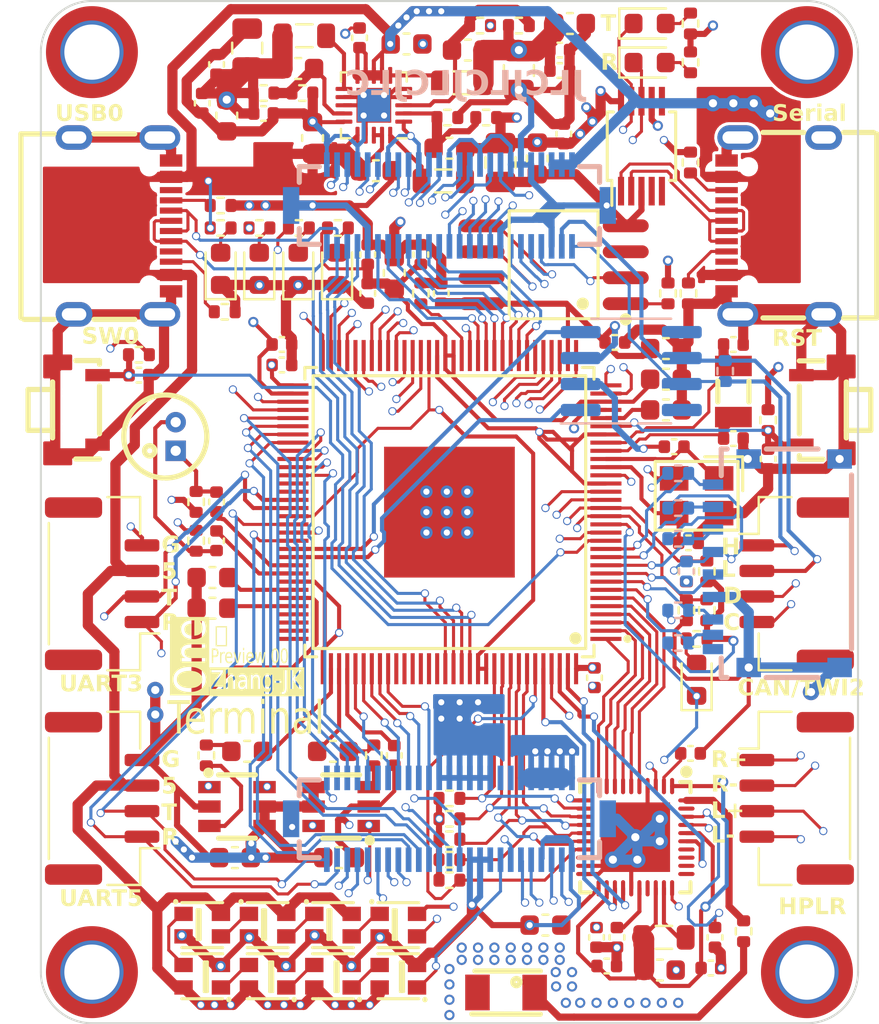
<source format=kicad_pcb>
(kicad_pcb (version 20221018) (generator pcbnew)
  (layers (0 "F.Cu" signal) (1 "In1.Cu" signal) (2 "In2.Cu" signal) (31 "B.Cu" signal) (34 "B.Paste" user) (35 "F.Paste" user) (36 "B.SilkS" user "B.Silkscreen") (37 "F.SilkS" user "F.Silkscreen") (38 "B.Mask" user) (39 "F.Mask" user) (44 "Edge.Cuts" user))
  (net 0 "")
  (net 1 "Net-(U1-VDD12_CLK)")
  (net 2 "GND")
  (net 3 "Net-(U1-VDD33_PA)")
  (net 4 "/VDD_RTC")
  (net 5 "+3V3")
  (net 6 "/VDD14")
  (net 7 "Net-(U1-VDD12_DIG)")
  (net 8 "/HPFB")
  (net 9 "/VRA1")
  (net 10 "Net-(C13-Pad1)")
  (net 11 "/HPL")
  (net 12 "/VRA2")
  (net 13 "/MIC_P")
  (net 14 "Net-(MIC1-OUT)")
  (net 15 "Net-(MIC1-GND)")
  (net 16 "/MIC_N")
  (net 17 "Net-(C18-Pad1)")
  (net 18 "/HPR")
  (net 19 "+5V")
  (net 20 "+0V9")
  (net 21 "Net-(U8-FB1)")
  (net 22 "+1V8")
  (net 23 "Net-(U8-FB2)")
  (net 24 "Net-(U8-FB3)")
  (net 25 "+1V5")
  (net 26 "/DX32O")
  (net 27 "/LDO-A")
  (net 28 "/DXI")
  (net 29 "/DXO")
  (net 30 "/DX32I")
  (net 31 "/SW0")
  (net 32 "/RESET")
  (net 33 "/SD0_D2")
  (net 34 "/SD0_D3")
  (net 35 "/SD0_CMD")
  (net 36 "/SD0_CLK")
  (net 37 "/SD0_D0")
  (net 38 "/SD0_D1")
  (net 39 "/DMIC_CLK")
  (net 40 "/UART5_TX")
  (net 41 "/DMIC_D3")
  (net 42 "/UART5_RX")
  (net 43 "/DMIC_D2")
  (net 44 "/UART3_TX")
  (net 45 "/DMIC_D1")
  (net 46 "/UART3_RX")
  (net 47 "/DMIC_D0")
  (net 48 "/TP_Y2")
  (net 49 "/TWI2_SDA")
  (net 50 "/TP_Y1")
  (net 51 "/TWI2_SCK")
  (net 52 "/TP_X2")
  (net 53 "/HPRO+")
  (net 54 "/TP_X1")
  (net 55 "/HPRO-")
  (net 56 "/HPLO+")
  (net 57 "/DSI_D3N")
  (net 58 "/HPLO-")
  (net 59 "/DSI_D3P")
  (net 60 "/DSI_D2N")
  (net 61 "/DSI_D2P")
  (net 62 "/DSI_CKN")
  (net 63 "/DSI_CKP")
  (net 66 "/DSI_D1N")
  (net 67 "/DSI_D1P")
  (net 68 "/DSI_D0N")
  (net 69 "/DSI_D0P")
  (net 70 "/PWM5{slash}PD21")
  (net 71 "/ADC0")
  (net 72 "/USB0_DP")
  (net 73 "/PWM7{slash}PD22")
  (net 74 "/USB0_DN")
  (net 75 "/USB1_DN")
  (net 76 "/USB1_DP")
  (net 77 "/DVP_VS{slash}TWI1_SDA")
  (net 78 "/DVP_HS{slash}TWI1_SCK")
  (net 79 "/DVP_D0{slash}UART4_TX")
  (net 80 "/SW1")
  (net 81 "/DVP_D1{slash}UART4_RX")
  (net 82 "/LED0")
  (net 83 "/DVP_D2{slash}PE6")
  (net 84 "/LEDC_8")
  (net 85 "/DVP_D3{slash}PE7")
  (net 86 "/DVP_D4{slash}PWM2")
  (net 87 "/SPI1_CS")
  (net 88 "/DVP_D5{slash}PWM3")
  (net 89 "/SPI1_CLK")
  (net 90 "/DVP_D6{slash}PWM4")
  (net 91 "/SPI1_MISO")
  (net 92 "/DVP_D7{slash}PE11")
  (net 93 "/SPI1_MOSI")
  (net 94 "/DVP_PCLK{slash}UART2_TX")
  (net 95 "/SPI1_HOLD")
  (net 96 "/DVP_MCLK{slash}UART2_RX")
  (net 97 "/SPI1_WP")
  (net 98 "/SPI0_CLK")
  (net 99 "/SPI0_CS")
  (net 100 "/SPI0_MOSI{slash}SEL0")
  (net 102 "/SPI0_MISO{slash}SEL1")
  (net 103 "/CANL")
  (net 104 "/CANH")
  (net 105 "Net-(D1-A)")
  (net 106 "Net-(D2-A)")
  (net 107 "Net-(D3-A)")
  (net 108 "Net-(D4-A)")
  (net 109 "Net-(D5-A)")
  (net 110 "Net-(D6-A)")
  (net 111 "Net-(D7-A)")
  (net 112 "Net-(L1-RF{slash}Feed{slash}termination)")
  (net 114 "Net-(U1-VDD_VLX)")
  (net 115 "Net-(U8-LX1)")
  (net 116 "Net-(U8-LX2)")
  (net 117 "Net-(U8-LX3)")
  (net 118 "Net-(LED1-DO)")
  (net 119 "Net-(LED1-DI)")
  (net 120 "Net-(LED2-DO)")
  (net 121 "Net-(LED3-DO)")
  (net 122 "Net-(LED5-DI)")
  (net 123 "Net-(LED6-DI)")
  (net 124 "Net-(LED7-DI)")
  (net 125 "/LEDC")
  (net 126 "Net-(U1-ANT)")
  (net 127 "Net-(USB1-CC2)")
  (net 128 "Net-(USB2-CC2)")
  (net 129 "Net-(USB1-CC1)")
  (net 130 "Net-(USB2-CC1)")
  (net 131 "/SD1_CMD")
  (net 132 "/SD1_D0")
  (net 133 "/SD1_D1")
  (net 134 "/SD1_D3")
  (net 135 "/SD1_D2")
  (net 136 "Net-(U4-IN)")
  (net 137 "/DZQ")
  (net 138 "Net-(U5-IN)")
  (net 139 "Net-(U7-CS#)")
  (net 140 "/REF_24M")
  (net 141 "/AP_WAKE_BT")
  (net 142 "/BT_WAKE_AP")
  (net 143 "/UART1_CTS")
  (net 144 "/UART1_RTS")
  (net 145 "/UART1_RX")
  (net 146 "/UART1_TX")
  (net 147 "/BT_RST")
  (net 148 "/WL_RST")
  (net 151 "/WL_WAKE")
  (net 157 "/SD1_CLK")
  (net 160 "/CAN0_RX")
  (net 161 "/CAN0_TX")
  (net 172 "/USBS+")
  (net 173 "/USBS-")
  (footprint "MountingHole:MountingHole_2.7mm_M2.5_ISO14580_Pad_TopOnly" (layer "F.Cu") (at 180 25)
    (fp_text reference "H3" hide)
    (fp_text value "MountingHole_Pad" hide)
  )
  (footprint "Resistor_SMD:R_0402_1005Metric" (layer "F.Cu") (at 174.2 36.8 -90)
    (fp_text reference "R10" hide)
    (fp_text value "5.1kΩ" hide)
  )
  (footprint "Capacitor_SMD:C_0402_1005Metric" (layer "F.Cu") (at 169.6 55.6 -90)
    (fp_text reference "C43" hide)
    (fp_text value "0.1uF" hide)
  )
  (footprint "Capacitor_SMD:C_0603_1608Metric" (layer "F.Cu") (at 167.2 67.7)
    (fp_text reference "C9" hide)
    (fp_text value "2.2uF" hide)
  )
  (footprint "Resistor_SMD:R_0402_1005Metric" (layer "F.Cu") (at 176.9 68 90)
    (fp_text reference "R2" hide)
    (fp_text value "0Ω" hide)
  )
  (footprint "kicad_lceda:SOIC-8_L5.3-W5.3-P1.27-LS8.0-BL" (layer "F.Cu") (at 167.6 35.4 90)
    (fp_text reference "U7" hide)
    (fp_text value "W25Q128JVSIQTR" hide)
  )
  (footprint "kicad_lceda:QFN-40_L5.0-W5.0-P0.40-BL-EP3.4" (layer "F.Cu") (at 171.6 63.4 180)
    (fp_text reference "U1" hide)
    (fp_text value "XR829_C5365287" hide)
  )
  (footprint "Capacitor_SMD:C_0603_1608Metric" (layer "F.Cu") (at 160.4 24.6)
    (fp_text reference "C24" hide)
    (fp_text value "10uF" hide)
  )
  (footprint "Resistor_SMD:R_0402_1005Metric" (layer "F.Cu") (at 162.4 28.2 180)
    (fp_text reference "R34" hide)
    (fp_text value "150kΩ" hide)
  )
  (footprint "Capacitor_SMD:C_0603_1608Metric" (layer "F.Cu") (at 151.6 28.1 -90)
    (fp_text reference "C54" hide)
    (fp_text value "10uF" hide)
  )
  (footprint "Connector_JST:JST_GH_BM04B-GHS-TBT_1x04-1MP_P1.25mm_Vertical" (layer "F.Cu") (at 145.5 61.5 90)
    (fp_text reference "J2" hide)
    (fp_text value "Conn_01x04" hide)
  )
  (footprint "LED_SMD:LED_0603_1608Metric" (layer "F.Cu") (at 155.1 35.6 90)
    (fp_text reference "D6" hide)
    (fp_text value "LED-R" hide)
  )
  (footprint "Inductor_SMD:L_0805_2012Metric" (layer "F.Cu") (at 163.1 26.5 180)
    (fp_text reference "L4" hide)
    (fp_text value "2.2uH" hide)
  )
  (footprint "kicad_lceda:SW-SMD_D-SWITCH_DS-THAM04-ABB-R" (layer "F.Cu") (at 180.7 42.5 90)
    (fp_text reference "SW2" hide)
    (fp_text value "DS-THAM04-ABB-R" hide)
  )
  (footprint "Resistor_SMD:R_0402_1005Metric" (layer "F.Cu") (at 178.1 43 90)
    (fp_text reference "R36" hide)
    (fp_text value "10kΩ" hide)
  )
  (footprint "Capacitor_SMD:C_0402_1005Metric" (layer "F.Cu") (at 170.6 39.2)
    (fp_text reference "C51" hide)
    (fp_text value "0.1uF" hide)
  )
  (footprint "Resistor_SMD:R_0402_1005Metric" (layer "F.Cu") (at 151.5 37.7)
    (fp_text reference "R5" hide)
    (fp_text value "5.1kΩ" hide)
  )
  (footprint "Capacitor_SMD:C_0402_1005Metric" (layer "F.Cu") (at 170.2 69.7 180)
    (fp_text reference "C7" hide)
    (fp_text value "0.1uF" hide)
  )
  (footprint "Package_SO:MSOP-10_3x3mm_P0.5mm" (layer "F.Cu") (at 171.9 29.6 90)
    (fp_text reference "U3" hide)
    (fp_text value "CH340E" hide)
  )
  (footprint "Capacitor_SMD:C_0603_1608Metric" (layer "F.Cu") (at 157.1 64.4)
    (fp_text reference "C14" hide)
    (fp_text value "10uF" hide)
  )
  (footprint "Capacitor_SMD:C_0402_1005Metric" (layer "F.Cu") (at 175.3 69.8 180)
    (fp_text reference "C8" hide)
    (fp_text value "0.1uF" hide)
  )
  (footprint "Resistor_SMD:R_0402_1005Metric" (layer "F.Cu") (at 162.5 61.5)
    (fp_text reference "R11" hide)
    (fp_text value "47kΩ" hide)
  )
  (footprint "Resistor_SMD:R_0402_1005Metric" (layer "F.Cu") (at 155.3 27 180)
    (fp_text reference "R24" hide)
    (fp_text value "150kΩ" hide)
  )
  (footprint "Resistor_SMD:R_0402_1005Metric" (layer "F.Cu") (at 174.3 30.4 90)
    (fp_text reference "R6" hide)
    (fp_text value "5.1kΩ" hide)
  )
  (footprint "Resistor_SMD:R_0402_1005Metric" (layer "F.Cu") (at 151.3 32.5)
    (fp_text reference "R9" hide)
    (fp_text value "5.1kΩ" hide)
  )
  (footprint "Capacitor_SMD:C_0402_1005Metric" (layer "F.Cu") (at 176.4 43.9)
    (fp_text reference "C33" hide)
    (fp_text value "22pF" hide)
  )
  (footprint "Capacitor_SMD:C_0402_1005Metric" (layer "F.Cu") (at 147.3 40.8 180)
    (fp_text reference "C38" hide)
    (fp_text value "0.1uF" hide)
  )
  (footprint "Connector_JST:JST_GH_BM04B-GHS-TBT_1x04-1MP_P1.25mm_Vertical" (layer "F.Cu") (at 145.5 51 90)
    (fp_text reference "J1" hide)
    (fp_text value "Conn_01x04" hide)
  )
  (footprint "kicad_lceda:LED-SMD_4P-L2.0-W2.0-TL_WS2812B-2020" (layer "F.Cu") (at 156.8 70.2 180)
    (fp_text reference "LED3" hide)
    (fp_text value "WS2812B-2020" hide)
  )
  (footprint "Resistor_SMD:R_0402_1005Metric" (layer "F.Cu") (at 162.5 62.5)
    (fp_text reference "R12" hide)
    (fp_text value "47kΩ" hide)
  )
  (footprint "Resistor_SMD:R_0402_1005Metric" (layer "F.Cu") (at 174.1 52.3 -90)
    (fp_text reference "R25" hide)
    (fp_text value "NC" hide)
  )
  (footprint "Capacitor_SMD:C_0402_1005Metric" (layer "F.Cu") (at 174.2 49)
    (fp_text reference "C36" hide)
    (fp_text value "30pF" hide)
  )
  (footprint "kicad_lceda:CRYSTAL-SMD_4P-L3.2-W2.5-BL" (layer "F.Cu") (at 174.6 46.7 180)
    (fp_text reference "X1" hide)
    (fp_text value "SMD-3225_4P_24.000MHZ_18PF" hide)
  )
  (footprint "Capacitor_SMD:C_0402_1005Metric" (layer "F.Cu") (at 174.3 59.3)
    (fp_text reference "C2" hide)
    (fp_text value "0.47uF" hide)
  )
  (footprint "kicad_lceda:LED-SMD_4P-L2.0-W2.0-TL_WS2812B-2020" (layer "F.Cu") (at 160 70.2 180)
    (fp_text reference "LED4" hide)
    (fp_text value "WS2812B-2020" hide)
  )
  (footprint "Inductor_SMD:L_0805_2012Metric" (layer "F.Cu") (at 173 68.3 180)
    (fp_text reference "L2" hide)
    (fp_text value "2.2uH" hide)
  )
  (footprint "Package_DFN_QFN:WQFN-20-1EP_3x3mm_P0.4mm_EP1.7x1.7mm_ThermalVias" (layer "F.Cu") (at 158.8 27.6 180)
    (fp_text reference "U8" hide)
    (fp_text value "EA3036C" hide)
  )
  (footprint "Resistor_SMD:R_0402_1005Metric" (layer "F.Cu") (at 174.3 23.6 90)
    (fp_text reference "R17" hide)
    (fp_text value "2kΩ" hide)
  )
  (footprint "Capacitor_SMD:C_0402_1005Metric" (layer "F.Cu") (at 162.1 36.8 90)
    (fp_text reference "C27" hide)
    (fp_text value "0.1uF" hide)
  )
  (footprint "kicad_lceda:USB-C-SMD_TYPE-C-6PIN-2MD-073" (layer "F.Cu") (at 178.4415 33.5 90)
    (fp_text reference "USB2" hide)
    (fp_text value "TYPE-C_16PIN_2MD(073)" hide)
  )
  (footprint "Capacitor_SMD:C_0603_1608Metric" (layer "F.Cu") (at 150.9 50.7 180)
    (fp_text reference "C15" hide)
    (fp_text value "4.7uF" hide)
  )
  (footprint "Capacitor_SMD:C_0402_1005Metric" (layer "F.Cu") (at 158.5 36.8 -90)
    (fp_text reference "C40" hide)
    (fp_text value "0.1uF" hide)
  )
  (footprint "Capacitor_SMD:C_0603_1608Metric" (layer "F.Cu") (at 162.5 29.7 180)
    (fp_text reference "C30" hide)
    (fp_text value "220pF" hide)
  )
  (footprint "kicad_lceda:LED-SMD_4P-L2.0-W2.0-TL_WS2812B-2020" (layer "F.Cu") (at 153.6 70.2 180)
    (fp_text reference "LED2" hide)
    (fp_text value "WS2812B-2020" hide)
  )
  (footprint "Capacitor_SMD:C_0402_1005Metric" (layer "F.Cu") (at 170.7 68.3 90)
    (fp_text reference "C4" hide)
    (fp_text value "0.47uF" hide)
  )
  (footprint "Capacitor_SMD:C_0603_1608Metric" (layer "F.Cu") (at 172.8 69.9)
    (fp_text reference "C6" hide)
    (fp_text value "4.7uF" hide)
  )
  (footprint "MountingHole:MountingHole_2.7mm_M2.5_ISO14580_Pad_TopOnly" (layer "F.Cu") (at 180 70)
    (fp_text reference "H4" hide)
    (fp_text value "MountingHole_Pad" hide)
  )
  (footprint "Resistor_SMD:R_0402_1005Metric" (layer "F.Cu") (at 175.1 50.4 90)
    (fp_text reference "R32" hide)
    (fp_text value "NC" hide)
  )
  (footprint "kicad_lceda:LED-SMD_4P-L2.0-W2.0-TL_WS2812B-2020" (layer "F.Cu") (at 153.6 67.7)
    (fp_text reference "LED6" hide)
    (fp_text value "WS2812B-2020" hide)
  )
  (footprint "Capacitor_SMD:C_0402_1005Metric" (layer "F.Cu") (at 168.1 29 -90)
    (fp_text reference "C10" hide)
    (fp_text value "0.1uF" hide)
  )
  (footprint "kicad_lceda:TQFP-128_L14.0-W14.0-P0.40-LS16.0-BL-EP6.4" (layer "F.Cu") (at 162.5 47.5 90)
    (fp_text reference "Ur" hide)
    (fp_text value "T113-S3" hide)
  )
  (footprint "Capacitor_SMD:C_0402_1005Metric" (layer "F.Cu") (at 158.1 24.3 90)
    (fp_text reference "C28" hide)
    (fp_text value "1uF" hide)
  )
  (footprint "Capacitor_SMD:C_0805_2012Metric" (layer "F.Cu") (at 165 30.4 -90)
    (fp_text reference "C29" hide)
    (fp_text value "10uF" hide)
  )
  (footprint "kicad_lceda:USB-C-SMD_TYPE-C-6PIN-2MD-073" (layer "F.Cu") (at 146.5 33.5 -90)
    (fp_text reference "USB1" hide)
    (fp_text value "TYPE-C_16PIN_2MD(073)" hide)
  )
  (footprint "Capacitor_SMD:C_0603_1608Metric" (layer "F.Cu") (at 173.1 41)
    (fp_text reference "C32" hide)
    (fp_text value "2.2uF" hide)
  )
  (footprint "kicad_lceda:ANT-SMD_L3.2-W1.6-A" (layer "F.Cu") (at 165.272 70.998 180)
    (fp_text reference "L1" hide)
    (fp_text value "AN3216-245" hide)
  )
  (footprint "Capacitor_SMD:C_0402_1005Metric" (layer "F.Cu") (at 178.1 44.9 90)
    (fp_text reference "C39" hide)
    (fp_text value "0.1uF" hide)
  )
  (footprint "Connector_JST:JST_GH_BM04B-GHS-TBT_1x04-1MP_P1.25mm_Vertical" (layer "F.Cu") (at 179.5 61.5 -90)
    (fp_text reference "J4" hide)
    (fp_text value "Conn_01x04" hide)
  )
  (footprint "Capacitor_SMD:C_0402_1005Metric" (layer "F.Cu") (at 158.5 34.9 90)
    (fp_text reference "C48" hide)
    (fp_text value "0.1uF" hide)
  )
  (footprint "Capacitor_SMD:C_0402_1005Metric" (layer "F.Cu") (at 176.4 39.3)
    (fp_text reference "C37" hide)
    (fp_text value "22pF" hide)
  )
  (footprint "LED_SMD:LED_0603_1608Metric" (layer "F.Cu") (at 153.19 35.6 90)
    (fp_text reference "D4" hide)
    (fp_text value "LED-R" hide)
  )
  (footprint "Capacitor_SMD:C_0603_1608Metric" (layer "F.Cu") (at 173.1 39.5)
    (fp_text reference "C31" hide)
    (fp_text value "2.2uF" hide)
  )
  (footprint "Resistor_SMD:R_0402_1005Metric" (layer "F.Cu") (at 150.1 48.9 90)
    (fp_text reference "R20" hide)
    (fp_text value "1kΩ" hide)
  )
  (footprint "Capacitor_SMD:C_0402_1005Metric" (layer "F.Cu") (at 151.1 47 90)
    (fp_text reference "C16" hide)
    (fp_text value "0.1uF" hide)
  )
  (footprint "Resistor_SMD:R_0402_1005Metric" (layer "F.Cu") (at 174.1 50.4 -90)
    (fp_text reference "R26" hide)
    (fp_text value "47kΩ" hide)
  )
  (footprint "Connector_JST:JST_GH_BM04B-GHS-TBT_1x04-1MP_P1.25mm_Vertical" (layer "F.Cu") (at 179.5 51 -90)
    (fp_text reference "J3" hide)
    (fp_text value "Conn_01x04" hide)
  )
  (footprint "kicad_lceda:LED-SMD_4P-L2.0-W2.0-TL_WS2812B-2020" (layer "F.Cu") (at 156.8 67.7)
    (fp_text reference "LED7" hide)
    (fp_text value "WS2812B-2020" hide)
  )
  (footprint "MountingHole:MountingHole_2.7mm_M2.5_ISO14580_Pad_TopOnly" (layer "F.Cu") (at 145 25)
    (fp_text reference "H1" hide)
    (fp_text value "MountingHole_Pad" hide)
  )
  (footprint "Capacitor_SMD:C_0402_1005Metric" (layer "F.Cu") (at 169.7 68.3 -90)
    (fp_text reference "C5" hide)
    (fp_text value "1uF" hide)
  )
  (footprint "Resistor_SMD:R_0402_1005Metric" (layer "F.Cu") (at 164.3 28.2 180)
    (fp_text reference "R33" hide)
    (fp_text value "680kΩ" hide)
  )
  (footprint "Capacitor_SMD:C_0402_1005Metric" (layer "F.Cu") (at 167.9 24.9)
    (fp_text reference "C41" hide)
    (fp_text value "0.1uF" hide)
  )
  (footprint "Capacitor_SMD:C_0603_1608Metric" (layer "F.Cu") (at 155.8 29.2 90)
    (fp_text reference "C20" hide)
    (fp_text value "10uF" hide)
  )
  (footprint "Resistor_SMD:R_0402_1005Metric" (layer "F.Cu") (at 150.6 59.4 -90)
    (fp_text reference "R22" hide)
    (fp_text value "150kΩ" hide)
  )
  (footprint "Resistor_SMD:R_0402_1005Metric" (layer "F.Cu") (at 151.3 33.6)
    (fp_text reference "R37" hide)
    (fp_text value "2kΩ" hide)
  )
  (footprint "Capacitor_SMD:C_0402_1005Metric" (layer "F.Cu") (at 153.4 28)
    (fp_text reference "C42" hide)
    (fp_text value "0.1uF" hide)
  )
  (footprint "Resistor_SMD:R_0402_1005Metric" (layer "F.Cu") (at 161.1 36.8 90)
    (fp_text reference "R21" hide)
    (fp_text value "240Ω 1%" hide)
  )
  (footprint "LED_SMD:LED_0603_1608Metric" (layer "F.Cu") (at 174.6 55.7 90)
    (fp_text reference "D5" hide)
    (fp_text value "LED-R" hide)
  )
  (footprint "Resistor_SMD:R_0402_1005Metric" (layer "F.Cu") (at 150.1 47 90)
    (fp_text reference "R19" hide)
    (fp_text value "1kΩ" hide)
  )
  (footprint "Capacitor_SMD:C_0402_1005Metric" (layer "F.Cu") (at 159.8 59.4 -90)
    (fp_text reference "C11" hide)
    (fp_text value "0.1uF" hide)
  )
  (footprint "Capacitor_SMD:C_0603_1608Metric" (layer "F.Cu") (at 159.8 35.8 90)
    (fp_text reference "C52" hide)
    (fp_text value "10uF" hide)
  )
  (footprint "Resistor_SMD:R_0402_1005Metric" (layer "F.Cu") (at 157.04 33.6)
    (fp_text reference "R41" hide)
    (fp_text value "2kΩ" hide)
  )
  (footprint "MountingHole:MountingHole_2.7mm_M2.5_ISO14580_Pad_TopOnly" (layer "F.Cu") (at 145 70)
    (fp_text reference "H2" hide)
    (fp_text value "MountingHole_Pad" hide)
  )
  (footprint "Capacitor_SMD:C_0402_1005Metric" (layer "F.Cu") (at 175.5 68.3 -90)
    (fp_text reference "C3" hide)
    (fp_text value "1uF" hide)
  )
  (footprint "Capacitor_SMD:C_0402_1005Metric" (layer "F.Cu") (at 154.3 39.3)
    (fp_text reference "C47" hide)
    (fp_text value "0.1uF" hide)
  )
  (footprint "Capacitor_SMD:C_0805_2012Metric" (layer "F.Cu") (at 165.9 25.9 -90)
    (fp_text reference "C25" hide)
    (fp_text value "10uF" hide)
  )
  (footprint "Capacitor_SMD:C_0603_1608Metric" (layer "F.Cu") (at 158.9 30.8)
    (fp_text reference "C23" hide)
    (fp_text value "10uF" hide)
  )
  (footprint "Capacitor_SMD:C_0402_1005Metric" (layer "F.Cu") (at 151.1 48.9 90)
    (fp_text reference "C17" hide)
    (fp_text value "0.1uF" hide)
  )
  (footprint "kicad_lceda:SOT-23-6_L2.9-W1.6-P0.95-LS2.8-BR" (layer "F.Cu") (at 157.2 61.9)
    (fp_text reference "U4" hide)
    (fp_text value "PAM8301AAF_C3001605" hide)
  )
  (footprint "Capacitor_SMD:C_0603_1608Metric" (layer "F.Cu") (at 173.1 42.5)
    (fp_text reference "C34" hide)
    (fp_text value "2.2uF" hide)
  )
  (footprint "Resistor_SMD:R_0402_1005Metric" (layer "F.Cu") (at 153.2 33.6)
    (fp_text reference "R38" hide)
    (fp_text value "2kΩ" hide)
  )
  (footprint "Resistor_SMD:R_0402_1005Metric" (layer "F.Cu") (at 162.5 63.5)
    (fp_text reference "R13" hide)
    (fp_text value "47kΩ" hide)
  )
  (footprint "Resistor_SMD:R_0402_1005Metric" (layer "F.Cu") (at 173.2 36.8 -90)
    (fp_text reference "R27" hide)
    (fp_text value "47kΩ" hide)
  )
  (footprint "Inductor_SMD:L_0805_2012Metric" (layer "F.Cu") (at 162.2 31.3 180)
    (fp_text reference "L5" hide)
    (fp_text value "2.2uH" hide)
  )
  (footprint "LED_SMD:LED_0603_1608Metric" (layer "F.Cu") (at 172.3 23.6)
    (fp_text reference "D2" hide)
    (fp_text value "LED-G" hide)
  )
  (footprint "Resistor_SMD:R_0402_1005Metric" (layer "F.Cu") (at 174.6 53.7 180)
    (fp_text reference "R39" hide)
    (fp_text value "2kΩ" hide)
  )
  (footprint "LED_SMD:LED_0603_1608Metric" (layer "F.Cu") (at 151.3 35.6 90)
    (fp_text reference "D3" hide)
    (fp_text value "LED-R" hide)
  )
  (footprint "Capacitor_SMD:C_0603_1608Metric" (layer "F.Cu") (at 156.8 59.2 180)
    (fp_text reference "C13" hide)
    (fp_text value "10uF" hide)
  )
  (footprint "Inductor_SMD:L_0805_2012Metric" (layer "F.Cu") (at 155.4 24.2)
    (fp_text reference "L3" hide)
    (fp_text value "2.2uH" hide)
  )
  (footprint "Capacitor_SMD:C_0603_1608Metric" (layer "F.Cu") (at 163.4 24.9 180)
    (fp_text reference "C26" hide)
    (fp_text value "220pF" hide)
  )
  (footprint "Resistor_SMD:R_0402_1005Metric" (layer "F.Cu") (at 155.13 33.6)
    (fp_text reference "R40" hide)
    (fp_text value "2kΩ" hide)
  )
  (footprint "Capacitor_SMD:C_0603_1608Metric" (layer "F.Cu") (at 152 64.4 180)
    (fp_text reference "C19" hide)
    (fp_text value "10uF" hide)
  )
  (footprint "Resistor_SMD:R_0402_1005Metric" (layer "F.Cu") (at 162.5 65.5)
    (fp_text reference "R15" hide)
    (fp_text value "47kΩ" hide)
  )
  (footprint "kicad_lceda:SW-SMD_D-SWITCH_DS-THAM04-ABB-R" (layer "F.Cu") (at 144.3 42.5 -90)
    (fp_text reference "SW1" hide)
    (fp_text value "DS-THAM04-ABB-R" hide)
  )
  (footprint "LED_SMD:LED_0603_1608Metric" (layer "F.Cu") (at 157 35.6 90)
    (fp_text reference "D7" hide)
    (fp_text value "LED-R" hide)
  )
  (footprint "kicad_lceda:MIC-TH_BD4.0-P1.40-D0.3-L" (layer "F.Cu") (at 149.1 43.8 -90)
    (fp_text reference "MIC1" hide)
    (fp_text value "B4012AP422-003" hide)
  )
  (footprint "Capacitor_SMD:C_0402_1005Metric" (layer "F.Cu") (at 173.5 44.3)
    (fp_text reference "C35" hide)
    (fp_text value "30pF" hide)
  )
  (footprint "Capacitor_SMD:C_0402_1005Metric" (layer "F.Cu") (at 151.1 25.6 90)
    (fp_text reference "C50" hide)
    (fp_text value "0.1uF" hide)
  )
  (footprint "Resistor_SMD:R_0402_1005Metric" (layer "F.Cu") (at 158.8 59.4 -90)
    (fp_text reference "R18" hide)
    (fp_text value "150kΩ" hide)
  )
  (footprint "Resistor_SMD:R_0402_1005Metric" (layer "F.Cu") (at 174.3 25.5 -90)
    (fp_text reference "R16" hide)
    (fp_text value "2kΩ" hide)
  )
  (footprint "Capacitor_SMD:C_0402_1005Metric" (layer "F.Cu") (at 161.1 34.9 90)
    (fp_text reference "C44" hide)
    (fp_text value "0.1uF" hide)
  )
  (footprint "LED_SMD:LED_0603_1608Metric" (layer "F.Cu") (at 172.3 25.51)
    (fp_text reference "D1" hide)
    (fp_text value "LED-B" hide)
  )
  (footprint "kicad_lceda:LED-SMD_4P-L2.0-W2.0-TL_WS2812B-2020" (layer "F.Cu") (at 150.4 70.2 180)
    (fp_text reference "LED1" hide)
    (fp_text value "WS2812B-2020" hide)
  )
  (footprint "Capacitor_SMD:C_0603_1608Metric" (layer "F.Cu") (at 155.1 25.8)
    (fp_text reference "C22" hide)
    (fp_text value "220pF" hide)
  )
  (footprint "Capacitor_SMD:C_0603_1608Metric" (layer "F.Cu") (at 152.6 59.2)
    (fp_text reference "C18" hide)
    (fp_text value "10uF" hide)
  )
  (footprint "Capacitor_SMD:C_0603_1608Metric" (layer "F.Cu") (at 166.8 30.2 -90)
    (fp_text reference "C55" hide)
    (fp_text value "10uF" hide)
  )
  (footprint "Capacitor_SMD:C_0603_1608Metric" (layer "F.Cu") (at 150.9 52.2 180)
    (fp_text reference "C12" hide)
    (fp_text value "4.7uF" hide)
  )
  (footprint "Resistor_SMD:R_0402_1005Metric" (layer "F.Cu") (at 153.4 27)
    (fp_text reference "R23" hide)
    (fp_text value "75kΩ" hide)
  )
  (footprint "kicad_lceda:FC-135R_L3.2-W1.5" (layer "F.Cu") (at 176.4 41.6 -90)
    (fp_text reference "X2" hide)
    (fp_text value "Q13FC1350000400" hide)
  )
  (footprint "Capacitor_SMD:C_0402_1005Metric" (layer "F.Cu") (at 150.4 27.5 -90)
    (fp_text reference "C46" hide)
    (fp_text value "0.1uF" hide)
  )
  (footprint "Resistor_SMD:R_0402_1005Metric" (layer "F.Cu") (at 165.9 23.7)
    (fp_text reference "R28" hide)
    (fp_text value "300kΩ" hide)
  )
  (footprint "kicad_lceda:LED-SMD_4P-L2.0-W2.0-TL_WS2812B-2020" (layer "F.Cu") (at 160 67.7)
    (fp_text reference "LED8" hide)
    (fp_text value "WS2812B-2020" hide)
  )
  (footprint "Capacitor_SMD:C_0402_1005Metric" (layer "F.Cu") (at 154.3 40.3)
    (fp_text reference "C45" hide)
    (fp_text value "0.1uF" hide)
  )
  (footprint "kicad_lceda:SOT-23-6_L2.9-W1.6-P0.95-LS2.8-BR" (layer "F.Cu") (at 152.1 61.9 180)
    (fp_text reference "U5" hide)
    (fp_text value "PAM8301AAF_C3001605" hide)
  )
  (footprint "Resistor_SMD:R_0402_1005Metric" (layer "F.Cu") (at 164 23.7 180)
    (fp_text reference "R30" hide)
    (fp_text value "150kΩ" hide)
  )
  (footprint "kicad_lceda:LED-SMD_4P-L2.0-W2.0-TL_WS2812B-2020" (layer "F.Cu") (at 150.4 67.7)
    (fp_text reference "LED5" hide)
    (fp_text value "WS2812B-2020" hide)
  )
  (footprint "Resistor_SMD:R_0402_1005Metric" (layer "F.Cu") (at 162.5 64.5)
    (fp_text reference "R14" hide)
    (fp_text value "47kΩ" hide)
  )
  (footprint "Capacitor_SMD:C_0603_1608Metric" (layer "F.Cu") (at 168.4 23.6)
    (fp_text reference "C53" hide)
    (fp_text value "10uF" hide)
  )
  (footprint "Capacitor_SMD:C_0402_1005Metric" (layer "F.Cu") (at 167.9 25.9)
    (fp_text reference "C49" hide)
    (fp_text value "0.1uF" hide)
  )
  (footprint "Capacitor_SMD:C_0805_2012Metric" (layer "F.Cu") (at 152.6 24.8 90)
    (fp_text reference "C21" hide)
    (fp_text value "10uF" hide)
  )
  (footprint "Resistor_SMD:R_0402_1005Metric" (layer "F.Cu") (at 175.1 52.3 90)
    (fp_text reference "R31" hide)
    (fp_text value "47kΩ" hide)
  )
  (footprint "Resistor_SMD:R_0402_1005Metric" (layer "F.Cu") (at 147.3 39.8)
    (fp_text reference "R35" hide)
    (fp_text value "10kΩ" hide)
  )
  (footprint "Resistor_SMD:R_0402_1005Metric" (layer "B.Cu") (at 176 40.6 90)
    (fp_text reference "R29" hide)
    (fp_text value "120Ω" hide)
  )
  (footprint "Resistor_SMD:R_0402_1005Metric" (layer "B.Cu") (at 173.7 47.3)
    (fp_text reference "R3" hide)
    (fp_text value "47kΩ" hide)
  )
  (footprint "Resistor_SMD:R_0402_1005Metric" (layer "B.Cu") (at 173.7 52.3)
    (fp_text reference "R7" hide)
    (fp_text value "47kΩ" hide)
  )
  (footprint "kicad_lceda:CONN-SMD_50P-P0.50_DF12NB3.0-50DP-0.5V-51" (layer "B.Cu") (at 162.5 32.5 180)
    (fp_text reference "CN2" hide)
    (fp_text value "DF12NB(3.0)-50DP-0.5V(51)" hide)
  )
  (footprint "Resistor_SMD:R_0402_1005Metric" (layer "B.Cu") (at 173.7 45.6)
    (fp_text reference "R1" hide)
    (fp_text value "47kΩ" hide)
  )
  (footprint "kicad_lceda:TF-SMD_TF-018" (layer "B.Cu") (at 178.5 50 90)
    (fp_text reference "Card1" hide)
    (fp_text value "TF-018" hide)
  )
  (footprint "Resistor_SMD:R_0402_1005Metric" (layer "B.Cu") (at 173.7 53.9)
    (fp_text reference "R8" hide)
    (fp_text value "47kΩ" hide)
  )
  (footprint "kicad_lceda:CONN-SMD_50P-P0.50_DF12NB3.0-50DP-0.5V-51" (layer "B.Cu") (at 162.5 62.5 180)
    (fp_text reference "CN1" hide)
    (fp_text value "DF12NB(3.0)-50DP-0.5V(51)" hide)
  )
  (footprint "Capacitor_SMD:C_0402_1005Metric" (layer "B.Cu") (at 174.1 50.4 -90)
    (fp_text reference "C1" hide)
    (fp_text value "0.1uF" hide)
  )
  (footprint "Resistor_SMD:R_0402_1005Metric" (layer "B.Cu") (at 173.7 48.8)
    (fp_text reference "R4" hide)
    (fp_text value "47kΩ" hide)
  )
  (footprint "Package_SO:SOIC-8_3.9x4.9mm_P1.27mm" (layer "B.Cu") (at 171.4 40.6)
    (fp_text reference "U6" hide)
    (fp_text value "SN65HVD232" hide)
  )
  (gr_arc (start 142.5 25) (mid 143.232233 23.232233) (end 145 22.5) (stroke (width 0.1)) (layer "Edge.Cuts"))
  (gr_arc (start 145 72.5) (mid 143.232233 71.767767) (end 142.5 70) (stroke (width 0.1)) (layer "Edge.Cuts"))
  (gr_line (start 145 72.5) (end 180 72.5) (stroke (width 0.1)) (layer "Edge.Cuts"))
  (gr_line (start 180 22.5) (end 145 22.5) (stroke (width 0.1)) (layer "Edge.Cuts"))
  (gr_line (start 142.5 25) (end 142.5 70) (stroke (width 0.1)) (layer "Edge.Cuts"))
  (gr_line (start 182.5 70) (end 182.5 25) (stroke (width 0.1)) (layer "Edge.Cuts"))
  (gr_arc (start 182.5 70) (mid 181.767767 71.767767) (end 180 72.5) (stroke (width 0.1)) (layer "Edge.Cuts"))
  (gr_arc (start 180 22.5) (mid 181.767767 23.232233) (end 182.5 25) (stroke (width 0.1)) (layer "Edge.Cuts"))
  (gr_text "JLCJLCJLCJLC" (at 169.1 27.3) (layer "B.SilkS") (effects (font (size 1.2 1.2) (thickness 0.175) bold) (justify left bottom mirror)))
  (gr_text "HPLR" (at 178.6 67.3) (layer "F.SilkS") (effects (font (size 0.8 0.8) (thickness 0.175) bold) (justify left bottom)))
  (gr_text "5" (at 148.4 61.4) (layer "F.SilkS") (effects (font (size 0.8 0.8) (thickness 0.175) bold) (justify left bottom)))
  (gr_text "L-" (at 175.3 63.8) (layer "F.SilkS") (effects (font (size 0.8 0.8) (thickness 0.175) bold) (justify left bottom)))
  (gr_text "T" (at 148.4 62.7) (layer "F.SilkS") (effects (font (size 0.8 0.8) (thickness 0.175) bold) (justify left bottom)))
  (gr_text "R" (at 148.4 53.4) (layer "F.SilkS") (effects (font (size 0.8 0.8) (thickness 0.175) bold) (justify left bottom)))
  (gr_text "R-" (at 175.3 61.3) (layer "F.SilkS") (effects (font (size 0.8 0.8) (thickness 0.175) bold) (justify left bottom)))
  (gr_text "L+\n" (at 175.3 62.6) (layer "F.SilkS") (effects (font (size 0.8 0.8) (thickness 0.175) bold) (justify left bottom)))
  (gr_text "Serial\n" (at 178.3 28.5) (layer "F.SilkS") (effects (font (size 0.8 0.8) (thickness 0.175) bold) (justify left bottom)))
  (gr_text "D" (at 175.9 52.1) (layer "F.SilkS") (effects (font (size 0.8 0.8) (thickness 0.175) bold) (justify left bottom)))
  (gr_text "L\n" (at 175.8 50.8) (layer "F.SilkS") (effects (font (size 0.8 0.8) (thickness 0.175) bold) (justify left bottom)))
  (gr_text "" (at 151 54) (layer "F.SilkS") (effects (font (size 0.8 0.8) (thickness 0.175) bold) (justify left bottom)))
  (gr_text "H\n" (at 175.8 49.7) (layer "F.SilkS") (effects (font (size 0.8 0.8) (thickness 0.175) bold) (justify left bottom)))
  (gr_text "R" (at 169.9 26) (layer "F.SilkS") (effects (font (size 0.8 0.8) (thickness 0.175) bold) (justify left bottom)))
  (gr_text "SW0\n" (at 144.5 39.4) (layer "F.SilkS") (effects (font (size 0.8 0.8) (thickness 0.175) bold) (justify left bottom)))
  (gr_text "R" (at 148.4 63.9) (layer "F.SilkS") (effects (font (size 0.8 0.8) (thickness 0.175) bold) (justify left bottom)))
  (gr_text "Zhang-JK" (at 150.8 56.3) (layer "F.SilkS" knockout) (effects (font (size 0.9 0.7) (thickness 0.125)) (justify left bottom)))
  (gr_text "Terminal" (at 148.7 58.6) (layer "F.SilkS") (effects (font (size 1.6 1.3) (thickness 0.1625)) (justify left bottom)))
  (gr_text "Preview 00\n" (at 150.8 55) (layer "F.SilkS") (effects (font (size 0.7 0.5) (thickness 0.125)) (justify left bottom)))
  (gr_text "USB0\n" (at 143.2 28.5) (layer "F.SilkS") (effects (font (size 0.8 0.8) (thickness 0.175) bold) (justify left bottom)))
  (gr_text "UART3\n" (at 143.4 56.4) (layer "F.SilkS") (effects (font (size 0.8 0.8) (thickness 0.175) bold) (justify left bottom)))
  (gr_text "C" (at 175.9 53.4) (layer "F.SilkS") (effects (font (size 0.8 0.8) (thickness 0.175) bold) (justify left bottom)))
  (gr_text "CAN/TWI2\n" (at 176.6 56.6) (layer "F.SilkS") (effects (font (size 0.8 0.8) (thickness 0.175) bold) (justify left bottom)))
  (gr_text "G" (at 148.4 60.1) (layer "F.SilkS") (effects (font (size 0.8 0.8) (thickness 0.175) bold) (justify left bottom)))
  (gr_text "5" (at 148.4 50.9) (layer "F.SilkS") (effects (font (size 0.8 0.8) (thickness 0.175) bold) (justify left bottom)))
  (gr_text "T" (at 148.4 52.2) (layer "F.SilkS") (effects (font (size 0.8 0.8) (thickness 0.175) bold) (justify left bottom)))
  (gr_text "UART5" (at 143.4 66.9) (layer "F.SilkS") (effects (font (size 0.8 0.8) (thickness 0.175) bold) (justify left bottom)))
  (gr_text "G" (at 148.4 49.6) (layer "F.SilkS") (effects (font (size 0.8 0.8) (thickness 0.175) bold) (justify left bottom)))
  (gr_text "T" (at 169.9 24.1) (layer "F.SilkS") (effects (font (size 0.8 0.8) (thickness 0.175) bold) (justify left bottom)))
  (gr_text "R+\n" (at 175.3 60.1) (layer "F.SilkS") (effects (font (size 0.8 0.8) (thickness 0.175) bold) (justify left bottom)))
  (gr_text "RST\n" (at 178.3 39.5) (layer "F.SilkS") (effects (font (size 0.8 0.8) (thickness 0.175) bold) (justify left bottom)))
  (gr_text "One" (at 150.8 56.4 90) (layer "F.SilkS" knockout) (effects (font (size 1.5 1.3) (thickness 0.1625)) (justify left bottom)))
  (segment (start 173 60.901) (end 173 60.47067) (width 0.15) (layer "F.Cu") (net 1))
  (segment (start 173.82 59.65067) (end 173.82 59.3) (width 0.15) (layer "F.Cu") (net 1))
  (segment (start 173 60.47067) (end 173.82 59.65067) (width 0.15) (layer "F.Cu") (net 1))
  (segment (start 155.81 28.415) (end 155.8 28.425) (width 0.5) (layer "F.Cu") (net 2))
  (segment (start 150.125 52.2) (end 150.125 55.2) (width 0.5) (layer "F.Cu") (net 2))
  (segment (start 154.78 38.990001) (end 154.5 38.710001) (width 0.5) (layer "F.Cu") (net 2))
  (segment (start 158.4 28) (end 158.8 27.6) (width 0.2) (layer "F.Cu") (net 2))
  (segment (start 181.675 40.375) (end 181.795 40.495) (width 0.5) (layer "F.Cu") (net 2))
  (segment (start 148.875 36.7) (end 148.875 37.275) (width 0.5) (layer "F.Cu") (net 2))
  (segment (start 150.75 64.4) (end 151.225 64.4) (width 0.3) (layer "F.Cu") (net 2))
  (segment (start 148.875 29.725) (end 148.325 29.175) (width 0.5) (layer "F.Cu") (net 2))
  (segment (start 168.1 28.52) (end 167.57 28.52) (width 0.5) (layer "F.Cu") (net 2))
  (segment (start 181.675 38.6835) (end 180.8165 37.825) (width 0.5) (layer "F.Cu") (net 2))
  (segment (start 170.7 68.8) (end 170.7 68.78) (width 0.5) (layer "F.Cu") (net 2))
  (segment (start 157.715 69.65) (end 157.7 69.7) (width 0.5) (layer "F.Cu") (net 2))
  (segment (start 159.8 61.144953) (end 159.044953 61.9) (width 0.2) (layer "F.Cu") (net 2))
  (segment (start 174.1 52.81) (end 174.041076 52.81) (width 0.2) (layer "F.Cu") (net 2))
  (segment (start 174.68 48.57) (end 175.7 47.55) (width 0.5) (layer "F.Cu") (net 2))
  (segment (start 163.530366 27.45) (end 162.91 28.070366) (width 0.3) (layer "F.Cu") (net 2))
  (segment (start 151.315 69.65) (end 151.315 69.62) (width 0.3) (layer "F.Cu") (net 2))
  (segment (start 172.2 60.901) (end 172.2 61.9) (width 0.2) (layer "F.Cu") (net 2))
  (segment (start 151.6 28.875) (end 151.295 28.875) (width 0.5) (layer "F.Cu") (net 2))
  (segment (start 151.33 25.12) (end 152.6 23.85) (width 0.5) (layer "F.Cu") (net 2))
  (segment (start 172.2 61.9) (end 172.8 62.5) (width 0.2) (layer "F.Cu") (net 2))
  (segment (start 150.4 27.98) (end 150.211734 27.98) (width 0.5) (layer "F.Cu") (net 2))
  (segment (start 150.1 48.39) (end 149.59 48.39) (width 0.2) (layer "F.Cu") (net 2))
  (segment (start 170.25 32.5) (end 170.2 32.5) (width 0.3) (layer "F.Cu") (net 2))
  (segment (start 171.4 65.899) (end 171.4 64.799998) (width 0.2) (layer "F.Cu") (net 2))
  (segment (start 154.5 36.9875) (end 155.1 36.3875) (width 0.5) (layer "F.Cu") (net 2))
  (segment (start 162.07 36.29) (end 162.1 36.32) (width 0.5) (layer "F.Cu") (net 2))
  (segment (start 159.8 35.025) (end 159.195 34.42) (width 0.5) (layer "F.Cu") (net 2))
  (segment (start 152.7 68.3) (end 152.7 68.235) (width 0.3) (layer "F.Cu") (net 2))
  (segment (start 151.015 69.65) (end 149.615 68.25) (width 0.5) (layer "F.Cu") (net 2))
  (segment (start 174.2 37.31) (end 174.2 39.175) (width 0.5) (layer "F.Cu") (net 2))
  (segment (start 161.815 69.05) (end 163.6 67.265) (width 0.5) (layer "F.Cu") (net 2))
  (segment (start 152.7 32.5) (end 151.81 32.5) (width 0.5) (layer "F.Cu") (net 2))
  (segment (start 168.38 26.209999) (end 168.38 25.9) (width 0.3) (layer "F.Cu") (net 2))
  (segment (start 154.5 69.7) (end 154.215 69.65) (width 0.5) (layer "F.Cu") (net 2))
  (segment (start 176.9 47.55) (end 178.1 46.35) (width 0.5) (layer "F.Cu") (net 2))
  (segment (start 181.795 44.505) (end 181.675 44.625) (width 0.5) (layer "F.Cu") (net 2))
  (segment (start 157.875 64.4) (end 157.05 63.575) (width 0.3) (layer "F.Cu") (net 2))
  (segment (start 157.7 69.7) (end 157.615 69.65) (width 0.5) (layer "F.Cu") (net 2))
  (segment (start 152.635 68.3) (end 152.7 68.3) (width 0.3) (layer "F.Cu") (net 2))
  (segment (start 153.314999 28.875) (end 153.88 28.309999) (width 0.5) (layer "F.Cu") (net 2))
  (segment (start 158.6 28.3) (end 158.7 28.2) (width 0.2) (layer "F.Cu") (net 2))
  (segment (start 173.52 53.331076) (end 173.52 55.07) (width 0.2) (layer "F.Cu") (net 2))
  (segment (start 158.45 32.5) (end 157.601056 32.5) (width 0.25) (layer "F.Cu") (net 2))
  (segment (start 147.78 40.8) (end 148.059999 40.8) (width 0.5) (layer "F.Cu") (net 2))
  (segment (start 158.1 23.82) (end 157.68 23.82) (width 0.15) (layer "F.Cu") (net 2))
  (segment (start 149.435 68.25) (end 149.485 68.25) (width 0.5) (layer "F.Cu") (net 2))
  (segment (start 159.044953 61.9) (end 158.55 61.9) (width 0.2) (layer "F.Cu") (net 2))
  (segment (start 143.205 40.495) (end 143.325 40.375) (width 0.5) (layer "F.Cu") (net 2))
  (segment (start 155.825 28.4) (end 155.8 28.425) (width 0.2) (layer "F.Cu") (net 2))
  (segment (start 174.041076 52.81) (end 173.52 53.331076) (width 0.2) (layer "F.Cu") (net 2))
  (segment (start 175.8 69.8) (end 175.78 69.06) (width 0.5) (layer "F.Cu") (net 2))
  (segment (start 150.125 56.95) (end 147.45 59.625) (width 0.5) (layer "F.Cu") (net 2))
  (segment (start 148.325 29.175) (end 144.125 29.175) (width 0.5) (layer "F.Cu") (net 2))
  (segment (start 165 31.35) (end 166.425 31.35) (width 0.5) (layer "F.Cu") (net 2))
  (segment (start 155.375 28) (end 155.8 28.425) (width 0.5) (layer "F.Cu") (net 2))
  (segment (start 153.19 36.3875) (end 151.3 36.3875) (width 0.5) (layer "F.Cu") (net 2))
  (segment (start 161.409999 34.42) (end 161.1 34.42) (width 0.5) (layer "F.Cu") (net 2))
  (segment (start 170.68 68.8) (end 170.7 68.8) (width 0.5) (layer "F.Cu") (net 2))
  (segment (start 157.601056 32.5) (end 155.8 32.5) (width 0.5) (layer "F.Cu") (net 2))
  (segment (start 171.705 38.575) (end 171.08 39.2) (width 0.5) (layer "F.Cu") (net 2))
  (segment (start 159.8 35.025) (end 159.8 33.6) (width 0.5) (layer "F.Cu") (net 2))
  (segment (start 153.88 28) (end 155.375 28) (width 0.5) (layer "F.Cu") (net 2))
  (segment (start 181.25 40.8) (end 181.675 40.375) (width 0.5) (layer "F.Cu") (net 2))
  (segment (start 155.81 28.39) (end 155.8 28.4) (width 0.5) (layer "F.Cu") (net 2))
  (segment (start 162.1 36.32) (end 162.1 35.110001) (width 0.5) (layer "F.Cu") (net 2))
  (segment (start 180.92 45.38) (end 178.1 45.38) (width 0.5) (layer "F.Cu") (net 2))
  (segment (start 162.1 35.110001) (end 161.409999 34.42) (width 0.5) (layer "F.Cu") (net 2))
  (segment (start 170.2 32.45) (end 170.25 32.5) (width 0.3) (layer "F.Cu") (net 2))
  (segment (start 171.9 32.725) (end 171.13 33.495) (width 0.3) (layer "F.Cu") (net 2))
  (segment (start 154.515 69.65) (end 154.5 69.7) (width 0.5) (layer "F.Cu") (net 2))
  (segment (start 154.5 38.710001) (end 154.5 36.9875) (width 0.5) (layer "F.Cu") (net 2))
  (segment (start 152.01 37.0975) (end 151.3 36.3875) (width 0.5) (layer "F.Cu") (net 2))
  (segment (start 159.8 33.6) (end 160.1 33.3) (width 0.5) (layer "F.Cu") (net 2))
  (segment (start 148.875 30.3) (end 148.875 29.725) (width 0.5) (layer "F.Cu") (net 2))
  (segment (start 159.85 26.8) (end 159.05 27.6) (width 0.2) (layer "F.Cu") (net 2))
  (segment (start 180.8165 37.825) (end 176.6165 37.825) (width 1) (layer "F.Cu") (net 2))
  (segment (start 143.325 44.625) (end 143.205 44.505) (width 0.5) (layer "F.Cu") (net 2))
  (segment (start 147.45 59.625) (end 148.100004 58.974996) (width 0.5) (layer "F.Cu") (net 2))
  (segment (start 148.53 38.03) (end 148.325 37.825) (width 0.5) (layer "F.Cu") (net 2))
  (segment (start 151.3 69.7) (end 151.015 69.65) (width 0.5) (layer "F.Cu") (net 2))
  (segment (start 144.85 44.625) (end 145.275 44.2) (width 0.5) (layer "F.Cu") (net 2))
  (segment (start 157.3375 27.6) (end 158.8 27.6) (width 0.2) (layer "F.Cu") (net 2))
  (segment (start 148.100004 56.200004) (end 148.1 56.2) (width 0.5) (layer "F.Cu") (net 2))
  (segment (start 149.64 27.408266) (end 149.64 26.391734) (width 0.5) (layer "F.Cu") (net 2))
  (segment (start 150.125 55.2) (end 150.125 56.95) (width 0.5) (layer "F.Cu") (net 2))
  (segment (start 155.81 27) (end 155.81 28.39) (width 0.5) (layer "F.Cu") (net 2))
  (segment (start 167.739999 26.85) (end 168.38 26.209999) (width 0.3) (layer "F.Cu") (net 2))
  (segment (start 171.13 33.38) (end 170.25 32.5) (width 0.3) (layer "F.Cu") (net 2))
  (segment (start 154.515 69.62) (end 155.885 68.25) (width 0.3) (layer "F.Cu") (net 2))
  (segment (start 154.215 69.65) (end 152.815 68.25) (width 0.5) (layer "F.Cu") (net 2))
  (segment (start 159.1 68.3) (end 159.1 68.235) (width 0.3) (layer "F.Cu") (net 2))
  (segment (start 175.4565 37.31) (end 174.2 37.31) (width 0.5) (layer "F.Cu") (net 2))
  (segment (start 171.4 64.799998) (end 171.7 64.499998) (width 0.2) (layer "F.Cu") (net 2))
  (segment (start 177.790001 45.38) (end 176.88 44.469999) (width 0.5) (layer "F.Cu") (net 2))
  (segment (start 159.675 30.8) (end 159.675 31.275) (width 0.25) (layer "F.Cu") (net 2))
  (segment (start 161.515 69.05) (end 161.815 69.05) (width 0.5) (layer "F.Cu") (net 2))
  (segment (start 150.125 50.7) (end 150.125 52.2) (width 0.5) (layer "F.Cu") (net 2))
  (segment (start 176.88 39.3) (end 176.88 38.0885) (width 0.5) (layer "F.Cu") (net 2))
  (segment (start 168.1 28.52) (end 168.38 28.24) (width 0.5) (layer "F.Cu") (net 2))
  (segment (start 172.1 44.3) (end 172 44.4) (width 0.2) (layer "F.Cu") (net 2))
  (segment (start 160.915 69.65) (end 161.515 69.05) (width 0.5) (layer "F.Cu") (net 2))
  (segment (start 152.815 68.25) (end 152.685 68.25) (width 0.5) (layer "F.Cu") (net 2))
  (segment (start 143.205 44.505) (end 143.205 40.495) (width 0.5) (layer "F.Cu") (net 2))
  (segment (start 143.325 38.625) (end 144.125 37.825) (width 0.5) (layer "F.Cu") (net 2))
  (segment (start 149.168131 62.818131) (end 150.75 64.4) (width 0.3) (layer "F.Cu") (net 2))
  (segment (start 155.1 36.4) (end 153.2 36.4) (width 0.5) (layer "F.Cu") (net 2))
  (segment (start 157.715 69.65) (end 157.715 69.62) (width 0.3) (layer "F.Cu") (net 2))
  (segment (start 170.7 68.78) (end 170.7 68.78) (width 0.5) (layer "F.Cu") (net 2))
  (segment (start 174.2 39.175) (end 173.875 39.5) (width 0.5) (layer "F.Cu") (net 2))
  (segment (start 160.2625 28.4) (end 160.2625 28.7625) (width 0.2) (layer "F.Cu") (net 2))
  (segment (start 173.875 39.5) (end 172.95 38.575) (width 0.5) (layer "F.Cu") (net 2))
  (segment (start 157.3375 27.2) (end 158.2 27.2) (width 0.2) (layer "F.Cu") (net 2))
  (segment (start 173.875 39.5) (end 173.875 42.5) (width 0.5) (layer "F.Cu") (net 2))
  (segment (start 166.425 31.35) (end 166.8 30.975) (width 0.5) (layer "F.Cu") (net 2))
  (segment (start 149.4 68.2) (end 149.435 68.25) (width 0.5) (layer "F.Cu") (net 2))
  (segment (start 160.2625 27.2) (end 159.2 27.2) (width 0.2) (layer "F.Cu") (net 2))
  (segment (start 178.1 45.38) (end 177.790001 45.38) (width 0.5) (layer "F.Cu") (net 2))
  (segment (start 149.59 48.39) (end 149.2 48) (width 0.2) (layer "F.Cu") (net 2))
  (segment (start 173.52 55.07) (end 174.1 55.65) (width 0.2) (layer "F.Cu") (net 2))
  (segment (start 143.325 44.625) (end 144.85 44.625) (width 0.5) (layer "F.Cu") (net 2))
  (segment (start 165.9 26.85) (end 165.3 27.45) (width 0.3) (layer "F.Cu") (net 2))
  (segment (start 177.15 56.93) (end 177.15 55.1) (width 0.2) (layer "F.Cu") (net 2))
  (segment (start 151.315 69.62) (end 152.635 68.3) (width 0.3) (layer "F.Cu") (net 2))
  (segment (start 158.5 33.398944) (end 157.601056 32.5) (width 0.5) (layer "F.Cu") (net 2))
  (segment (start 154.84 51.7) (end 155.8 51.7) (width 0.2) (layer "F.Cu") (net 2))
  (segment (start 163.6 67.265) (end 163.6 66.7) (width 0.5) (layer "F.Cu") (net 2))
  (segment (start 157.35 62.55) (end 157.6 62.8) (width 0.3) (layer "F.Cu") (net 2))
  (segment (start 154.834314 55.1) (end 151.975 55.1) (width 0.2) (layer "F.Cu") (net 2))
  (segment (start 148.325 37.825) (end 144.125 37.825) (width 0.5) (layer "F.Cu") (net 2))
  (segment (start 175.7 47.55) (end 176.9 47.55) (width 0.5) (layer "F.Cu") (net 2))
  (segment (start 159.675 31.275) (end 158.45 32.5) (width 0.25) (layer "F.Cu") (net 2))
  (segment (start 155.8 51.7) (end 156 51.9) (width 0.2) (layer "F.Cu") (net 2))
  (segment (start 169.101 65.2) (end 169.8 65.2) (width 0.2) (layer "F.Cu") (net 2))
  (segment (start 173.5 45.85) (end 172.65 45.85) (width 0.2) (layer "F.Cu") (net 2))
  (segment (start 151.295 28.875) (end 150.4 27.98) (width 0.5) (layer "F.Cu") (net 2))
  (segment (start 171.13 33.495) (end 171.13 33.38) (width 0.3) (layer "F.Cu") (net 2))
  (segment (start 159.05 27.6) (end 158.8 27.6) (width 0.2) (layer "F.Cu") (net 2))
  (segment (start 155.8 28.4) (end 155.81 28.41) (width 0.5) (layer "F.Cu") (net 2))
  (segment (start 176.0665 30.3) (end 176.0665 29.725) (width 0.5) (layer "F.Cu") (net 2))
  (segment (start 159.415 68.25) (end 159.085 68.25) (width 0.5) (layer "F.Cu") (net 2))
  (segment (start 170.2 64.8) (end 170.5 64.5) (width 0.2) (layer "F.Cu") (net 2))
  (segment (start 149.615 68.25) (end 149.535 68.25) (width 0.5) (layer "F.Cu") (net 2))
  (segment (start 166.8 30.975) (end 168.675 30.975) (width 0.5) (layer "F.Cu") (net 2))
  (segment (start 157.615 69.65) (end 156.215 68.25) (width 0.5) (layer "F.Cu") (net 2))
  (segment (start 155.8 32.5) (end 153.5 32.5) (width 0.5) (layer "F.Cu") (net 2))
  (segment (start 152.01 37.7) (end 152.01 37.0975) (width 0.5) (layer "F.Cu") (net 2))
  (segment (start 159.2 27.2) (end 158.8 27.6) (width 0.2) (layer "F.Cu") (net 2))
  (segment (start 164.6 67.7) (end 163.6 66.7) (width 0.3) (layer "F.Cu") (net 2))
  (segment (start 157.7 61.9) (end 158.55 61.9) (width 0.3) (layer "F.Cu") (net 2))
  (segment (start 165.9 26.85) (end 167.739999 26.85) (width 0.3) (layer "F.Cu") (net 2))
  (segment (start 147.45 49.125) (end 147.45 48.75) (width 0.2) (layer "F.Cu") (net 2))
  (segment (start 158.311734 37.28) (end 158.5 37.28) (width 0.5) (layer "F.Cu") (net 2))
  (segment (start 161.1 36.29) (end 162.07 36.29) (width 0.5) (layer "F.Cu") (net 2))
  (segment (start 160.915 69.65) (end 160.815 69.65) (width 0.5) (layer "F.Cu") (net 2))
  (segment (start 150.211734 27.98) (end 149.64 27.408266) (width 0.5) (layer "F.Cu") (net 2))
  (segment (start 176.0665 36.7) (end 175.4565 37.31) (width 0.5) (layer "F.Cu") (net 2))
  (segment (start 160.2625 28.7625) (end 160.6 29.1) (width 0.2) (layer "F.Cu") (net 2))
  (segment (start 149.64 26.391734) (end 150.911734 25.12) (width 0.5) (layer "F.Cu") (net 2))
  (segment (start 147.78 41.695) (end 147.78 40.8) (width 0.5) (layer "F.Cu") (net 2))
  (segment (start 181.675 40.375) (end 181.675 38.6835) (width 0.5) (layer "F.Cu") (net 2))
  (segment (start 149.168131 61.031869) (end 147.761262 59.625) (width 0.3) (layer "F.Cu") (net 2))
  (segment (start 175.78 69.8) (end 175.8 69.8) (width 0.5) (layer "F.Cu") (net 2))
  (segment (start 155.9 68.2) (end 155.885 68.25) (width 0.5) (layer "F.Cu") (net 2))
  (segment (start 162.91 28.070366) (end 162.91 28.2) (width 0.3) (layer "F.Cu") (net 2))
  (segment (start 159.8 35.025) (end 160.405 34.42) (width 0.5) (layer "F.Cu") (net 2))
  (segment (start 160.2625 26.8) (end 159.85 26.8) (width 0.2) (layer "F.Cu") (net 2))
  (segment (start 156.215 68.25) (end 155.9 68.2) (width 0.5) (layer "F.Cu") (net 2))
  (segment (start 148.875 37.275) (end 148.325 37.825) (width 0.5) (layer "F.Cu") (net 2))
  (segment (start 159.035 68.3) (end 159.1 68.3) (width 0.3) (layer "F.Cu") (net 2))
  (segment (start 158.4 29.0625) (end 158.4 28) (width 0.2) (layer "F.Cu") (net 2))
  (segment (start 153.5 32.5) (end 152.7 32.5) (width 0.5) (layer "F.Cu") (net 2))
  (segment (start 157.715 69.62) (end 159.035 68.3) (width 0.3) (layer "F.Cu") (net 2))
  (segment (start 176.0665 36.7) (end 176.0665 37.275) (width 0.5) (layer "F.Cu") (net 2))
  (segment (start 154.515 69.65) (end 154.515 69.62) (width 0.3) (layer "F.Cu") (net 2))
  (segment (start 156 51.9) (end 156 53.934314) (width 0.2) (layer "F.Cu") (net 2))
  (segment (start 168.38 24.9) (end 168.38 25.9) (width 0.5) (layer "F.Cu") (net 2))
  (segment (start 157.05 62.55) (end 157.35 62.55) (width 0.3) (layer "F.Cu") (net 2))
  (segment (start 149.168131 61.031869) (end 149.168131 62.818131) (width 0.3) (layer "F.Cu") (net 2))
  (segment (start 168.38 28.24) (end 168.38 25.9) (width 0.5) (layer "F.Cu") (net 2))
  (segment (start 174.78 59.3) (end 177.15 56.93) (width 0.2) (layer "F.Cu") (net 2))
  (segment (start 148.100004 57.4) (end 148.100004 56.200004) (width 0.5) (layer "F.Cu") (net 2))
  (segment (start 153.88 28.309999) (end 153.88 28) (width 0.5) (layer "F.Cu") (net 2))
  (segment (start 169.101 64.8) (end 170.2 64.8) (width 0.2) (layer "F.Cu") (net 2))
  (segment (start 165.3 27.45) (end 163.530366 27.45) (width 0.3) (layer "F.Cu") (net 2))
  (segment (start 155.1 36.3875) (end 157 36.3875) (width 0.5) (layer "F.Cu") (net 2))
  (segment (start 147.45 48.75) (end 146.9 48.2) (width 0.2) (layer "F.Cu") (net 2))
  (segment (start 159.8 59.88) (end 159.8 61.144953) (width 0.2) (layer "F.Cu") (net 2))
  (segment (start 176.0665 29.725) (end 176.6165 29.175) (width 0.5) (layer "F.Cu") (net 2))
  (segment (start 159.1 68.235) (end 159.085 68.25) (width 0.3) (layer "F.Cu") (net 2))
  (segment (start 174.68 49) (end 174.68 48.57) (width 0.5) (layer "F.Cu") (net 2))
  (segment (start 154.78 39.3) (end 154.78 38.990001) (width 0.5) (layer "F.Cu") (net 2))
  (segment (start 170.68 69.7) (end 170.68 68.8) (width 0.5) (layer "F.Cu") (net 2))
  (segment (start 172.65 45.85) (end 172.2 45.4) (width 0.2) (layer "F.Cu") (net 2))
  (segment (start 173.59 29.89) (end 173 29.3) (width 0.3) (layer "F.Cu") (net 2))
  (segment (start 176.0665 37.275) (end 176.6165 37.825) (width 0.5) (layer "F.Cu") (net 2))
  (segment (start 170.68 68.8) (end 170.68 68.8) (width 0.5) (layer "F.Cu") (net 2))
  (segment (start 156 53.934314) (end 154.834314 55.1) (width 0.2) (layer "F.Cu") (net 2))
  (segment (start 176.88 44.469999) (end 176.88 43.9) (width 0.5) (layer "F.Cu") (net 2))
  (segment (start 152.7 68.235) (end 152.685 68.25) (width 0.3) (layer "F.Cu") (net 2))
  (segment (start 155.81 28.41) (end 155.81 28.415) (width 0.5) (layer "F.Cu") (net 2))
  (segment (start 181.675 44.625) (end 180.92 45.38) (width 0.5) (layer "F.Cu") (net 2))
  (segment (start 174.1 55.65) (end 176.6 55.65) (width 0.2) (layer "F.Cu") (net 2))
  (segment (start 155.8 28.425) (end 157.3125 28.425) (width 0.2) (layer "F.Cu") (net 2))
  (segment (start 179.725 38.9165) (end 180.8165 37.825) (width 0.5) (layer "F.Cu") (net 2))
  (segment (start 159.195 34.42) (end 158.5 34.42) (width 0.5) (layer "F.Cu") (net 2))
  (segment (start 157.68 23.82) (end 157.4 24.1) (width 0.15) (layer "F.Cu") (net 2))
  (segment (start 169.175 24.105) (end 168.38 24.9) (width 0.5) (layer "F.Cu") (net 2))
  (segment (start 171.9 31.8) (end 171.9 32.725) (width 0.3) (layer "F.Cu") (net 2))
  (segment (start 151.315 69.65) (end 151.3 69.7) (width 0.5) (layer "F.Cu") (net 2))
  (segment (start 179.725 40.8) (end 181.25 40.8) (width 0.5) (layer "F.Cu") (net 2))
  (segment (start 181.795 40.495) (end 181.795 44.505) (width 0.5) (layer "F.Cu") (net 2))
  (segment (start 155.1 36.3875) (end 155.1 36.4) (width 0.5) (layer "F.Cu") (net 2))
  (segment (start 179.725 40.8) (end 179.725 38.9165) (width 0.5) (layer "F.Cu") (net 2))
  (segment (start 175.78 69.06) (end 175.5 68.78) (width 0.5) (layer "F.Cu") (net 2))
  (segment (start 143.325 40.375) (end 143.325 38.625) (width 0.5) (layer "F.Cu") (net 2))
  (segment (start 151.975 55.1) (end 150.125 56.95) (width 0.2) (layer "F.Cu") (net 2))
  (segment (start 157.05 62.55) (end 157.7 61.9) (width 0.3) (layer "F.Cu") (net 2))
  (segment (start 169.8 65.2) (end 170.5 64.5) (width 0.2) (layer "F.Cu") (net 2))
  (segment (start 159.3 28.1) (end 159.55 28.35) (width 0.2) (layer "F.Cu") (net 2))
  (segment (start 157.3125 28.425) (end 157.3375 28.4) (width 0.2) (layer "F.Cu") (net 2))
  (segment (start 169.175 23.6) (end 169.175 24.105) (width 0.5) (layer "F.Cu") (net 2))
  (segment (start 176.88 38.0885) (end 176.6165 37.825) (width 0.5) (layer "F.Cu") (net 2))
  (segment (start 170.2 32.5) (end 170.2 32.45) (width 0.3) (layer "F.Cu") (net 2))
  (segment (start 176.6 55.65) (end 177.15 55.1) (width 0.2) (layer "F.Cu") (net 2))
  (segment (start 167.57 28.52) (end 165.9 26.85) (width 0.5) (layer "F.Cu") (net 2))
  (segment (start 158.2 27.2) (end 158.3 27.1) (width 0.2) (layer "F.Cu") (net 2))
  (segment (start 174.3 29.89) (end 173.59 29.89) (width 0.3) (layer "F.Cu") (net 2))
  (segment (start 154.78 40.3) (end 154.78 39.3) (width 0.5) (layer "F.Cu") (net 2))
  (segment (start 145.275 44.2) (end 147.78 41.695) (width 0.5) (layer "F.Cu") (net 2))
  (segment (start 178.1 46.35) (end 178.1 45.38) (width 0.5) (layer "F.Cu") (net 2))
  (segment (start 151.1 25.12) (end 151.33 25.12) (width 0.5) (layer "F.Cu") (net 2))
  (segment (start 170.7 68.78) (end 169.7 68.78) (width 0.5) (layer "F.Cu") (net 2))
  (segment (start 153.2 36.4) (end 153.19 36.3875) (width 0.5) (layer "F.Cu") (net 2))
  (segment (start 157.419234 36.3875) (end 158.311734 37.28) (width 0.5) (layer "F.Cu") (net 2))
  (segment (start 148.100004 58.974996) (end 148.100004 57.4) (width 0.5) (layer "F.Cu") (net 2))
  (segment (start 157 36.3875) (end 157.419234 36.3875) (width 0.5) (layer "F.Cu") (net 2))
  (segment (start 160.815 69.65) (end 159.415 68.25) (width 0.5) (layer "F.Cu") (net 2))
  (segment (start 168.675 30.975) (end 170.2 32.5) (width 0.5) (layer "F.Cu") (net 2))
  (segment (start 150.036262 61.9) (end 149.168131 61.031869) (width 0.3) (layer "F.Cu") (net 2))
  (segment (start 158.5 34.42) (end 158.5 33.398944) (width 0.5) (layer "F.Cu") (net 2))
  (segment (start 147.761262 59.625) (end 147.45 59.625) (width 0.3) (layer "F.Cu") (net 2))
  (segment (start 173.02 44.3) (end 172.1 44.3) (width 0.2) (layer "F.Cu") (net 2))
  (segment (start 160.405 34.42) (end 161.1 34.42) (width 0.5) (layer "F.Cu") (net 2))
  (segment (start 149.535 68.25) (end 149.4 68.2) (width 0.5) (layer "F.Cu") (net 2))
  (segment (start 148.53 40.329999) (end 148.53 38.03) (width 0.5) (layer "F.Cu") (net 2))
  (segment (start 148.059999 40.8) (end 148.53 40.329999) (width 0.5) (layer "F.Cu") (net 2))
  (segment (start 172.95 38.575) (end 171.705 38.575) (width 0.5) (layer "F.Cu") (net 2))
  (segment (start 157.05 63.575) (end 157.05 62.55) (width 0.3) (layer "F.Cu") (net 2))
  (segment (start 150.75 61.9) (end 150.036262 61.9) (width 0.3) (layer "F.Cu") (net 2))
  (segment (start 166.425 67.7) (end 164.6 67.7) (width 0.3) (layer "F.Cu") (net 2))
  (segment (start 151.6 28.875) (end 153.314999 28.875) (width 0.5) (layer "F.Cu") (net 2))
  (segment (start 150.911734 25.12) (end 151.1 25.12) (width 0.5) (layer "F.Cu") (net 2))
  (via (at 167.9 68.8) (size 0.5) (drill 0.3) (layers "F.Cu" "B.Cu") (net 2))
  (via (at 162.1 56.8) (size 0.5) (drill 0.3) (layers "F.Cu" "B.Cu") (net 2))
  (via (at 173 29.3) (size 0.4) (drill 0.3) (layers "F.Cu" "B.Cu") (net 2))
  (via (at 149.4 68.2) (size 0.5) (drill 0.3) (layers "F.Cu" "B.Cu") (net 2))
  (via (at 170.7 68.8) (size 0.4) (drill 0.3) (layers "F.Cu" "B.Cu") (net 2))
  (via (at 170.2 32.5) (size 0.5) (drill 0.3) (layers "F.Cu" "B.Cu") (net 2))
  (via (at 162.1 57.6) (size 0.5) (drill 0.3) (layers "F.Cu" "B.Cu") (net 2))
  (via (at 172.2 45.4) (size 0.4) (drill 0.3) (layers "F.Cu" "B.Cu") (net 2))
  (via (at 169.7 71.5) (size 0.5) (drill 0.3) (layers "F.Cu" "B.Cu") (net 2))
  (via (at 162.5 71.35) (size 0.5) (drill 0.3) (layers "F.Cu" "B.Cu") (net 2))
  (via (at 165.9 26.85) (size 0.8) (drill 0.4) (layers "F.Cu" "B.Cu") (net 2))
  (via (at 149.2 48) (size 0.4) (drill 0.3) (layers "F.Cu" "B.Cu") (net 2))
  (via (at 154.8 62.9) (size 0.5) (drill 0.3) (layers "F.Cu" "B.Cu") (net 2))
  (via (at 151.3 69.7) (size 0.5) (drill 0.3) (layers "F.Cu" "B.Cu") (net 2))
  (via (at 167.1 69.4) (size 0.5) (drill 0.3) (layers "F.Cu" "B.Cu") (net 2))
  (via (at 163.9 56.8) (size 0.5) (drill 0.3) (layers "F.Cu" "B.Cu") (net 2))
  (via (at 172 44.4) (size 0.4) (drill 0.3) (layers "F.Cu" "B.Cu") (net 2))
  (via (at 177.15 55.1) (size 0.8) (drill 0.4) (layers "F.Cu" "B.Cu") (net 2))
  (via (at 148.100004 57.4) (size 0.8) (drill 0.4) (layers "F.Cu" "B.Cu") (net 2))
  (via (at 148.1 56.2) (size 0.8) (drill 0.4) (layers "F.Cu" "B.Cu") (net 2))
  (via (at 155.9 68.2) (size 0.5) (drill 0.3) (layers "F.Cu" "B.Cu") (net 2))
  (via (at 161.2 24.6) (size 0.5) (drill 0.3) (layers "F.Cu" "B.Cu") (net 2))
  (via (at 170.5 71.5) (size 0.5) (drill 0.3) (layers "F.Cu" "B.Cu") (net 2))
  (via (at 163.6 66.7) (size 0.5) (drill 0.3) (layers "F.Cu" "B.Cu") (net 2))
  (via (at 163.9 68.8) (size 0.5) (drill 0.3) (layers "F.Cu" "B.Cu") (net 2))
  (via (at 157.6 62.8) (size 0.4) (drill 0.3) (layers "F.Cu" "B.Cu") (net 2))
  (via (at 166.3 68.8) (size 0.5) (drill 0.3) (layers "F.Cu" "B.Cu") (net 2))
  (via (at 146.9 48.2) (size 0.4) (drill 0.3) (layers "F.Cu" "B.Cu") (net 2))
  (via (at 163.1 68.8) (size 0.5) (drill 0.3) (layers "F.Cu" "B.Cu") (net 2))
  (via (at 177.1 44.9) (size 0.8) (drill 0.4) (layers "F.Cu" "B.Cu") (net 2))
  (via (at 163 56.8) (size 0.5) (drill 0.3) (layers "F.Cu" "B.Cu") (net 2))
  (via (at 172.9 71.5) (size 0.5) (drill 0.3) (layers "F.Cu" "B.Cu") (net 2))
  (via (at 171.600004 63.4) (size 0.8) (drill 0.4) (layers "F.Cu" "B.Cu") (net 2))
  (via (at 172.1 71.5) (size 0.5) (drill 0.3) (layers "F.Cu" "B.Cu") (net 2))
  (via (at 159.1 68.3) (size 0.5) (drill 0.3) (layers "F.Cu" "B.Cu") (net 2))
  (via (at 166.425 67.7) (size 0.5) (drill 0.3) (layers "F.Cu" "B.Cu") (net 2))
  (via (at 157.4 24.1) (size 0.5) (drill 0.3) (layers "F.Cu" "B.Cu") (net 2))
  (via (at 152.7 68.3) (size 0.5) (drill 0.3) (layers "F.Cu" "B.Cu") (net 2))
  (via (at 172.8 62.5) (size 0.8) (drill 0.4) (layers "F.Cu" "B.Cu") (net 2))
  (via (at 162.5 70.6) (size 0.5) (drill 0.3) (layers "F.Cu" "B.Cu") (net 2))
  (via (at 172.8 63.6) (size 0.8) (drill 0.4) (layers "F.Cu" "B.Cu") (net 2))
  (via (at 171.7 64.499998) (size 0.8) (drill 0.4) (layers "F.Cu" "B.Cu") (net 2))
  (via (at 163.1 69.4) (size 0.5) (drill 0.3) (layers "F.Cu" "B.Cu") (net 2))
  (via (at 153.5 32.5) (size 0.5) (drill 0.3) (layers "F.Cu" "B.Cu") (net 2))
  (via (at 154.5 69.7) (size 0.5) (drill 0.3) (layers "F.Cu" "B.Cu") (net 2))
  (via (at 173.6 69.9) (size 0.4) (drill 0.3) (layers "F.Cu" "B.Cu") (net 2))
  (via (at 163 57.6) (size 0.5) (drill 0.3) (layers "F.Cu" "B.Cu") (net 2))
  (via (at 160.1 33.3) (size 0.5) (drill 0.3) (layers "F.Cu" "B.Cu") (net 2))
  (via (at 157.7 69.7) (size 0.5) (drill 0.3) (layers "F.Cu" "B.Cu") (net 2))
  (via (at 167.703204 69.999057) (size 0.5) (drill 0.3) (layers "F.Cu" "B.Cu") (net 2))
  (via (at 165.5 69.4) (size 0.5) (drill 0.3) (layers "F.Cu" "B.Cu") (net 2))
  (via (at 160.6 29.1) (size 0.4) (drill 0.3) (layers "F.Cu" "B.Cu") (net 2))
  (via (at 155.8 32.5) (size 0.5) (drill 0.3) (layers "F.Cu" "B.Cu") (net 2))
  (via (at 168.5 70) (size 0.5) (drill 0.3) (layers "F.Cu" "B.Cu") (net 2))
  (via (at 181.6 44.9) (size 0.8) (drill 0.4) (layers "F.Cu" "B.Cu") (net 2))
  (via (at 174.1 50.9) (size 0.4) (drill 0.3) (layers "F.Cu" "B.Cu") (net 2))
  (via (at 170.5 64.5) (size 0.8) (drill 0.4) (layers "F.Cu" "B.Cu") (net 2))
  (via (at 167.9 69.4) (size 0.5) (drill 0.3) (layers "F.Cu" "B.Cu") (net 2))
  (via (at 169.5 56) (size 0.4) (drill 0.3) (layers "F.Cu" "B.Cu") (net 2))
  (via (at 155.1 36.4) (size 0.5) (drill 0.3) (layers "F.Cu" "B.Cu") (net 2))
  (via (at 168.5 70.7) (size 0.5) (drill 0.3) (layers "F.Cu" "B.Cu") (net 2))
  (via (at 153.2 36.4) (size 0.5) (drill 0.3) (layers "F.Cu" "B.Cu") (net 2))
  (via (at 167.721502 70.7) (size 0.5) (drill 0.3) (layers "F.Cu" "B.Cu") (net 2))
  (via (at 164.5 23.7) (size 0.4) (drill 0.3) (layers "F.Cu" "B.Cu") (net 2))
  (via (at 165.5 68.8) (size 0.5) (drill 0.3) (layers "F.Cu" "B.Cu") (net 2))
  (via (at 175.8 69.8) (size 0.4) (drill 0.3) (layers "F.Cu" "B.Cu") (net 2))
  (via (at 164.7 68.8) (size 0.5) (drill 0.3) (layers "F.Cu" "B.Cu") (net 2))
  (via (at 167.1 68.8) (size 0.5) (drill 0.3) (layers "F.Cu" "B.Cu") (net 2))
  (via (at 166.3 69.4) (size 0.5) (drill 0.3) (layers "F.Cu" "B.Cu") (net 2))
  (via (at 168.9 71.5) (size 0.5) (drill 0.3) (layers "F.Cu" "B.Cu") (net 2))
  (via (at 152.7 32.5) (size 0.5) (drill 0.3) (layers "F.Cu" "B.Cu") (net 2))
  (via (at 164.7 69.4) (size 0.5) (drill 0.3) (layers "F.Cu" "B.Cu") (net 2))
  (via (at 162.5 69.85) (size 0.5) (drill 0.3) (layers "F.Cu" "B.Cu") (net 2))
  (via (at 155.8 28.4) (size 0.5) (drill 0.3) (layers "F.Cu" "B.Cu") (net 2))
  (via (at 162.5 72.1) (size 0.5) (drill 0.3) (layers "F.Cu" "B.Cu") (net 2))
  (via (at 180.2 56.3) (size 0.8) (drill 0.4) (layers "F.Cu" "B.Cu") (net 2))
  (via (at 163.9 69.4) (size 0.5) (drill 0.3) (layers "F.Cu" "B.Cu") (net 2))
  (via (at 173.7 71.5) (size 0.5) (drill 0.3) (layers "F.Cu" "B.Cu") (net 2))
  (via (at 171.3 71.5) (size 0.5) (drill 0.3) (layers "F.Cu" "B.Cu") (net 2))
  (via (at 168.2 71.5) (size 0.5) (drill 0.3) (layers "F.Cu" "B.Cu") (net 2))
  (segment (start 171.7 63.499996) (end 171.600004 63.4) (width 0.5) (layer "B.Cu") (net 2))
  (segment (start 181.6 55.1) (end 181.4 55.1) (width 0.5) (layer "B.Cu") (net 2))
  (segment (start 181.4 55.1) (end 180.2 56.3) (width 0.5) (layer "B.Cu") (net 2))
  (segment (start 169.899999 41.235) (end 170.6 41.935001) (width 0.3) (layer "B.Cu") (net 2))
  (segment (start 168 67.7) (end 166.425 67.7) (width 0.2) (layer "B.Cu") (net 2))
  (segment (start 167.5 33.1) (end 168.1 32.5) (width 0.3) (layer "B.Cu") (net 2))
  (segment (start 166.5 27.45) (end 165.9 26.85) (width 0.3) (layer "B.Cu") (net 2))
  (segment (start 167 33.2) (end 167.1 33.1) (width 0.3) (layer "B.Cu") (net 2))
  (segment (start 167.5 33.56) (end 167.5 34.5) (width 0.3) (layer "B.Cu") (net 2))
  (segment (start 163.5 64.5) (end 164.5 64.5) (width 0.3) (layer "B.Cu") (net 2))
  (segment (start 171.600004 63.4) (end 171.9 63.4) (width 0.5) (layer "B.Cu") (net 2))
  (segment (start 165.50104 33.2) (end 166.6 33.2) (width 0.3) (layer "B.Cu") (net 2))
  (segment (start 164.99 33.71104) (end 165.50104 33.2) (width 0.3) (layer "B.Cu") (net 2))
  (segment (start 171.7 64.499998) (end 171.7 63.499996) (width 0.5) (layer "B.Cu") (net 2))
  (segment (start 165 29.1) (end 165.5 29.6) (width 0.2) (layer "B.Cu") (net 2))
  (segment (start 161 29.5) (end 160.6 29.1) (width 0.2) (layer "B.Cu") (net 2))
  (segment (start 170.700004 62.5) (end 171.600004 63.4) (width 0.5) (layer "B.Cu") (net 2))
  (segment (start 168.5 64.5) (end 168.5 63.66) (width 0.2) (layer "B.Cu") (net 2))
  (segment (start 166.5 28.6) (end 166.5 27.45) (width 0.3) (layer "B.Cu") (net 2))
  (segment (start 167.26 63.4) (end 167.06 63.6) (width 0.2) (layer "B.Cu") (net 2))
  (segment (start 177.15 55.1) (end 181.6 55.1) (width 0.5) (layer "B.Cu") (net 2))
  (segment (start 158 29.6) (end 158.3 29.3) (width 0.2) (layer "B.Cu") (net 2))
  (segment (start 164 29.7) (end 163.6 29.3) (width 0.2) (layer "B.Cu") (net 2))
  (segment (start 165.5 29.6) (end 165.5 30.5) (width 0.2) (layer "B.Cu") (net 2))
  (segment (start 156.9 29.1) (end 156.5 29.5) (width 0.2) (layer "B.Cu") (net 2))
  (segment (start 167.06 64.44) (end 167.06 63.6) (width 0.2) (layer "B.Cu") (net 2))
  (segment (start 177.15 55.1) (end 177.15 52.4) (width 0.5) (layer "B.Cu") (net 2))
  (segment (start 167 64.5) (end 167.06 64.44) (width 0.2) (layer "B.Cu") (net 2))
  (segment (start 159.5 29.66) (end 159.5 30.5) (width 0.2) (layer "B.Cu") (net 2))
  (segment (start 167 33.2) (end 167.7 32.5) (width 0.3) (layer "B.Cu") (net 2))
  (segment (start 168.835876 66.864124) (end 168 67.7) (width 0.2) (layer "B.Cu") (net 2))
  (segment (start 157.44 32.5) (end 155.8 32.5) (width 0.3) (layer "B.Cu") (net 2))
  (segment (start 156.5 29.1) (end 156.5 29.5) (width 0.3) (layer "B.Cu") (net 2))
  (segment (start 167.5 32.3) (end 167.7 32.5) (width 0.3) (layer "B.Cu") (net 2))
  (segment (start 168.24 63.4) (end 167.26 63.4) (width 0.2) (layer "B.Cu") (net 2))
  (segment (start 158 29.6) (end 157.5 29.1) (width 0.2) (layer "B.Cu") (net 2))
  (segment (start 176.4 51.65) (end 175.4 51.65) (width 0.5) (layer "B.Cu") (net 2))
  (segment (start 168.925 41.235) (end 169.899999 41.235) (width 0.3) (layer "B.Cu") (net 2))
  (segment (start 166.5 31.3) (end 167.5 32.3) (width 0.3) (layer "B.Cu") (net 2))
  (segment (start 163.5 66.6) (end 163.6 66.7) (width 0.3) (layer "B.Cu") (net 2))
  (segment (start 171.7 44.4) (end 172 44.4) (width 0.3) (layer "B.Cu") (net 2))
  (segment (start 170.6 43.3) (end 171.7 44.4) (width 0.3) (layer "B.Cu") (net 2))
  (segment (start 166.5 30.5) (end 166.5 31.3) (width 0.3) (layer "B.Cu") (net 2))
  (segment (start 164 30.5) (end 164 29.7) (width 0.2) (layer "B.Cu") (net 2))
  (segment (start 166.9 33.2) (end 167.14 33.2) (width 0.3) (layer "B.Cu") (net 2))
  (segment (start 172.8 62.5) (end 172.8 63.6) (width 0.5) (layer "B.Cu") (net 2))
  (segment (start 166 30.5) (end 166 29.1) (width 0.3) (layer "B.Cu") (net 2))
  (segment (start 170.5 64.5) (end 170.500004 64.5) (width 0.5) (layer "B.Cu") (net 2))
  (segment (start 158.5 33.56) (end 157.44 32.5) (width 0.3) (layer "B.Cu") (net 2))
  (segment (start 170.6 41.935001) (end 170.6 43.3) (width 0.3) (layer "B.Cu") (net 2))
  (segment (start 165.50104 33.2) (end 166.9 33.2) (width 0.3) (layer "B.Cu") (net 2))
  (segment (start 165.5 30.5) (end 166.5 30.5) (width 0.3) (layer "B.Cu") (net 2))
  (segment (start 157.5 29.1) (end 156.9 29.1) (width 0.2) (layer "B.Cu") (net 2))
  (segment (start 167.14 33.2) (end 167.5 33.56) (width 0.3) (layer "B.Cu") (net 2))
  (segment (start 160.06 29.1) (end 159.5 29.66) (width 0.2) (layer "B.Cu") (net 2))
  (segment (start 162.5 29.8) (end 162.5 30.5) (width 0.2) (layer "B.Cu") (net 2))
  (segment (start 167.06 63.6) (end 168.44 63.6) (width 0.2) (layer "B.Cu") (net 2))
  (segment (start 164.56 29.1) (end 165 29.1) (width 0.2) (layer "B.Cu") (net 2))
  (segment (start 167.5 34.5) (end 167.5 33.1) (width 0.3) (layer "B.Cu") (net 2))
  (segment (start 164 66.3) (end 164 64.5) (width 0.3) (layer "B.Cu") (net 2))
  (segment (start 158.5 34.5) (end 158.5 33.56) (width 0.3) (layer "B.Cu") (net 2))
  (segment (start 171.699998 64.5) (end 171.7 64.499998) (width 0.5) (layer "B.Cu") (net 2))
  (segment (start 167.1 33.1) (end 167.5 33.1) (width 0.3) (layer "B.Cu") (net 2))
  (segment (start 168.5 63.66) (end 168.24 63.4) (width 0.2) (layer "B.Cu") (net 2))
  (segment (start 172.8 63.6) (end 171.800004 63.6) (width 0.5) (layer "B.Cu") (net 2))
  (segment (start 165 34.5) (end 164.99 34.49) (width 0.3) (layer "B.Cu") (net 2))
  (segment (start 170.5 64.5) (end 171.699998 64.5) (width 0.5) (layer "B.Cu") (net 2))
  (segment (start 168.835876 66.357017) (end 168.835876 66.864124) (width 0.2) (layer "B.Cu") (net 2))
  (segment (start 177.15 52.4) (end 176.4 51.65) (width 0.5) (layer "B.Cu") (net 2))
  (segment (start 166.6 33.2) (end 167.5 32.3) (width 0.3) (layer "B.Cu") (net 2))
  (segment (start 156.5 29.5) (end 156.5 30.5) (width 0.2) (layer "B.Cu") (net 2))
  (segment (start 163.5 64.5) (end 163.5 66.6) (width 0.3) (layer "B.Cu") (net 2))
  (segment (start 160.6 29.1) (end 160.06 29.1) (width 0.2) (layer "B.Cu") (net 2))
  (segment (start 166.9 33.2) (end 167 33.2) (width 0.3) (layer "B.Cu") (net 2))
  (segment (start 158.3 29.3) (end 158.3 28.1) (width 0.2) (layer "B.Cu") (net 2))
  (segment (start 164 29.66) (end 164.56 29.1) (width 0.2) (layer "B.Cu") (net 2))
  (segment (start 155.8 32.5) (end 154.75 32.5) (width 0.5) (layer "B.Cu") (net 2))
  (segment (start 167.7 32.5) (end 168.1 32.5) (width 0.3) (layer "B.Cu") (net 2))
  (segment (start 155.8 28.4) (end 156.5 29.1) (width 0.3) (layer "B.Cu") (net 2))
  (segment (start 168.44 65.961141) (end 168.835876 66.357017) (width 0.2) (layer "B.Cu") (net 2))
  (segment (start 168.1 32.5) (end 170.2 32.5) (width 0.3) (layer "B.Cu") (net 2))
  (segment (start 166 29.1) (end 166.5 28.6) (width 0.3) (layer "B.Cu") (net 2))
  (segment (start 170.25 62.5) (end 170.700004 62.5) (width 0.5) (layer "B.Cu") (net 2))
  (segment (start 171.800004 63.6) (end 171.600004 63.4) (width 0.5) (layer "B.Cu") (net 2))
  (segment (start 158 30.5) (end 158 29.6) (width 0.2) (layer "B.Cu") (net 2))
  (segment (start 168.44 63.6) (end 168.44 65.961141) (width 0.2) (layer "B.Cu") (net 2))
  (segment (start 171.9 63.4) (end 172.8 62.5) (width 0.5) (layer "B.Cu") (net 2))
  (segment (start 164.99 34.49) (end 164.99 33.71104) (width 0.3) (layer "B.Cu") (net 2))
  (segment (start 164 30.5) (end 164 29.66) (width 0.2) (layer "B.Cu") (net 2))
  (segment (start 163.6 66.7) (end 164 66.3) (width 0.3) (layer "B.Cu") (net 2))
  (segment (start 163 29.3) (end 162.5 29.8) (width 0.2) (layer "B.Cu") (net 2))
  (segment (start 161 30.5) (end 161 29.5) (width 0.2) (layer "B.Cu") (net 2))
  (segment (start 163.6 29.3) (end 163 29.3) (width 0.2) (layer "B.Cu") (net 2))
  (segment (start 170.500004 64.5) (end 171.600004 63.4) (width 0.5) (layer "B.Cu") (net 2))
  (segment (start 174.9 62.4) (end 175.1 62.2) (width 0.15) (layer "F.Cu") (net 3))
  (segment (start 175.5 67.82) (end 175.5 67.3) (width 0.15) (layer "F.Cu") (net 3))
  (segment (start 175.5 67.3) (end 175.7 67.1) (width 0.15) (layer "F.Cu") (net 3))
  (segment (start 174.099 62.4) (end 174.9 62.4) (width 0.15) (layer "F.Cu") (net 3))
  (via (at 175.7 67.1) (size 0.4) (drill 0.3) (layers "F.Cu" "B.Cu") (net 3))
  (via (at 175.1 62.2) (size 0.4) (drill 0.3) (layers "F.Cu" "B.Cu") (net 3))
  (segment (start 175.1 67.7) (end 175.7 67.1) (width 0.15) (layer "B.Cu") (net 3))
  (segment (start 175.10923 62.2) (end 175.672633 62.763401) (width 0.15) (layer "B.Cu") (net 3))
  (segment (start 175.672633 65.327367) (end 174.2 66.8) (width 0.15) (layer "B.Cu") (net 3))
  (segment (start 174.2 66.8) (end 174.2 67.4) (width 0.15) (layer "B.Cu") (net 3))
  (segment (start 175.1 62.2) (end 175.10923 62.2) (width 0.15) (layer "B.Cu") (net 3))
  (segment (start 174.5 67.7) (end 175.1 67.7) (width 0.15) (layer "B.Cu") (net 3))
  (segment (start 175.672633 62.763401) (end 175.672633 65.327367) (width 0.15) (layer "B.Cu") (net 3))
  (segment (start 174.2 67.4) (end 174.5 67.7) (width 0.15) (layer "B.Cu") (net 3))
  (segment (start 171.8 67.029999) (end 171.8 65.899) (width 0.2) (layer "F.Cu") (net 4))
  (segment (start 170.7 67.82) (end 171.009999 67.82) (width 0.2) (layer "F.Cu") (net 4))
  (segment (start 171.009999 67.82) (end 171.8 67.029999) (width 0.2) (layer "F.Cu") (net 4))
  (segment (start 169.48 55.12) (end 168.79 55.12) (width 0.3) (layer "F.Cu") (net 5))
  (segment (start 168.1 29.48) (end 168.409999 29.48) (width 0.5) (layer "F.Cu") (net 5))
  (segment (start 164.75 29.7) (end 165 29.45) (width 0.5) (layer "F.Cu") (net 5))
  (segment (start 171.965 39.86) (end 172.325 39.5) (width 0.3) (layer "F.Cu") (net 5))
  (segment (start 165 29.45) (end 165 28.39) (width 0.5) (layer "F.Cu") (net 5))
  (segment (start 169.5 28.4) (end 169.5 28.389999) (width 0.5) (layer "F.Cu") (net 5))
  (segment (start 169.489999 28.4) (end 169.5 28.4) (width 0.5) (layer "F.Cu") (net 5))
  (segment (start 170.12 39.246846) (end 170.733154 39.86) (width 0.3) (layer "F.Cu") (net 5))
  (segment (start 168.6 43.1) (end 168.6 43.4) (width 0.2) (layer "F.Cu") (net 5))
  (segment (start 163.2625 29.7125) (end 163.275 29.7) (width 0.5) (layer "F.Cu") (net 5))
  (segment (start 166.775 29.45) (end 166.8 29.425) (width 0.5) (layer "F.Cu") (net 5))
  (segment (start 155 64.4) (end 153.45 62.85) (width 0.5) (layer "F.Cu") (net 5))
  (segment (start 166.8 29.425) (end 166.8 29.4) (width 0.5) (layer "F.Cu") (net 5))
  (segment (start 153.2 39.92) (end 153.2 41.1) (width 0.2) (layer "F.Cu") (net 5))
  (segment (start 153.82 39.12) (end 152.9 38.2) (width 0.2) (layer "F.Cu") (net 5))
  (segment (start 162.1 37.28) (end 164.045 37.28) (width 0.5) (layer "F.Cu") (net 5))
  (segment (start 169.101 61.6) (end 168.5 61.6) (width 0.2) (layer "F.Cu") (net 5))
  (segment (start 156 48.5) (end 156.1 48.4) (width 0.2) (layer "F.Cu") (net 5))
  (segment (start 168.9 28.989999) (end 169.489999 28.4) (width 0.5) (layer "F.Cu") (net 5))
  (segment (start 168.225 37.305) (end 170.12 39.2) (width 0.3) (layer "F.Cu") (net 5))
  (segment (start 168.045 29.425) (end 168.1 29.48) (width 0.5) (layer "F.Cu") (net 5))
  (segment (start 153.45 62.85) (end 153.45 61.9) (width 0.5) (layer "F.Cu") (net 5))
  (segment (start 168.3 39.84) (end 168.3 37.38) (width 0.2) (layer "F.Cu") (net 5))
  (segment (start 169.6 55.12) (end 169.52 55.12) (width 0.3) (layer "F.Cu") (net 5))
  (segment (start 175.037479 62.8) (end 175.198576 62.961097) (width 0.15) (layer "F.Cu") (net 5))
  (segment (start 170.733154 39.86) (end 171.965 39.86) (width 0.3) (layer "F.Cu") (net 5))
  (segment (start 146.22 39.18) (end 145.9 39.5) (width 0.2) (layer "F.Cu") (net 5))
  (segment (start 165 29.45) (end 166.775 29.45) (width 0.5) (layer "F.Cu") (net 5))
  (segment (start 173.4 66.459078) (end 173.725258 66.784336) (width 0.15) (layer "F.Cu") (net 5))
  (segment (start 166.825 29.4) (end 166.8 29.425) (width 0.5) (layer "F.Cu") (net 5))
  (segment (start 156.325 64.4) (end 155 64.4) (width 0.5) (layer "F.Cu") (net 5))
  (segment (start 175.8 52.3) (end 175.8 51.290001) (width 0.3) (layer "F.Cu") (net 5))
  (segment (start 168.5 61.6) (end 168.4 61.5) (width 0.2) (layer "F.Cu") (net 5))
  (segment (start 170.12 38.88) (end 170.6 38.4) (width 0.3) (layer "F.Cu") (net 5))
  (segment (start 168.79 55.12) (end 168.75 55.16) (width 0.3) (layer "F.Cu") (net 5))
  (segment (start 163.2625 31.3) (end 163.2625 29.7125) (width 0.5) (layer "F.Cu") (net 5))
  (segment (start 174.3 24.99) (end 174.3 24.11) (width 0.3) (layer "F.Cu") (net 5))
  (segment (start 155.85 61.9) (end 155.85 60.95) (width 0.5) (layer "F.Cu") (net 5))
  (segment (start 175.1 52.81) (end 175.29 52.81) (width 0.3) (layer "F.Cu") (net 5))
  (segment (start 168.3 37.38) (end 168.225 37.305) (width 0.2) (layer "F.Cu") (net 5))
  (segment (start 152.775 63.525) (end 153.45 62.85) (width 0.5) (layer "F.Cu") (net 5))
  (segment (start 175.11 53.7) (end 175.11 52.82) (width 0.3) (layer "F.Cu") (net 5))
  (segment (start 169.52 55.12) (end 169.5 55.1) (width 0.3) (layer "F.Cu") (net 5))
  (segment (start 175.8 51.290001) (end 175.419999 50.91) (width 0.3) (layer "F.Cu") (net 5))
  (segment (start 163.275 29.7) (end 164.75 29.7) (width 0.5) (layer "F.Cu") (net 5))
  (segment (start 170.9 27.4) (end 170.4 27.4) (width 0.3) (layer "F.Cu") (net 5))
  (segment (start 178.1 40.9) (end 178.6 40.4) (width 0.3) (layer "F.Cu") (net 5))
  (segment (start 175.29 52.81) (end 175.8 52.3) (width 0.3) (layer "F.Cu") (net 5))
  (segment (start 152.775 63.725) (end 152.8 63.7) (width 0.5) (layer "F.Cu") (net 5))
  (segment (start 153.45 61.9) (end 155.85 61.9) (width 0.5) (layer "F.Cu") (net 5))
  (segment (start 152.8 63.7) (end 152.775 63.675) (width 0.5) (layer "F.Cu") (net 5))
  (segment (start 161.99 62.49) (end 161.99 61.5) (width 0.3) (layer "F.Cu") (net 5))
  (segment (start 154.84 48.5) (end 156 48.5) (width 0.2) (layer "F.Cu") (net 5))
  (segment (start 178.1 42.49) (end 178.1 40.9) (width 0.3) (layer "F.Cu") (net 5))
  (segment (start 175.419999 50.91) (end 175.1 50.91) (width 0.3) (layer "F.Cu") (net 5))
  (segment (start 174.99 24.11) (end 175.4 23.7) (width 0.3) (layer "F.Cu") (net 5))
  (segment (start 169.2 42.5) (end 168.6 43.1) (width 0.2) (layer "F.Cu") (net 5))
  (segment (start 174.3 24.11) (end 174.99 24.11) (width 0.3) (layer "F.Cu") (net 5))
  (segment (start 168.409999 29.48) (end 168.889999 29) (width 0.5) (layer "F.Cu") (net 5))
  (segment (start 153.8 41.7) (end 154.84 41.7) (width 0.2) (layer "F.Cu") (net 5))
  (segment (start 166.8 29.4) (end 166.825 29.4) (width 0.5) (layer "F.Cu") (net 5))
  (segment (start 162 62.5) (end 161.99 62.49) (width 0.3) (layer "F.Cu") (net 5))
  (segment (start 153.5 64.4) (end 156.325 64.4) (width 0.5) (layer "F.Cu") (net 5))
  (segment (start 153.2 41.1) (end 153.8 41.7) (width 0.2) (layer "F.Cu") (net 5))
  (segment (start 169.5 28) (end 169.2 27.7) (width 0.5) (layer "F.Cu") (net 5))
  (segment (start 172.4 28.3) (end 172.7 28.6) (width 0.3) (layer "F.Cu") (net 5))
  (segment (start 164.07 37.305) (end 168.225 37.305) (width 0.3) (layer "F.Cu") (net 5))
  (segment (start 169.9 27.989999) (end 169.9 26.9) (width 0.5) (layer "F.Cu") (net 5))
  (segment (start 168.889999 29) (end 168.9 29) (width 0.5) (layer "F.Cu") (net 5))
  (segment (start 169.5 28.389999) (end 169.9 27.989999) (width 0.5) (layer "F.Cu") (net 5))
  (segment (start 175.11 52.82) (end 175.1 52.81) (width 0.3) (layer "F.Cu") (net 5))
  (segment (start 175.11 53.7) (end 176.3 53.7) (width 0.3) (layer "F.Cu") (net 5))
  (segment (start 161.99 62.51) (end 162 62.5) (width 0.3) (layer "F.Cu") (net 5))
  (segment (start 161.99 65.5) (end 161.99 62.51) (width 0.3) (layer "F.Cu") (net 5))
  (segment (start 170.12 39.2) (end 170.12 39.246846) (width 0.3) (layer "F.Cu") (net 5))
  (segment (start 153.82 39.3) (end 153.2 39.92) (width 0.2) (layer "F.Cu") (net 5))
  (segment (start 170.4 27.4) (end 169.9 26.9) (width 0.3) (layer "F.Cu") (net 5))
  (segment (start 170.12 39.2) (end 170.12 38.88) (width 0.3) (layer "F.Cu") (net 5))
  (segment (start 173.4 65.899) (end 173.4 66.459078) (width 0.15) (layer "F.Cu") (net 5))
  (segment (start 147.81 39.8) (end 147.19 39.18) (width 0.2) (layer "F.Cu") (net 5))
  (segment (start 166.8 29.425) (end 168.045 29.425) (width 0.5) (layer "F.Cu") (net 5))
  (segment (start 169.5 28.4) (end 169.5 28) (width 0.5) (layer "F.Cu") (net 5))
  (segment (start 153.82 39.3) (end 153.82 39.12) (width 0.2) (layer "F.Cu") (net 5))
  (segment (start 176.3 53.7) (end 176.4 53.8) (width 0.3) (layer "F.Cu") (net 5))
  (segment (start 170.16 42.5) (end 169.2 42.5) (width 0.2) (layer "F.Cu") (net 5))
  (segment (start 169.5 55.1) (end 169.48 55.12) (width 0.3) (layer "F.Cu") (net 5))
  (segment (start 147.19 39.18) (end 146.22 39.18) (width 0.2) (layer "F.Cu") (net 5))
  (segment (start 152.775 64.4) (end 152.8 64.4) (width 0.5) (layer "F.Cu") (net 5))
  (segment (start 152.775 64.4) (end 152.775 63.725) (width 0.5) (layer "F.Cu") (net 5))
  (segment (start 152.775 63.675) (end 152.775 63.525) (width 0.5) (layer "F.Cu") (net 5))
  (segment (start 174.099 62.8) (end 175.037479 62.8) (width 0.15) (layer "F.Cu") (net 5))
  (segment (start 172.4 27.4) (end 172.4 28.3) (width 0.3) (layer "F.Cu") (net 5))
  (segment (start 164.045 37.28) (end 164.07 37.305) (width 0.5) (layer "F.Cu") (net 5))
  (segment (start 164.81 28.2) (end 165.8 28.2) (width 0.5) (layer "F.Cu") (net 5))
  (segment (start 168.9 29) (end 168.9 28.989999) (width 0.5) (layer "F.Cu") (net 5))
  (segment (start 173.2 36.29) (end 173.2 35.2) (width 0.3) (layer "F.Cu") (net 5))
  (segment (start 165 28.39) (end 164.81 28.2) (width 0.5) (layer "F.Cu") (net 5))
  (via (at 153.5 64.4) (size 0.4) (drill 0.3) (layers "F.Cu" "B.Cu") (net 5))
  (via (at 152.9 38.2) (size 0.5) (drill 0.3) (layers "F.Cu" "B.Cu") (net 5))
  (via (at 173.2 35.2) (size 0.5) (drill 0.3) (layers "F.Cu" "B.Cu") (net 5))
  (via (at 156.1 48.4) (size 0.4) (drill 0.3) (layers "F.Cu" "B.Cu") (net 5))
  (via (at 152.8 63.7) (size 0.4) (drill 0.3) (layers "F.Cu" "B.Cu") (net 5))
  (via (at 149.5 64) (size 0.4) (drill 0.3) (layers "F.Cu" "B.Cu") (net 5))
  (via (at 145.9 39.5) (size 0.4) (drill 0.3) (layers "F.Cu" "B.Cu") (net 5))
  (via (at 169.5 28.4) (size 0.5) (drill 0.3) (layers "F.Cu" "B.Cu") (net 5))
  (via (at 168.9 29) (size 0.5) (drill 0.3) (layers "F.Cu" "B.Cu") (net 5))
  (via (at 175.198576 62.961097) (size 0.4) (drill 0.3) (layers "F.Cu" "B.Cu") (net 5))
  (via (at 173.493736 50.356141) (size 0.4) (drill 0.3) (layers "F.Cu" "B.Cu") (net 5))
  (via (at 169.2 27.7) (size 0.5) (drill 0.3) (layers "F.Cu" "B.Cu") (net 5))
  (via (at 169.9 26.9) (size 0.5) (drill 0.3) (layers "F.Cu" "B.Cu") (net 5))
  (via (at 175.4 23.7) (size 0.5) (drill 0.3) (layers "F.Cu" "B.Cu") (net 5))
  (via (at 176.3 49.8) (size 0.4) (drill 0.3) (layers "F.Cu" "B.Cu") (net 5))
  (via (at 168.6 43.4) (size 0.5) (drill 0.3) (layers "F.Cu" "B.Cu") (net 5))
  (via (at 172.400498 46.3) (size 0.4) (drill 0.3) (layers "F.Cu" "B.Cu") (net 5))
  (via (at 152.8 64.4) (size 0.4) (drill 0.3) (layers "F.Cu" "B.Cu") (net 5))
  (via (at 178.6 40.4) (size 0.5) (drill 0.3) (layers "F.Cu" "B.Cu") (net 5))
  (via (at 173.725258 66.784336) (size 0.4) (drill 0.3) (layers "F.Cu" "B.Cu") (net 5))
  (via (at 176.4 53.8) (size 0.5) (drill 0.3) (layers "F.Cu" "B.Cu") (net 5))
  (via (at 149.1 63.6) (size 0.4) (drill 0.3) (layers "F.Cu" "B.Cu") (net 5))
  (via (at 169.7 67.8) (size 0.4) (drill 0.3) (layers "F.Cu" "B.Cu") (net 5))
  (via (at 170.6 38.4) (size 0.5) (drill 0.3) (layers "F.Cu" "B.Cu") (net 5))
  (via (at 169.5 55.1) (size 0.4) (drill 0.3) (layers "F.Cu" "B.Cu") (net 5))
  (via (at 165.8 28.2) (size 0.5) (drill 0.3) (layers "F.Cu" "B.Cu") (net 5))
  (via (at 168.4 61.5) (size 0.4) (drill 0.3) (layers "F.Cu" "B.Cu") (net 5))
  (via (at 149.9 64.4) (size 0.4) (drill 0.3) (layers "F.Cu" "B.Cu") (net 5))
  (via (at 162 62.5) (size 0.4) (drill 0.3) (layers "F.Cu" "B.Cu") (net 5))
  (via (at 172.7 28.6) (size 0.5) (drill 0.3) (layers "F.Cu" "B.Cu") (net 5))
  (via (at 173.359998 52.783968) (size 0.4) (drill 0.3) (layers "F.Cu" "B.Cu") (net 5))
  (via (at 152.7 33.6) (size 0.4) (drill 0.3) (layers "F.Cu" "B.Cu") (net 5))
  (via (at 166.8 29.4) (size 0.5) (drill 0.3) (layers "F.Cu" "B.Cu") (net 5))
  (segment (start 175.95 49.45) (end 176.3 49.8) (width 0.15) (layer "B.Cu") (net 5))
  (segment (start 173.19 45.6) (end 173.100498 45.6) (width 0.15) (layer "B.Cu") (net 5))
  (segment (start 175.45 55.3) (end 176.4 54.35) (width 0.15) (layer "B.Cu") (net 5))
  (segment (start 176.8 49.3) (end 176.3 49.8) (width 0.15) (layer "B.Cu") (net 5))
  (segment (start 173.19 53.9) (end 173.19 54.19) (width 0.15) (layer "B.Cu") (net 5))
  (segment (start 173.19 52.61397) (end 173.359998 52.783968) (width 0.15) (layer "B.Cu") (net 5))
  (segment (start 175.4 49.45) (end 175.95 49.45) (width 0.15) (layer "B.Cu") (net 5))
  (segment (start 173.100498 45.6) (end 172.400498 46.3) (width 0.15) (layer "B.Cu") (net 5))
  (segment (start 173.19 48.8) (end 173.306432 48.8) (width 0.15) (layer "B.Cu") (net 5))
  (segment (start 174.675 47.775) (end 176.425 47.775) (width 0.15) (layer "B.Cu") (net 5))
  (segment (start 173.19 52.3) (end 173.19 52.61397) (width 0.15) (layer "B.Cu") (net 5))
  (segment (start 170.6 39.264999) (end 169.899999 39.965) (width 0.3) (layer "B.Cu") (net 5))
  (segment (start 152.8 64.4) (end 149.9 64.4) (width 0.5) (layer "B.Cu") (net 5))
  (segment (start 153.5 64.4) (end 152.8 64.4) (width 0.5) (layer "B.Cu") (net 5))
  (segment (start 173.19 47.3) (end 173.785 46.705) (width 0.15) (layer "B.Cu") (net 5))
  (segment (start 174.93 49.92) (end 175.4 49.45) (width 0.15) (layer "B.Cu") (net 5))
  (segment (start 173.19 54.19) (end 174.3 55.3) (width 0.15) (layer "B.Cu") (net 5))
  (segment (start 170.6 38.4) (end 170.6 39.264999) (width 0.3) (layer "B.Cu") (net 5))
  (segment (start 176.155 46.705) (end 176.8 47.35) (width 0.15) (layer "B.Cu") (net 5))
  (segment (start 174.3 55.3) (end 175.45 55.3) (width 0.15) (layer "B.Cu") (net 5))
  (segment (start 174.1 49.92) (end 174.93 49.92) (width 0.15) (layer "B.Cu") (net 5))
  (segment (start 174.35 48.1) (end 174.675 47.775) (width 0.15) (layer "B.Cu") (net 5))
  (segment (start 176.8 47.4) (end 176.8 49.3) (width 0.15) (layer "B.Cu") (net 5))
  (segment (start 169.899999 39.965) (end 168.925 39.965) (width 0.3) (layer "B.Cu") (net 5))
  (segment (start 176.4 54.35) (end 176.4 53.8) (width 0.15) (layer "B.Cu") (net 5))
  (segment (start 173.785 46.705) (end 176.155 46.705) (width 0.15) (layer "B.Cu") (net 5))
  (segment (start 152.8 63.7) (end 152.8 64.4) (width 0.5) (layer "B.Cu") (net 5))
  (segment (start 174.1 49.92) (end 173.929877 49.92) (width 0.15) (layer "B.Cu") (net 5))
  (segment (start 174.006432 48.1) (end 174.35 48.1) (width 0.15) (layer "B.Cu") (net 5))
  (segment (start 173.929877 49.92) (end 173.493736 50.356141) (width 0.15) (layer "B.Cu") (net 5))
  (segment (start 149.5 64) (end 149.1 63.6) (width 0.5) (layer "B.Cu") (net 5))
  (segment (start 173.306432 48.8) (end 174.006432 48.1) (width 0.15) (layer "B.Cu") (net 5))
  (segment (start 149.9 64.4) (end 149.5 64) (width 0.5) (layer "B.Cu") (net 5))
  (segment (start 176.8 47.35) (end 176.8 47.4) (width 0.15) (layer "B.Cu") (net 5))
  (segment (start 176.425 47.775) (end 176.8 47.4) (width 0.15) (layer "B.Cu") (net 5))
  (segment (start 170.2 65.899) (end 170.2 66.364685) (width 0.2) (layer "F.Cu") (net 6))
  (segment (start 174.82 67.01005) (end 175.032622 66.797428) (width 0.2) (layer "F.Cu") (net 6))
  (segment (start 172.8 70.675) (end 174.225 70.675) (width 0.2) (layer "F.Cu") (net 6))
  (segment (start 171.9375 68.3) (end 172.6 67.6375) (width 0.2) (layer "F.Cu") (net 6))
  (segment (start 172.6 67.6375) (end 172.6 65.899) (width 0.2) (layer "F.Cu") (net 6))
  (segment (start 170.353866 70.31) (end 171.615 70.31) (width 0.2) (layer "F.Cu") (net 6))
  (segment (start 174.82 69.8) (end 174.82 67.01005) (width 0.2) (layer "F.Cu") (net 6))
  (segment (start 169.440001 69.7) (end 169.72 69.7) (width 0.2) (layer "F.Cu") (net 6))
  (segment (start 172.025 69.9) (end 172.8 70.675) (width 0.2) (layer "F.Cu") (net 6))
  (segment (start 170.2 66.364685) (end 168.8 67.764685) (width 0.2) (layer "F.Cu") (net 6))
  (segment (start 175.388677 63.858306) (end 175.388677 66.441373) (width 0.2) (layer "F.Cu") (net 6))
  (segment (start 174.730371 63.2) (end 175.388677 63.858306) (width 0.2) (layer "F.Cu") (net 6))
  (segment (start 172.025 69.9) (end 172.025 68.3875) (width 1) (layer "F.Cu") (net 6))
  (segment (start 174.099 63.2) (end 174.730371 63.2) (width 0.2) (layer "F.Cu") (net 6))
  (segment (start 172.025 68.3875) (end 171.9375 68.3) (width 1) (layer "F.Cu") (net 6))
  (segment (start 173.4 60.901) (end 175.699 60.901) (width 0.2) (layer "F.Cu") (net 6))
  (segment (start 174.225 70.675) (end 174.82 70.08) (width 0.2) (layer "F.Cu") (net 6))
  (segment (start 168.8 69.059999) (end 169.440001 69.7) (width 0.2) (layer "F.Cu") (net 6))
  (segment (start 174.82 70.08) (end 174.82 69.8) (width 0.2) (layer "F.Cu") (net 6))
  (segment (start 168.8 67.764685) (end 168.8 69.059999) (width 0.2) (layer "F.Cu") (net 6))
  (segment (start 175.388677 66.441373) (end 175.032622 66.797428) (width 0.2) (layer "F.Cu") (net 6))
  (segment (start 175.699 60.901) (end 175.9 60.7) (width 0.2) (layer "F.Cu") (net 6))
  (segment (start 169.72 69.7) (end 169.743866 69.7) (width 0.2) (layer "F.Cu") (net 6))
  (segment (start 171.615 70.31) (end 172.025 69.9) (width 0.2) (layer "F.Cu") (net 6))
  (segment (start 169.743866 69.7) (end 170.353866 70.31) (width 0.2) (layer "F.Cu") (net 6))
  (via (at 175.032622 66.797428) (size 0.5) (drill 0.3) (layers "F.Cu" "B.Cu") (net 6))
  (via (at 175.9 60.7) (size 0.5) (drill 0.3) (layers "F.Cu" "B.Cu") (net 6))
  (segment (start 176.075 62.63544) (end 176.075 65.75505) (width 0.2) (layer "B.Cu") (net 6))
  (segment (start 176.075 65.75505) (end 175.032622 66.797428) (width 0.2) (layer "B.Cu") (net 6))
  (segment (start 175.9 62.46044) (end 176.075 62.63544) (width 0.2) (layer "B.Cu") (net 6))
  (segment (start 175.9 60.7) (end 175.9 62.46044) (width 0.2) (layer "B.Cu") (net 6))
  (segment (start 167.999 67.7) (end 169.8 65.899) (width 0.2) (layer "F.Cu") (net 7))
  (segment (start 167.975 67.7) (end 167.999 67.7) (width 0.15) (layer "F.Cu") (net 7))
  (segment (start 159.155125 58.275125) (end 158.368018 58.275125) (width 0.2) (layer "F.Cu") (net 8))
  (segment (start 158.368018 58.275125) (end 157.5 57.407107) (width 0.2) (layer "F.Cu") (net 8))
  (segment (start 159.8 58.92) (end 159.155125 58.275125) (width 0.2) (layer "F.Cu") (net 8))
  (segment (start 157.5 57.407107) (end 157.5 55.16) (width 0.2) (layer "F.Cu") (net 8))
  (segment (start 151.675 52.2) (end 151.775 52.1) (width 0.2) (layer "F.Cu") (net 9))
  (segment (start 151.775 52.1) (end 154.84 52.1) (width 0.2) (layer "F.Cu") (net 9))
  (segment (start 157.575 59.2) (end 158.49 59.2) (width 0.2) (layer "F.Cu") (net 10))
  (segment (start 158.49 59.2) (end 158.8 58.89) (width 0.2) (layer "F.Cu") (net 10))
  (segment (start 157.1 58.125) (end 157.1 55.16) (width 0.2) (layer "F.Cu") (net 11))
  (segment (start 156.025 59.2) (end 157.1 58.125) (width 0.2) (layer "F.Cu") (net 11))
  (segment (start 151.675 50.7) (end 152.275 51.3) (width 0.2) (layer "F.Cu") (net 12))
  (segment (start 152.275 51.3) (end 154.84 51.3) (width 0.2) (layer "F.Cu") (net 12))
  (segment (start 153.716134 50.1) (end 154.84 50.1) (width 0.2) (layer "F.Cu") (net 13))
  (segment (start 151.36302 47.822528) (end 151.380492 47.84) (width 0.2) (layer "F.Cu") (net 13))
  (segment (start 151.456134 47.84) (end 153.716134 50.1) (width 0.2) (layer "F.Cu") (net 13))
  (segment (start 151.1 47.48) (end 151.1 47.759999) (width 0.2) (layer "F.Cu") (net 13))
  (segment (start 151.162529 47.822528) (end 151.36302 47.822528) (width 0.2) (layer "F.Cu") (net 13))
  (segment (start 151.380492 47.84) (end 151.456134 47.84) (width 0.2) (layer "F.Cu") (net 13))
  (segment (start 151.1 47.759999) (end 151.162529 47.822528) (width 0.2) (layer "F.Cu") (net 13))
  (segment (start 150.1 45.5) (end 149.1 44.5) (width 0.2) (layer "F.Cu") (net 14))
  (segment (start 151.07 46.49) (end 151.1 46.52) (width 0.2) (layer "F.Cu") (net 14))
  (segment (start 150.1 46.49) (end 151.07 46.49) (width 0.2) (layer "F.Cu") (net 14))
  (segment (start 150.1 46.49) (end 150.1 45.5) (width 0.2) (layer "F.Cu") (net 14))
  (segment (start 150.1 49.41) (end 149.780001 49.41) (width 0.2) (layer "F.Cu") (net 15))
  (segment (start 151.07 49.41) (end 151.1 49.38) (width 0.2) (layer "F.Cu") (net 15))
  (segment (start 148.1 47.729999) (end 148.1 43.392894) (width 0.2) (layer "F.Cu") (net 15))
  (segment (start 148.1 43.392894) (end 148.392894 43.1) (width 0.2) (layer "F.Cu") (net 15))
  (segment (start 148.392894 43.1) (end 149.1 43.1) (width 0.2) (layer "F.Cu") (net 15))
  (segment (start 150.1 49.41) (end 151.07 49.41) (width 0.2) (layer "F.Cu") (net 15))
  (segment (start 149.780001 49.41) (end 148.1 47.729999) (width 0.2) (layer "F.Cu") (net 15))
  (segment (start 153.18 50.5) (end 154.84 50.5) (width 0.2) (layer "F.Cu") (net 16))
  (segment (start 151.1 48.42) (end 153.18 50.5) (width 0.2) (layer "F.Cu") (net 16))
  (segment (start 151.515 58.89) (end 151.825 59.2) (width 0.2) (layer "F.Cu") (net 17))
  (segment (start 150.6 58.89) (end 151.515 58.89) (width 0.2) (layer "F.Cu") (net 17))
  (segment (start 153.825 59.2) (end 156.7 56.325) (width 0.2) (layer "F.Cu") (net 18))
  (segment (start 153.375 59.2) (end 153.825 59.2) (width 0.2) (layer "F.Cu") (net 18))
  (segment (start 156.7 56.325) (end 156.7 55.16) (width 0.2) (layer "F.Cu") (net 18))
  (segment (start 158.565 71.6) (end 159.085 71.08) (width 0.5) (layer "F.Cu") (net 19))
  (segment (start 155.365 71.6) (end 155.885 71.08) (width 0.5) (layer "F.Cu") (net 19))
  (segment (start 154.515 67.15) (end 154.515 66.999214) (width 0.5) (layer "F.Cu") (net 19))
  (segment (start 146.1 60.374999) (end 146.1 54.328122) (width 0.5) (layer "F.Cu") (net 19))
  (segment (start 155.885 70.75) (end 155.985 70.75) (width 0.5) (layer "F.Cu") (net 19))
  (segment (start 151.315 67.15) (end 151.315 66.97) (width 0.5) (layer "F.Cu") (net 19))
  (segment (start 144.8 53.028122) (end 144.8 51.5) (width 0.5) (layer "F.Cu") (net 19))
  (segment (start 149.825 35.9) (end 149.9 35.975) (width 0.5) (layer "F.Cu") (net 19))
  (segment (start 155.525 29.8) (end 155.5 29.825) (width 0.2) (layer "F.Cu") (net 19))
  (segment (start 148.778122 66.35) (end 148.2 66.928122) (width 0.5) (layer "F.Cu") (net 19))
  (segment (start 149.875 30.875) (end 149.65 31.1) (width 0.5) (layer "F.Cu") (net 19))
  (segment (start 152.685 70.83) (end 152.685 70.75) (width 0.5) (layer "F.Cu") (net 19))
  (segment (start 158.4 22.9) (end 151.8 22.9) (width 0.5) (layer "F.Cu") (net 19))
  (segment (start 148.94 25.76) (end 148.94 27.905076) (width 0.5) (layer "F.Cu") (net 19))
  (segment (start 151.915 71.6) (end 152.685 70.83) (width 0.5) (layer "F.Cu") (net 19))
  (segment (start 160.7 23) (end 162.4 23) (width 0.5) (layer "F.Cu") (net 19))
  (segment (start 154.335786 67.15) (end 154.515 67.15) (width 0.5) (layer "F.Cu") (net 19))
  (segment (start 149.9 35.975) (end 149.9 40.56495) (width 0.5) (layer "F.Cu") (net 19))
  (segment (start 158 24.88) (end 158.1 24.78) (width 0.2) (layer "F.Cu") (net 19))
  (segment (start 159.2 29.0625) (end 159.2 29.725) (width 0.2) (layer "F.Cu") (net 19))
  (segment (start 159.625 24.125) (end 158.4 22.9) (width 0.5) (layer "F.Cu") (net 19))
  (segment (start 154.515 66.999214) (end 155.164214 66.35) (width 0.5) (layer "F.Cu") (net 19))
  (segment (start 155.8 29.975) (end 157.3 29.975) (width 1) (layer "F.Cu") (net 19))
  (segment (start 161.05 67.15) (end 161.4 66.8) (width 0.2) (layer "F.Cu") (net 19))
  (segment (start 158.8 29.0625) (end 159.2 29.0625) (width 0.2) (layer "F.Cu") (net 19))
  (segment (start 145.925 50.375) (end 147.45 50.375) (width 0.5) (layer "F.Cu") (net 19))
  (segment (start 148.2 69.8) (end 149.15 70.75) (width 0.5) (layer "F.Cu") (net 19))
  (segment (start 150.335 71.6) (end 151.915 71.6) (width 0.5) (layer "F.Cu") (net 19))
  (segment (start 159.625 24.075) (end 160.7 23) (width 0.5) (layer "F.Cu") (net 19))
  (segment (start 159.085 71.08) (end 159.085 70.75) (width 0.5) (layer "F.Cu") (net 19))
  (segment (start 147.1 43.36495) (end 147.1 44.2) (width 0.5) (layer "F.Cu") (net 19))
  (segment (start 157.3 29.7625) (end 157.3 29.975) (width 0.2) (layer "F.Cu") (net 19))
  (segment (start 159.625 24.6) (end 159.625 24.125) (width 0.5) (layer "F.Cu") (net 19))
  (segment (start 159.2 25.025) (end 159.625 24.6) (width 0.2) (layer "F.Cu") (net 19))
  (segment (start 151.8 22.9) (end 148.94 25.76) (width 0.5) (layer "F.Cu") (net 19))
  (segment (start 147.1 44.2) (end 146.15 45.15) (width 0.5) (layer "F.Cu") (net 19))
  (segment (start 158 26.1375) (end 159.05 26.1375) (width 0.5) (layer "F.Cu") (net 19))
  (segment (start 156.663502 66.35) (end 157.463502 67.15) (width 0.5) (layer "F.Cu") (net 19))
  (segment (start 144.8 51.5) (end 145.925 50.375) (width 0.5) (layer "F.Cu") (net 19))
  (segment (start 155.164214 66.35) (end 156.663502 66.35) (width 0.5) (layer "F.Cu") (net 19))
  (segment (start 146.600001 50.375) (end 147.45 50.375) (width 0.5) (layer "F.Cu") (net 19))
  (segment (start 149.875 28.840076) (end 149.875 30.875) (width 0.5) (layer "F.Cu") (net 19))
  (segment (start 157.3 29.975) (end 158.125 30.8) (width 1) (layer "F.Cu") (net 19))
  (segment (start 157.463502 67.15) (end 157.715 67.15) (width 0.5) (layer "F.Cu") (net 19))
  (segment (start 149.485 70.75) (end 150.335 71.6) (width 0.5) (layer "F.Cu") (net 19))
  (segment (start 151.315 66.97) (end 151.935 66.35) (width 0.5) (layer "F.Cu") (net 19))
  (segment (start 148.875 35.9) (end 149.825 35.9) (width 0.5) (layer "F.Cu") (net 19))
  (segment (start 161.4 66.8) (end 162.7 66.8) (width 0.2) (layer "F.Cu") (net 19))
  (segment (start 147.45 60.875) (end 145.225 60.875) (width 0.5) (layer "F.Cu") (net 19))
  (segment (start 144.3 61.8) (end 144.3 63.028122) (width 0.5) (layer "F.Cu") (net 19))
  (segment (start 158.8 26.1375) (end 158.8 25.425) (width 0.2) (layer "F.Cu") (net 19))
  (segment (start 151.935 66.35) (end 153.535786 66.35) (width 0.5) (layer "F.Cu") (net 19))
  (segment (start 146.15 49.924999) (end 146.600001 50.375) (width 0.5) (layer "F.Cu") (net 19))
  (segment (start 149.15 70.75) (end 149.485 70.75) (width 0.5) (layer "F.Cu") (net 19))
  (segment (start 144.3 63.028122) (end 148.2 66.928122) (width 0.5) (layer "F.Cu") (net 19))
  (segment (start 151.315 67.115) (end 150.55 66.35) (width 0.5) (layer "F.Cu") (net 19))
  (segment (start 146.600001 60.875) (end 146.1 60.374999) (width 0.5) (layer "F.Cu") (net 19))
  (segment (start 146.1 54.328122) (end 144.8 53.028122) (width 0.5) (layer "F.Cu") (net 19))
  (segment (start 155.985 70.75) (end 156.835 71.6) (width 0.5) (layer "F.Cu") (net 19))
  (segment (start 158 26.1375) (end 158 24.88) (width 0.2) (layer "F.Cu") (net 19))
  (segment (start 150.55 66.35) (end 148.778122 66.35) (width 0.5) (layer "F.Cu") (net 19))
  (segment (start 152.685 70.75) (end 153.535 71.6) (width 0.5) (layer "F.Cu") (net 19))
  (segment (start 155.885 71.08) (end 155.885 70.75) (width 0.5) (layer "F.Cu") (net 19))
  (segment (start 156.835 71.6) (end 158.565 71.6) (width 0.5) (layer "F.Cu") (net 19))
  (segment (start 148.94 27.905076) (end 149.875 28.840076) (width 0.5) (layer "F.Cu") (net 19))
  (segment (start 145.225 60.875) (end 144.3 61.8) (width 0.5) (layer "F.Cu") (net 19))
  (segment (start 158 29.0625) (end 157.3 29.7625) (width 0.2) (layer "F.Cu") (net 19))
  (segment (start 160.915 67.15) (end 161.05 67.15) (width 0.2) (layer "F.Cu") (net 19))
  (segment (start 149.9 40.56495) (end 147.1 43.36495) (width 0.5) (layer "F.Cu") (net 19))
  (segment (start 151.315 67.15) (end 151.315 67.115) (width 0.5) (layer "F.Cu") (net 19))
  (segment (start 146.15 45.15) (end 146.15 49.924999) (width 0.5) (layer "F.Cu") (net 19))
  (segment (start 158.4 25.08) (end 158.1 24.78) (width 0.2) (layer "F.Cu") (net 19))
  (segment (start 149.65 31.1) (end 148.875 31.1) (width 0.5) (layer "F.Cu") (net 19))
  (segment (start 153.535 71.6) (end 155.365 71.6) (width 0.5) (layer "F.Cu") (net 19))
  (segment (start 159.2 26.1375) (end 159.2 25.025) (width 0.2) (layer "F.Cu") (net 19))
  (segment (start 153.535786 66.35) (end 154.335786 67.15) (width 0.5) (layer "F.Cu") (net 19))
  (segment (start 159.2 29.725) (end 158.125 30.8) (width 0.2) (layer "F.Cu") (net 19))
  (segment (start 147.45 60.875) (end 146.600001 60.875) (width 0.5) (layer "F.Cu") (net 19))
  (segment (start 158.4 26.1375) (end 158.4 25.08) (width 0.2) (layer "F.Cu") (net 19))
  (segment (start 159.625 24.6) (end 159.625 24.075) (width 0.5) (layer "F.Cu") (net 19))
  (segment (start 158.8 25.425) (end 159.625 24.6) (width 0.2) (layer "F.Cu") (net 19))
  (segment (start 148.2 66.928122) (end 148.2 69.8) (width 0.5) (layer "F.Cu") (net 19))
  (via (at 157.7 71.6) (size 0.4) (drill 0.3) (layers "F.Cu" "B.Cu") (net 19))
  (via (at 151.8 71.6) (size 0.4) (drill 0.3) (layers "F.Cu" "B.Cu") (net 19))
  (via (at 150.7 31.3) (size 0.4) (drill 0.3) (layers "F.Cu" "B.Cu") (net 19))
  (via (at 160 23.7) (size 0.5) (drill 0.3) (layers "F.Cu" "B.Cu") (net 19))
  (via (at 159.6 24.6) (size 0.5) (drill 0.3) (layers "F.Cu" "B.Cu") (net 19))
  (via (at 161.5 23) (size 0.5) (drill 0.3) (layers "F.Cu" "B.Cu") (net 19))
  (via (at 158.6 71.6) (size 0.4) (drill 0.3) (layers "F.Cu" "B.Cu") (net 19))
  (via (at 160.4 23.3) (size 0.5) (drill 0.3) (layers "F.Cu" "B.Cu") (net 19))
  (via (at 167.3 59.2) (size 0.5) (drill 0.3) (layers "F.Cu" "B.Cu") (net 19))
  (via (at 167.9 59.2) (size 0.5) (drill 0.3) (layers "F.Cu" "B.Cu") (net 19))
  (via (at 150.8 33.6) (size 0.4) (drill 0.3) (layers "F.Cu" "B.Cu") (net 19))
  (via (at 175.4 27.5) (size 0.8) (drill 0.4) (layers "F.Cu" "B.Cu") (net 19))
  (via (at 153.6 71.6) (size 0.4) (drill 0.3) (layers "F.Cu" "B.Cu") (net 19))
  (via (at 155.2 71.6) (size 0.4) (drill 0.3) (layers "F.Cu" "B.Cu") (net 19))
  (via (at 162.7 66.8) (size 0.4) (drill 0.3) (layers "F.Cu" "B.Cu") (net 19))
  (via (at 154.39999 71.6) (size 0.4) (drill 0.3) (layers "F.Cu" "B.Cu") (net 19))
  (via (at 178.2 28) (size 0.8) (drill 0.4) (layers "F.Cu" "B.Cu") (net 19))
  (via (at 162.1 23) (size 0.5) (drill 0.3) (layers "F.Cu" "B.Cu") (net 19))
  (via (at 176.4 27.5) (size 0.8) (drill 0.4) (layers "F.Cu" "B.Cu") (net 19))
  (via (at 177.4 27.5) (size 0.8) (drill 0.4) (layers "F.Cu" "B.Cu") (net 19))
  (via (at 150.335024 71.6) (size 0.4) (drill 0.3) (layers "F.Cu" "B.Cu") (net 19))
  (via (at 166.7 59.2) (size 0.5) (drill 0.3) (layers "F.Cu" "B.Cu") (net 19))
  (via (at 156.900008 71.6) (size 0.4) (drill 0.3) (layers "F.Cu" "B.Cu") (net 19))
  (via (at 160.9 23) (size 0.5) (drill 0.3) (layers "F.Cu" "B.Cu") (net 19))
  (via (at 168.5 59.2) (size 0.5) (drill 0.3) (layers "F.Cu" "B.Cu") (net 19))
  (via (at 151.00001 71.6) (size 0.4) (drill 0.3) (layers "F.Cu" "B.Cu") (net 19))
  (segment (start 159.6 24.1) (end 159.6 24.6) (width 0.5) (layer "B.Cu") (net 19))
  (segment (start 171.5 27.5) (end 171.8 27.5) (width 0.2) (layer "B.Cu") (net 19))
  (segment (start 160.9 23) (end 160.8 23) (width 0.5) (layer "B.Cu") (net 19))
  (segment (start 167.3 23) (end 162.1 23) (width 0.5) (layer "B.Cu") (net 19))
  (segment (start 161.5 23) (end 160.9 23) (width 0.5) (layer "B.Cu") (net 19))
  (segment (start 160.9 23) (end 160.7 23) (width 0.5) (layer "B.Cu") (net 19))
  (segment (start 177.4 27.5) (end 176.4 27.5) (width 0.5) (layer "B.Cu") (net 19))
  (segment (start 175.4 27.5) (end 171.8 27.5) (width 0.5) (layer "B.Cu") (net 19))
  (segment (start 176.4 27.5) (end 175.4 27.5) (width 0.5) (layer "B.Cu") (net 19))
  (segment (start 160.4 23.3) (end 160 23.7) (width 0.5) (layer "B.Cu") (net 19))
  (segment (start 160.7 23) (end 160.4 23.3) (width 0.5) (layer "B.Cu") (net 19))
  (segment (start 166.5 60.5) (end 168 60.5) (width 1) (layer "B.Cu") (net 19))
  (segment (start 177.9 28) (end 177.4 27.5) (width 0.5) (layer "B.Cu") (net 19))
  (segment (start 169.5 25.2) (end 167.3 23) (width 0.5) (layer "B.Cu") (net 19))
  (segment (start 162.1 23) (end 161.5 23) (width 0.5) (layer "B.Cu") (net 19))
  (segment (start 178.2 28) (end 177.9 28) (width 0.5) (layer "B.Cu") (net 19))
  (segment (start 167.5 30.5) (end 168.5 30.5) (width 0.2) (layer "B.Cu") (net 19))
  (segment (start 168.5 30.5) (end 167.59 30.5) (width 0.5) (layer "B.Cu") (net 19))
  (segment (start 168.5 30.5) (end 171.5 27.5) (width 0.5) (layer "B.Cu") (net 19))
  (segment (start 168.5 60.5) (end 168 60.5) (width 0.3) (layer "B.Cu") (net 19))
  (segment (start 150.8 31.4) (end 150.7 31.3) (width 0.15) (layer "B.Cu") (net 19))
  (segment (start 166 60.5) (end 166.5 60.5) (width 0.3) (layer "B.Cu") (net 19))
  (segment (start 171.8 27.5) (end 169.5 25.2) (width 0.5) (layer "B.Cu") (net 19))
  (segment (start 160 23.7) (end 159.6 24.1) (width 0.5) (layer "B.Cu") (net 19))
  (segment (start 150.8 33.6) (end 150.8 31.4) (width 0.15) (layer "B.Cu") (net 19))
  (segment (start 159.6 24.6) (end 159.6 24.7) (width 0.5) (layer "B.Cu") (net 19))
  (segment (start 154.325 24.2125) (end 154.3375 24.2) (width 1) (layer "F.Cu") (net 20))
  (segment (start 158 45.55) (end 158 44.4) (width 0.15) (layer "F.Cu") (net 20))
  (segment (start 163.9 54.5) (end 166.6 51.8) (width 0.2) (layer "F.Cu") (net 20))
  (segment (start 151.925 27) (end 151.6 27.325) (width 0.5) (layer "F.Cu") (net 20))
  (segment (start 151.295 27.02) (end 151.6 27.325) (width 0.5) (layer "F.Cu") (net 20))
  (segment (start 152.92 28) (end 152.275 28) (width 0.5) (layer "F.Cu") (net 20))
  (segment (start 152.89 27) (end 151.925 27) (width 0.5) (layer "F.Cu") (net 20))
  (segment (start 154.325 25.8) (end 154.325 24.2125) (width 1) (layer "F.Cu") (net 20))
  (segment (start 152.89 26.04) (end 152.6 25.75) (width 0.5) (layer "F.Cu") (net 20))
  (segment (start 151.6 26.75) (end 152.6 25.75) (width 1) (layer "F.Cu") (net 20))
  (segment (start 163.5 38.7) (end 163.3 38.5) (width 0.15) (layer "F.Cu") (net 20))
  (segment (start 154.325 25.8) (end 152.65 25.8) (width 1) (layer "F.Cu") (net 20))
  (segment (start 152.275 28) (end 151.6 27.325) (width 0.5) (layer "F.Cu") (net 20))
  (segment (start 151.1 26.08) (end 152.27 26.08) (width 0.5) (layer "F.Cu") (net 20))
  (segment (start 152.92 28) (end 152.92 27.03) (width 0.5) (layer "F.Cu") (net 20))
  (segment (start 152.27 26.08) (end 152.6 25.75) (width 0.5) (layer "F.Cu") (net 20))
  (segment (start 152.89 27) (end 152.89 26.04) (width 0.5) (layer "F.Cu") (net 20))
  (segment (start 151.6 27.325) (end 151.6 26.75) (width 1) (layer "F.Cu") (net 20))
  (segment (start 159 43.4) (end 160.6 43.4) (width 0.15) (layer "F.Cu") (net 20))
  (segment (start 163.3 43.8) (end 162 42.5) (width 0.2) (layer "F.Cu") (net 20))
  (segment (start 160.6 43.4) (end 161.5 42.5) (width 0.15) (layer "F.Cu") (net 20))
  (segment (start 151.1 26.32) (end 150.4 27.02) (width 0.5) (layer "F.Cu") (net 20))
  (segment (start 166.6 44.634315) (end 165.765685 43.8) (width 0.2) (layer "F.Cu") (net 20))
  (segment (start 161.5 42.5) (end 162 42.5) (width 0.15) (layer "F.Cu") (net 20))
  (segment (start 158 44.4) (end 159 43.4) (width 0.15) (layer "F.Cu") (net 20))
  (segment (start 155.85 47.7) (end 158 45.55) (width 0.15) (layer "F.Cu") (net 20))
  (segment (start 154.84 47.7) (end 155.85 47.7) (width 0.15) (layer "F.Cu") (net 20))
  (segment (start 164.3 55.16) (end 163.9 55.16) (width 0.2) (layer "F.Cu") (net 20))
  (segment (start 151.1 26.08) (end 151.1 26.32) (width 0.5) (layer "F.Cu") (net 20))
  (segment (start 163.5 39.84) (end 163.5 38.7) (width 0.15) (layer "F.Cu") (net 20))
  (segment (start 150.4 27.02) (end 151.295 27.02) (width 0.5) (layer "F.Cu") (net 20))
  (segment (start 161.5 42.5) (end 161.5 39.84) (width 0.15) (layer "F.Cu") (net 20))
  (segment (start 152.92 27.03) (end 152.89 27) (width 0.5) (layer "F.Cu") (net 20))
  (segment (start 165.765685 43.8) (end 163.3 43.8) (width 0.2) (layer "F.Cu") (net 20))
  (segment (start 163.9 55.16) (end 163.9 54.5) (width 0.2) (layer "F.Cu") (net 20))
  (segment (start 166.6 51.8) (end 166.6 44.634315) (width 0.2) (layer "F.Cu") (net 20))
  (segment (start 152.65 25.8) (end 152.6 25.75) (width 1) (layer "F.Cu") (net 20))
  (via (at 162 42.5) (size 0.4) (drill 0.3) (layers "F.Cu" "B.Cu") (net 20))
  (via (at 151.6 27.325) (size 0.8) (drill 0.4) (layers "F.Cu" "B.Cu") (net 20))
  (via (at 163.3 38.5) (size 0.4) (drill 0.3) (layers "F.Cu" "B.Cu") (net 20))
  (segment (start 155.858944 25.8) (end 155.875 25.8) (width 0.5) (layer "F.Cu") (net 21))
  (segment (start 156.38 26.305) (end 155.875 25.8) (width 0.2) (layer "F.Cu") (net 21))
  (segment (start 154.79 27) (end 153.91 27) (width 0.5) (layer "F.Cu") (net 21))
  (segment (start 156.38 27.55136) (end 156.38 26.305) (width 0.2) (layer "F.Cu") (net 21))
  (segment (start 154.79 27) (end 154.79 26.868944) (width 0.5) (layer "F.Cu") (net 21))
  (segment (start 154.79 26.868944) (end 155.858944 25.8) (width 0.5) (layer "F.Cu") (net 21))
  (segment (start 156.82864 28) (end 156.38 27.55136) (width 0.2) (layer "F.Cu") (net 21))
  (segment (start 157.3375 28) (end 156.82864 28) (width 0.2) (layer "F.Cu") (net 21))
  (segment (start 165.9 24.9) (end 165.9 24.95) (width 1) (layer "F.Cu") (net 22))
  (segment (start 170.16 46.1) (end 169.1 46.1) (width 0.2) (layer "F.Cu") (net 22))
  (segment (start 164.1625 24.9125) (end 164.175 24.9) (width 1) (layer "F.Cu") (net 22))
  (segment (start 168.5 45.5) (end 166.899999 43.899999) (width 0.2) (layer "F.Cu") (net 22))
  (segment (start 165.9 24.95) (end 166.75 24.95) (width 1) (layer "F.Cu") (net 22))
  (segment (start 154.1 34.12) (end 154.1 34.675) (width 0.15) (layer "F.Cu") (net 22))
  (segment (start 156.4 51.4) (end 156.3 51.3) (width 0.2) (layer "F.Cu") (net 22))
  (segment (start 156.3 54.2) (end 156.4 54.1) (width 0.2) (layer "F.Cu") (net 22))
  (segment (start 153.82 40.92) (end 154.2 41.3) (width 0.2) (layer "F.Cu") (net 22))
  (segment (start 156.4 54.1) (end 156.4 51.4) (width 0.2) (layer "F.Cu") (net 22))
  (segment (start 154.62 33.6) (end 154.1 34.12) (width 0.15) (layer "F.Cu") (net 22))
  (segment (start 165.9 24.95) (end 165.9 24.95) (width 1) (layer "F.Cu") (net 22))
  (segment (start 156.3 55.16) (end 156.3 54.2) (width 0.2) (layer "F.Cu") (net 22))
  (segment (start 153.82 40.3) (end 153.8 40.3) (width 0.2) (layer "F.Cu") (net 22))
  (segment (start 169.1 46.1) (end 168.5 45.5) (width 0.2) (layer "F.Cu") (net 22))
  (segment (start 168.5 45.5) (end 168.5 44.5) (width 0.2) (layer "F.Cu") (net 22))
  (segment (start 167.276375 43.95) (end 166.899999 43.573624) (width 0.2) (layer "F.Cu") (net 22))
  (segment (start 164.1625 26.5) (end 164.1625 24.9125) (width 1) (layer "F.Cu") (net 22))
  (segment (start 156.3 51.3) (end 155.9 50.9) (width 0.2) (layer "F.Cu") (net 22))
  (segment (start 167.42 25.9) (end 167.42 24.9) (width 0.5) (layer "F.Cu") (net 22))
  (segment (start 166.899999 43.899999) (end 166.899999 43.573624) (width 0.2) (layer "F.Cu") (net 22))
  (segment (start 153.8 40.3) (end 153.82 40.92) (width 0.2) (layer "F.Cu") (net 22))
  (segment (start 168.85 43.95) (end 167.276375 43.95) (width 0.2) (layer "F.Cu") (net 22))
  (segment (start 165.39 24.44) (end 165.9 24.95) (width 0.5) (layer "F.Cu") (net 22))
  (segment (start 161.9 40.9) (end 164.4 43.4) (width 0.2) (layer "F.Cu") (net 22))
  (segment (start 164.175 24.9) (end 165.85 24.9) (width 1) (layer "F.Cu") (net 22))
  (segment (start 165.85 24.9) (end 165.85 24.9) (width 1) (layer "F.Cu") (net 22))
  (segment (start 168.5 44.3) (end 169.1 43.7) (width 0.2) (layer "F.Cu") (net 22))
  (segment (start 154.2 41.3) (end 154.84 41.3) (width 0.2) (layer "F.Cu") (net 22))
  (segment (start 165.85 24.9) (end 165.9 24.9) (width 1) (layer "F.Cu") (net 22))
  (segment (start 166.726375 43.4) (end 166.899999 43.573624) (width 0.2) (layer "F.Cu") (net 22))
  (segment (start 169.1 43.7) (end 170.16 43.7) (width 0.2) (layer "F.Cu") (net 22))
  (segment (start 149.49 46.9) (end 148.9 46.9) (width 0.3) (layer "F.Cu") (net 22))
  (segment (start 168.5 44.5) (end 167.573624 43.573624) (width 0.2) (layer "F.Cu") (net 22))
  (segment (start 164.4 43.4) (end 166.726375 43.4) (width 0.2) (layer "F.Cu") (net 22))
  (segment (start 156.3 54.2) (end 157.1 53.4) (width 0.2) (layer "F.Cu") (net 22))
  (segment (start 169.1 43.7) (end 168.85 43.95) (width 0.2) (layer "F.Cu") (net 22))
  (segment (start 155.9 50.9) (end 154.84 50.9) (width 0.2) (layer "F.Cu") (net 22))
  (segment (start 156.3 51.3) (end 157.1 52.1) (width 0.2) (layer "F.Cu") (net 22))
  (segment (start 166.75 24.95) (end 167.625 24.075) (width 1) (layer "F.Cu") (net 22))
  (segment (start 167.573624 43.573624) (end 166.899999 43.573624) (width 0.2) (layer "F.Cu") (net 22))
  (segment (start 168.5 44.5) (end 168.5 44.3) (width 0.2) (layer "F.Cu") (net 22))
  (segment (start 165.39 23.7) (end 165.39 24.44) (width 0.5) (layer "F.Cu") (net 22))
  (segment (start 150.1 47.51) (end 149.49 46.9) (width 0.3) (layer "F.Cu") (net 22))
  (segment (start 167.625 24.075) (end 167.625 23.6) (width 1) (layer "F.Cu") (net 22))
  (segment (start 157.1 52.1) (end 157.1 53.4) (width 0.2) (layer "F.Cu") (net 22))
  (segment (start 161.9 39.84) (end 161.9 40.9) (width 0.2) (layer "F.Cu") (net 22))
  (via (at 165.9 24.9) (size 0.8) (drill 0.4) (layers "F.Cu" "B.Cu") (net 22))
  (via (at 157.1 53.4) (size 0.4) (drill 0.3) (layers "F.Cu" "B.Cu") (net 22))
  (via (at 153.8 40.3) (size 0.4) (drill 0.3) (layers "F.Cu" "B.Cu") (net 22))
  (via (at 148.9 46.9) (size 0.4) (drill 0.3) (layers "F.Cu" "B.Cu") (net 22))
  (via (at 154.1 34.675) (size 0.4) (drill 0.3) (layers "F.Cu" "B.Cu") (net 22))
  (via (at 166.899999 43.573624) (size 0.4) (drill 0.3) (layers "F.Cu" "B.Cu") (net 22))
  (segment (start 161.551076 27.6) (end 161.751076 27.4) (width 0.2) (layer "F.Cu") (net 23))
  (segment (start 162.625 24.9) (end 162.625 24.565) (width 0.5) (layer "F.Cu") (net 23))
  (segment (start 162.775 25.05) (end 162.625 24.9) (width 0.2) (layer "F.Cu") (net 23))
  (segment (start 166.41 23.568944) (end 166.41 23.7) (width 0.5) (layer "F.Cu") (net 23))
  (segment (start 163.940001 22.93) (end 165.771056 22.93) (width 0.5) (layer "F.Cu") (net 23))
  (segment (start 160.2625 27.6) (end 161.551076 27.6) (width 0.2) (layer "F.Cu") (net 23))
  (segment (start 162.625 24.565) (end 163.49 23.7) (width 0.5) (layer "F.Cu") (net 23))
  (segment (start 163.49 23.7) (end 163.49 23.380001) (width 0.5) (layer "F.Cu") (net 23))
  (segment (start 165.771056 22.93) (end 166.41 23.568944) (width 0.5) (layer "F.Cu") (net 23))
  (segment (start 162.775 27.102186) (end 162.775 25.05) (width 0.2) (layer "F.Cu") (net 23))
  (segment (start 162.477186 27.4) (end 162.775 27.102186) (width 0.2) (layer "F.Cu") (net 23))
  (segment (start 161.751076 27.4) (end 162.477186 27.4) (width 0.2) (layer "F.Cu") (net 23))
  (segment (start 163.49 23.380001) (end 163.940001 22.93) (width 0.5) (layer "F.Cu") (net 23))
  (segment (start 163.79 28.519999) (end 163.79 28.2) (width 0.3) (layer "F.Cu") (net 24))
  (segment (start 161.69 28) (end 161.89 28.2) (width 0.2) (layer "F.Cu") (net 24))
  (segment (start 163.439999 28.87) (end 163.79 28.519999) (width 0.3) (layer "F.Cu") (net 24))
  (segment (start 161.89 28.2) (end 161.89 29.535) (width 0.5) (layer "F.Cu") (net 24))
  (segment (start 160.2625 28) (end 161.69 28) (width 0.2) (layer "F.Cu") (net 24))
  (segment (start 161.725 29.7) (end 162.555 28.87) (width 0.3) (layer "F.Cu") (net 24))
  (segment (start 162.555 28.87) (end 163.439999 28.87) (width 0.3) (layer "F.Cu") (net 24))
  (segment (start 161.89 29.535) (end 161.725 29.7) (width 0.5) (layer "F.Cu") (net 24))
  (segment (start 156.53 33.6) (end 156.25 33.88) (width 0.15) (layer "F.Cu") (net 25))
  (segment (start 170.16 42.1) (end 171.501304 42.1) (width 0.2) (layer "F.Cu") (net 25))
  (segment (start 161.72 38.3) (end 161.151076 38.3) (width 0.2) (layer "F.Cu") (net 25))
  (segment (start 162.3 40.5) (end 162.3 39.84) (width 0.2) (layer "F.Cu") (net 25))
  (segment (start 159.8 36.575) (end 159.8 36.6) (width 0.15) (layer "F.Cu") (net 25))
  (segment (start 163.9 42.1) (end 162.3 40.5) (width 0.2) (layer "F.Cu") (net 25))
  (segment (start 156.25 33.88) (end 156.25 35.25) (width 0.15) (layer "F.Cu") (net 25))
  (segment (start 158.28 35.6) (end 158.5 35.38) (width 0.15) (layer "F.Cu") (net 25))
  (segment (start 160.466609 37.615533) (end 160.466609 37.338361) (width 0.2) (layer "F.Cu") (net 25))
  (segment (start 162.3 39.84) (end 162.3 38.88) (width 0.2) (layer "F.Cu") (net 25))
  (segment (start 163.9 42.1) (end 162.7 40.9) (width 0.2) (layer "F.Cu") (net 25))
  (segment (start 170.16 42.1) (end 168.934315 42.1) (width 0.2) (layer "F.Cu") (net 25))
  (segment (start 158.5 36.32) (end 159.448248 36.32) (width 0.5) (layer "F.Cu") (net 25))
  (segment (start 161.1 35.38) (end 160.995 35.38) (width 0.3) (layer "F.Cu") (net 25))
  (segment (start 159.8 36.6) (end 159.764124 36.635876) (width 0.15) (layer "F.Cu") (net 25))
  (segment (start 168.934315 42.1) (end 168.034315 43) (width 0.2) (layer "F.Cu") (net 25))
  (segment (start 156.25 35.25) (end 156.6 35.6) (width 0.15) (layer "F.Cu") (net 25))
  (segment (start 158.5 36.32) (end 158.5 35.38) (width 0.5) (layer "F.Cu") (net 25))
  (segment (start 162.3 39.84) (end 162.7 39.84) (width 0.2) (layer "F.Cu") (net 25))
  (segment (start 161.151076 38.3) (end 160.466609 37.615533) (width 0.2) (layer "F.Cu") (net 25))
  (segment (start 156.6 35.6) (end 158.28 35.6) (width 0.15) (layer "F.Cu") (net 25))
  (segment (start 162.7 40.9) (end 162.7 39.84) (width 0.2) (layer "F.Cu") (net 25))
  (segment (start 159.448248 36.32) (end 159.764124 36.635876) (width 0.5) (layer "F.Cu") (net 25))
  (segment (start 162.3 38.88) (end 161.72 38.3) (width 0.2) (layer "F.Cu") (net 25))
  (segment (start 160.466609 37.338361) (end 159.764124 36.635876) (width 0.2) (layer "F.Cu") (net 25))
  (segment (start 168.034315 43) (end 164.8 43) (width 0.2) (layer "F.Cu") (net 25))
  (segment (start 164.8 43) (end 163.9 42.1) (width 0.2) (layer "F.Cu") (net 25))
  (segment (start 160.995 35.38) (end 159.8 36.575) (width 0.3) (layer "F.Cu") (net 25))
  (segment (start 172.325 41.276304) (end 172.325 41) (width 0.2) (layer "F.Cu") (net 25))
  (segment (start 171.501304 42.1) (end 172.325 41.276304) (width 0.2) (layer "F.Cu") (net 25))
  (segment (start 172.103248 43.925) (end 171.803248 43.925) (width 0.15) (layer "F.Cu") (net 26))
  (segment (start 171.803248 43.925) (end 171.228248 44.5) (width 0.15) (layer "F.Cu") (net 26))
  (segment (start 171.228248 44.5) (end 170.16 44.5) (width 0.15) (layer "F.Cu") (net 26))
  (segment (start 175.92 43.9) (end 175.735 43.715) (width 0.15) (layer "F.Cu") (net 26))
  (segment (start 176.4 42.85) (end 175.92 43.33) (width 0.5) (layer "F.Cu") (net 26))
  (segment (start 175.735 43.715) (end 172.313248 43.715) (width 0.15) (layer "F.Cu") (net 26))
  (segment (start 172.313248 43.715) (end 172.103248 43.925) (width 0.15) (layer "F.Cu") (net 26))
  (segment (start 175.92 43.33) (end 175.92 43.9) (width 0.5) (layer "F.Cu") (net 26))
  (segment (start 171.053974 42.9) (end 170.16 42.9) (width 0.2) (layer "F.Cu") (net 27))
  (segment (start 172.325 42.5) (end 171.453974 42.5) (width 0.2) (layer "F.Cu") (net 27))
  (segment (start 171.453974 42.5) (end 171.053974 42.9) (width 0.2) (layer "F.Cu") (net 27))
  (segment (start 173.98 44.3) (end 173.37 44.91) (width 0.2) (layer "F.Cu") (net 28))
  (segment (start 173.37 44.91) (end 172.597107 44.91) (width 0.2) (layer "F.Cu") (net 28))
  (segment (start 175.7 45.85) (end 175.53 45.85) (width 0.2) (layer "F.Cu") (net 28))
  (segment (start 175.53 45.85) (end 173.98 44.3) (width 0.2) (layer "F.Cu") (net 28))
  (segment (start 172.587107 44.9) (end 170.16 44.9) (width 0.2) (layer "F.Cu") (net 28))
  (segment (start 172.597107 44.91) (end 172.587107 44.9) (width 0.2) (layer "F.Cu") (net 28))
  (segment (start 171.392893 45.3) (end 170.16 45.3) (width 0.2) (layer "F.Cu") (net 29))
  (segment (start 173.5 47.55) (end 172.6 47.55) (width 0.2) (layer "F.Cu") (net 29))
  (segment (start 171.900498 45.807605) (end 171.392893 45.3) (width 0.2) (layer "F.Cu") (net 29))
  (segment (start 173.72 47.77) (end 173.5 47.55) (width 0.2) (layer "F.Cu") (net 29))
  (segment (start 172.6 47.55) (end 171.900498 46.850498) (width 0.2) (layer "F.Cu") (net 29))
  (segment (start 173.72 49) (end 173.72 47.77) (width 0.2) (layer "F.Cu") (net 29))
  (segment (start 171.900498 46.850498) (end 171.900498 45.807605) (width 0.2) (layer "F.Cu") (net 29))
  (segment (start 171.958273 43.575) (end 172.168274 43.365) (width 0.15) (layer "F.Cu") (net 30))
  (segment (start 171.133273 44.1) (end 171.658273 43.575) (width 0.15) (layer "F.Cu") (net 30))
  (segment (start 175.92 39.87) (end 176.4 40.35) (width 0.5) (layer "F.Cu") (net 30))
  (segment (start 170.16 44.1) (end 171.133273 44.1) (width 0.15) (layer "F.Cu") (net 30))
  (segment (start 175.92 39.3) (end 175.92 39.87) (width 0.5) (layer "F.Cu") (net 30))
  (segment (start 175.2 41.55) (end 176.4 40.35) (width 0.15) (layer "F.Cu") (net 30))
  (segment (start 171.658273 43.575) (end 171.958273 43.575) (width 0.15) (layer "F.Cu") (net 30))
  (segment (start 172.168274 43.365) (end 174.435 43.365) (width 0.15) (layer "F.Cu") (net 30))
  (segment (start 174.435 43.365) (end 175.2 42.6) (width 0.15) (layer "F.Cu") (net 30))
  (segment (start 175.2 42.6) (end 175.2 41.55) (width 0.15) (layer "F.Cu") (net 30))
  (segment (start 146.82 40.8) (end 146.82 39.83) (width 0.3) (layer "F.Cu") (net 31))
  (segment (start 170.16 48.9) (end 169.3 48.9) (width 0.15) (layer "F.Cu") (net 31))
  (segment (start 145.275 40.8) (end 146.82 40.8) (width 0.3) (layer "F.Cu") (net 31))
  (segment (start 146.82 39.83) (end 146.79 39.8) (width 0.3) (layer "F.Cu") (net 31))
  (segment (start 169.3 48.9) (end 168.735876 49.464124) (width 0.15) (layer "F.Cu") (net 31))
  (segment (start 168.735876 49.464124) (end 167.935876 49.464124) (width 0.15) (layer "F.Cu") (net 31))
  (via (at 166.9 66.6) (size 0.4) (drill 0.3) (layers "F.Cu" "B.Cu") (net 31))
  (via (at 167.935876 49.464124) (size 0.4) (drill 0.3) (layers "F.Cu" "B.Cu") (net 31))
  (via (at 146.8 40.8) (size 0.4) (drill 0.3) (layers "F.Cu" "B.Cu") (net 31))
  (segment (start 156.678858 44.107106) (end 157.275 44.703248) (width 0.15) (layer "B.Cu") (net 31))
  (segment (start 166.5 64.5) (end 166.5 66.2) (width 0.15) (layer "B.Cu") (net 31))
  (segment (start 146.8 40.8) (end 152.737302 40.8) (width 0.15) (layer "B.Cu") (net 31))
  (segment (start 152.737302 40.8) (end 153.337302 41.4) (width 0.15) (layer "B.Cu") (net 31))
  (segment (start 153.337302 41.4) (end 156.010051 41.4) (width 0.15) (layer "B.Cu") (net 31))
  (segment (start 156.75 49.016727) (end 156.75 50.25) (width 0.15) (layer "B.Cu") (net 31))
  (segment (start 164.4 53) (end 167.935876 49.464124) (width 0.15) (layer "B.Cu") (net 31))
  (segment (start 156.010051 41.4) (end 156.678858 42.068806) (width 0.15) (layer "B.Cu") (net 31))
  (segment (start 166.5 66.2) (end 166.9 66.6) (width 0.15) (layer "B.Cu") (net 31))
  (segment (start 156.925 46.146752) (end 156.925 48.841726) (width 0.15) (layer "B.Cu") (net 31))
  (segment (start 157.275 45.796752) (end 156.925 46.146752) (width 0.15) (layer "B.Cu") (net 31))
  (segment (start 156.925 48.841726) (end 156.75 49.016727) (width 0.15) (layer "B.Cu") (net 31))
  (segment (start 159.499999 53) (end 164.4 53) (width 0.15) (layer "B.Cu") (net 31))
  (segment (start 156.678858 42.068806) (end 156.678858 44.107106) (width 0.15) (layer "B.Cu") (net 31))
  (segment (start 157.275 44.703248) (end 157.275 45.796752) (width 0.15) (layer "B.Cu") (net 31))
  (segment (start 156.75 50.25) (end 159.499999 53) (width 0.15) (layer "B.Cu") (net 31))
  (segment (start 179.725 44.2) (end 178.79 44.2) (width 0.3) (layer "F.Cu") (net 32))
  (segment (start 179.725 44.2) (end 178.32 44.2) (width 0.3) (layer "F.Cu") (net 32))
  (segment (start 178.1 44.42) (end 178.1 43.51) (width 0.3) (layer "F.Cu") (net 32))
  (segment (start 171.361081 43.3) (end 171.548137 43.112944) (width 0.15) (layer "F.Cu") (net 32))
  (segment (start 178.79 44.2) (end 178.1 43.51) (width 0.3) (layer "F.Cu") (net 32))
  (segment (start 178.32 44.2) (end 178.1 44.42) (width 0.3) (layer "F.Cu") (net 32))
  (segment (start 170.16 43.3) (end 171.361081 43.3) (width 0.15) (layer "F.Cu") (net 32))
  (via (at 178.1 43.5) (size 0.4) (drill 0.3) (layers "F.Cu" "B.Cu") (net 32))
  (via (at 171.548137 43.112944) (size 0.4) (drill 0.3) (layers "F.Cu" "B.Cu") (net 32))
  (segment (start 171.935193 43.5) (end 171.548137 43.112944) (width 0.15) (layer "B.Cu") (net 32))
  (segment (start 178.1 43.5) (end 171.935193 43.5) (width 0.15) (layer "B.Cu") (net 32))
  (segment (start 171.5 49.3) (end 171.7 49.1) (width 0.15) (layer "F.Cu") (net 33))
  (segment (start 170.16 49.3) (end 171.5 49.3) (width 0.15) (layer "F.Cu") (net 33))
  (via (at 171.7 49.1) (size 0.4) (drill 0.3) (layers "F.Cu" "B.Cu") (net 33))
  (segment (start 173.31 46.5) (end 174.21 45.6) (width 0.15) (layer "B.Cu") (net 33))
  (segment (start 172.15 47.436432) (end 173.086432 46.5) (width 0.15) (layer "B.Cu") (net 33))
  (segment (start 175.4 46.15) (end 174.76 46.15) (width 0.15) (layer "B.Cu") (net 33))
  (segment (start 174.76 46.15) (end 174.21 45.6) (width 0.15) (layer "B.Cu") (net 33))
  (segment (start 172.15 48.65) (end 172.15 47.436432) (width 0.15) (layer "B.Cu") (net 33))
  (segment (start 171.7 49.1) (end 172.15 48.65) (width 0.15) (layer "B.Cu") (net 33))
  (segment (start 173.086432 46.5) (end 173.31 46.5) (width 0.15) (layer "B.Cu") (net 33))
  (segment (start 171.923197 49.7) (end 172.008699 49.614498) (width 0.15) (layer "F.Cu") (net 34))
  (segment (start 170.16 49.7) (end 171.923197 49.7) (width 0.15) (layer "F.Cu") (net 34))
  (via (at 172.008699 49.614498) (size 0.4) (drill 0.3) (layers "F.Cu" "B.Cu") (net 34))
  (segment (start 173.51 48) (end 174.21 47.3) (width 0.15) (layer "B.Cu") (net 34))
  (segment (start 172.5 49.123197) (end 172.5 48.586432) (width 0.15) (layer "B.Cu") (net 34))
  (segment (start 174.26 47.25) (end 174.21 47.3) (width 0.15) (layer "B.Cu") (net 34))
  (segment (start 173.086432 48) (end 173.51 48) (width 0.15) (layer "B.Cu") (net 34))
  (segment (start 172.5 48.586432) (end 173.086432 48) (width 0.15) (layer "B.Cu") (net 34))
  (segment (start 172.008699 49.614498) (end 172.5 49.123197) (width 0.15) (layer "B.Cu") (net 34))
  (segment (start 175.4 47.25) (end 174.26 47.25) (width 0.15) (layer "B.Cu") (net 34))
  (segment (start 170.16 50.1) (end 172.4 50.1) (width 0.15) (layer "F.Cu") (net 35))
  (via (at 172.4 50.1) (size 0.4) (drill 0.3) (layers "F.Cu" "B.Cu") (net 35))
  (segment (start 172.91 50.1) (end 174.21 48.8) (width 0.15) (layer "B.Cu") (net 35))
  (segment (start 172.4 50.1) (end 172.91 50.1) (width 0.15) (layer "B.Cu") (net 35))
  (segment (start 174.95 48.8) (end 175.4 48.35) (width 0.15) (layer "B.Cu") (net 35))
  (segment (start 174.21 48.8) (end 174.95 48.8) (width 0.15) (layer "B.Cu") (net 35))
  (segment (start 172.328251 50.700003) (end 172.4 50.700003) (width 0.15) (layer "F.Cu") (net 36))
  (segment (start 170.16 50.5) (end 172.128248 50.5) (width 0.15) (layer "F.Cu") (net 36))
  (segment (start 172.128248 50.5) (end 172.328251 50.700003) (width 0.15) (layer "F.Cu") (net 36))
  (via (at 172.4 50.700003) (size 0.4) (drill 0.3) (layers "F.Cu" "B.Cu") (net 36))
  (segment (start 172.4 50.700003) (end 173.019223 50.700003) (width 0.15) (layer "B.Cu") (net 36))
  (segment (start 173.75422 51.435) (end 174.44578 51.435) (width 0.15) (layer "B.Cu") (net 36))
  (segment (start 173.019223 50.700003) (end 173.75422 51.435) (width 0.15) (layer "B.Cu") (net 36))
  (segment (start 175.33078 50.55) (end 175.4 50.55) (width 0.15) (layer "B.Cu") (net 36))
  (segment (start 174.44578 51.435) (end 175.33078 50.55) (width 0.15) (layer "B.Cu") (net 36))
  (segment (start 171.920077 50.9) (end 172.177165 51.157088) (width 0.15) (layer "F.Cu") (net 37))
  (segment (start 170.16 50.9) (end 171.920077 50.9) (width 0.15) (layer "F.Cu") (net 37))
  (via (at 172.177165 51.157088) (size 0.4) (drill 0.3) (layers "F.Cu" "B.Cu") (net 37))
  (segment (start 173.074246 51.25) (end 174.124246 52.3) (width 0.15) (layer "B.Cu") (net 37))
  (segment (start 174.21 52.3) (end 174.95 52.3) (width 0.15) (layer "B.Cu") (net 37))
  (segment (start 174.124246 52.3) (end 174.21 52.3) (width 0.15) (layer "B.Cu") (net 37))
  (segment (start 172.270077 51.25) (end 173.074246 51.25) (width 0.15) (layer "B.Cu") (net 37))
  (segment (start 174.95 52.3) (end 175.4 52.75) (width 0.15) (layer "B.Cu") (net 37))
  (segment (start 172.177165 51.157088) (end 172.270077 51.25) (width 0.15) (layer "B.Cu") (net 37))
  (segment (start 170.16 51.3) (end 171.648325 51.3) (width 0.15) (layer "F.Cu") (net 38))
  (segment (start 171.648325 51.3) (end 172.104885 51.75656) (width 0.15) (layer "F.Cu") (net 38))
  (segment (start 172.104885 51.75656) (end 172.202379 51.75656) (width 0.15) (layer "F.Cu") (net 38))
  (via (at 172.202379 51.75656) (size 0.4) (drill 0.3) (layers "F.Cu" "B.Cu") (net 38))
  (segment (start 174.61 53.5) (end 175.4 53.5) (width 0.15) (layer "B.Cu") (net 38))
  (segment (start 172.202379 52.625947) (end 172.876432 53.3) (width 0.15) (layer "B.Cu") (net 38))
  (segment (start 174.21 53.9) (end 174.61 53.5) (width 0.15) (layer "B.Cu") (net 38))
  (segment (start 173.61 53.3) (end 174.21 53.9) (width 0.15) (layer "B.Cu") (net 38))
  (segment (start 172.202379 51.75656) (end 172.202379 52.625947) (width 0.15) (layer "B.Cu") (net 38))
  (segment (start 172.876432 53.3) (end 173.61 53.3) (width 0.15) (layer "B.Cu") (net 38))
  (segment (start 160.009172 41.140828) (end 159.720265 41.140828) (width 0.15) (layer "F.Cu") (net 39))
  (segment (start 160.3 40.85) (end 160.009172 41.140828) (width 0.15) (layer "F.Cu") (net 39))
  (segment (start 160.3 39.84) (end 160.3 40.85) (width 0.15) (layer "F.Cu") (net 39))
  (via (at 159.720265 41.140828) (size 0.4) (drill 0.3) (layers "F.Cu" "B.Cu") (net 39))
  (via (at 156.8 61.5) (size 0.4) (drill 0.3) (layers "F.Cu" "B.Cu") (net 39))
  (segment (start 156.5 60.5) (end 156.5 61.2) (width 0.15) (layer "B.Cu") (net 39))
  (segment (start 156.5 61.2) (end 156.8 61.5) (width 0.15) (layer "B.Cu") (net 39))
  (segment (start 145.518193 62.125) (end 145.425 62.218193) (width 0.15) (layer "F.Cu") (net 40))
  (segment (start 148.575 64.005026) (end 150.013991 65.444017) (width 0.15) (layer "F.Cu") (net 40))
  (segment (start 147.45 62.125) (end 147.655196 62.125) (width 0.15) (layer "F.Cu") (net 40))
  (segment (start 154.84 48.9) (end 153.225 48.9) (width 0.15) (layer "F.Cu") (net 40))
  (segment (start 148.575 63.044804) (end 148.575 64.005026) (width 0.15) (layer "F.Cu") (net 40))
  (segment (start 150.013991 65.444017) (end 154.044017 65.444017) (width 0.15) (layer "F.Cu") (net 40))
  (segment (start 154.044017 65.444017) (end 154.3 65.7) (width 0.15) (layer "F.Cu") (net 40))
  (segment (start 147.655196 62.125) (end 148.575 63.044804) (width 0.15) (layer "F.Cu") (net 40))
  (segment (start 153.225 48.9) (end 152.925 48.6) (width 0.15) (layer "F.Cu") (net 40))
  (segment (start 147.45 62.125) (end 145.518193 62.125) (width 0.15) (layer "F.Cu") (net 40))
  (via (at 152.925 48.6) (size 0.4) (drill 0.3) (layers "F.Cu" "B.Cu") (net 40))
  (via (at 154.3 65.7) (size 0.4) (drill 0.3) (layers "F.Cu" "B.Cu") (net 40))
  (via (at 145.425 62.218193) (size 0.4) (drill 0.3) (layers "F.Cu" "B.Cu") (net 40))
  (segment (start 155.5 64.5) (end 154.3 65.7) (width 0.15) (layer "B.Cu") (net 40))
  (segment (start 145.425 62.146753) (end 145.425 62.218193) (width 0.15) (layer "B.Cu") (net 40))
  (segment (start 152.925 48.6) (end 152.925 54.646753) (width 0.15) (layer "B.Cu") (net 40))
  (segment (start 152.925 54.646753) (end 145.425 62.146753) (width 0.15) (layer "B.Cu") (net 40))
  (segment (start 156.5 64.5) (end 155.5 64.5) (width 0.15) (layer "B.Cu") (net 40))
  (segment (start 156.2 44) (end 156.2 43.6) (width 0.15) (layer "F.Cu") (net 41))
  (segment (start 155.7 44.5) (end 156.2 44) (width 0.15) (layer "F.Cu") (net 41))
  (segment (start 154.84 44.5) (end 155.7 44.5) (width 0.15) (layer "F.Cu") (net 41))
  (via (at 156.2 43.6) (size 0.4) (drill 0.3) (layers "F.Cu" "B.Cu") (net 41))
  (segment (start 157 59.6) (end 157 60.5) (width 0.15) (layer "B.Cu") (net 41))
  (segment (start 155.05 49.111701) (end 155.05 57.65) (width 0.15) (layer "B.Cu") (net 41))
  (segment (start 155.05 57.65) (end 157 59.6) (width 0.15) (layer "B.Cu") (net 41))
  (segment (start 154.925 47.9133) (end 154.925 48.986701) (width 0.15) (layer "B.Cu") (net 41))
  (segment (start 154.925 48.986701) (end 155.05 49.111701) (width 0.15) (layer "B.Cu") (net 41))
  (segment (start 156.2 43.6) (end 155.05 44.75) (width 0.15) (layer "B.Cu") (net 41))
  (segment (start 155.05 44.75) (end 155.05 47.7883) (width 0.15) (layer "B.Cu") (net 41))
  (segment (start 155.05 47.7883) (end 154.925 47.9133) (width 0.15) (layer "B.Cu") (net 41))
  (segment (start 153.753248 65.825) (end 154.103248 66.175) (width 0.15) (layer "F.Cu") (net 42))
  (segment (start 154.84 48.1) (end 152.423242 48.1) (width 0.15) (layer "F.Cu") (net 42))
  (segment (start 154.103248 66.175) (end 154.596752 66.175) (width 0.15) (layer "F.Cu") (net 42))
  (segment (start 147.45 63.375) (end 149.9 65.825) (width 0.15) (layer "F.Cu") (net 42))
  (segment (start 154.596752 66.175) (end 155.07176 65.699992) (width 0.15) (layer "F.Cu") (net 42))
  (segment (start 152.423242 48.1) (end 151.890331 47.567089) (width 0.15) (layer "F.Cu") (net 42))
  (segment (start 149.9 65.825) (end 153.753248 65.825) (width 0.15) (layer "F.Cu") (net 42))
  (segment (start 147.45 63.375) (end 145.643589 63.375) (width 0.15) (layer "F.Cu") (net 42))
  (segment (start 145.643589 63.375) (end 144.95 62.681411) (width 0.15) (layer "F.Cu") (net 42))
  (segment (start 155.07176 65.699992) (end 155.9 65.699992) (width 0.15) (layer "F.Cu") (net 42))
  (via (at 151.890331 47.567089) (size 0.4) (drill 0.3) (layers "F.Cu" "B.Cu") (net 42))
  (via (at 155.9 65.699992) (size 0.4) (drill 0.3) (layers "F.Cu" "B.Cu") (net 42))
  (via (at 144.95 62.681411) (size 0.4) (drill 0.3) (layers "F.Cu" "B.Cu") (net 42))
  (segment (start 144.95 61.95) (end 152.066715 54.833285) (width 0.15) (layer "B.Cu") (net 42))
  (segment (start 152.066715 47.743473) (end 151.890331 47.567089) (width 0.15) (layer "B.Cu") (net 42))
  (segment (start 157 64.5) (end 157 65.134676) (width 0.15) (layer "B.Cu") (net 42))
  (segment (start 152.066715 54.833285) (end 152.066715 47.743473) (width 0.15) (layer "B.Cu") (net 42))
  (segment (start 156.434684 65.699992) (end 155.9 65.699992) (width 0.15) (layer "B.Cu") (net 42))
  (segment (start 144.95 62.681411) (end 144.95 61.95) (width 0.15) (layer "B.Cu") (net 42))
  (segment (start 157 65.134676) (end 156.434684 65.699992) (width 0.15) (layer "B.Cu") (net 42))
  (segment (start 155.971752 44.9) (end 156.385876 44.485876) (width 0.15) (layer "F.Cu") (net 43))
  (segment (start 154.84 44.9) (end 155.971752 44.9) (width 0.15) (layer "F.Cu") (net 43))
  (via (at 156.385876 44.485876) (size 0.4) (drill 0.3) (layers "F.Cu" "B.Cu") (net 43))
  (segment (start 155.4 47.933274) (end 155.275 48.058274) (width 0.15) (layer "B.Cu") (net 43))
  (segment (start 155.4 57.4) (end 157.5 59.5) (width 0.15) (layer "B.Cu") (net 43))
  (segment (start 155.814124 44.485876) (end 155.4 44.9) (width 0.15) (layer "B.Cu") (net 43))
  (segment (start 155.275 48.841726) (end 155.4 48.966727) (width 0.15) (layer "B.Cu") (net 43))
  (segment (start 155.275 48.058274) (end 155.275 48.841726) (width 0.15) (layer "B.Cu") (net 43))
  (segment (start 156.385876 44.485876) (end 155.814124 44.485876) (width 0.15) (layer "B.Cu") (net 43))
  (segment (start 155.4 44.9) (end 155.4 47.933274) (width 0.15) (layer "B.Cu") (net 43))
  (segment (start 157.5 59.5) (end 157.5 60.5) (width 0.15) (layer "B.Cu") (net 43))
  (segment (start 155.4 48.966727) (end 155.4 57.4) (width 0.15) (layer "B.Cu") (net 43))
  (segment (start 171.4 28.4) (end 171 28.8) (width 0.15) (layer "F.Cu") (net 44))
  (segment (start 171.4 27.4) (end 171.4 26.57683) (width 0.15) (layer "F.Cu") (net 44))
  (segment (start 148.6 49.492893) (end 148.803909 49.288984) (width 0.2) (layer "F.Cu") (net 44))
  (segment (start 171.4 27.4) (end 171.4 28.4) (width 0.15) (layer "F.Cu") (net 44))
  (segment (start 148.299999 51.625) (end 148.6 51.324999) (width 0.2) (layer "F.Cu") (net 44))
  (segment (start 146.575 51.625) (end 145.6 52.6) (width 0.2) (layer "F.Cu") (net 44))
  (segment (start 147.45 51.625) (end 148.299999 51.625) (width 0.2) (layer "F.Cu") (net 44))
  (segment (start 170.8 25.97683) (end 170.8 24.3125) (width 0.15) (layer "F.Cu") (net 44))
  (segment (start 154.84 47.3) (end 152.9 47.3) (width 0.2) (layer "F.Cu") (net 44))
  (segment (start 170.8 24.3125) (end 171.5125 23.6) (width 0.15) (layer "F.Cu") (net 44))
  (segment (start 152.494479 46.894479) (end 152.494479 45.671076) (width 0.2) (layer "F.Cu") (net 44))
  (segment (start 147.45 51.625) (end 146.575 51.625) (width 0.2) (layer "F.Cu") (net 44))
  (segment (start 148.6 51.324999) (end 148.6 49.492893) (width 0.2) (layer "F.Cu") (net 44))
  (segment (start 171.4 26.57683) (end 170.8 25.97683) (width 0.15) (layer "F.Cu") (net 44))
  (segment (start 152.9 47.3) (end 152.494479 46.894479) (width 0.2) (layer "F.Cu") (net 44))
  (via (at 171 28.8) (size 0.4) (drill 0.3) (layers "F.Cu" "B.Cu") (net 44))
  (via (at 157.082937 65.772303) (size 0.4) (drill 0.3) (layers "F.Cu" "B.Cu") (net 44))
  (via (at 152.494479 45.671076) (size 0.4) (drill 0.3) (layers "F.Cu" "B.Cu") (net 44))
  (via (at 145.6 52.6) (size 0.4) (drill 0.3) (layers "F.Cu" "B.Cu") (net 44))
  (via (at 148.803909 49.288984) (size 0.4) (drill 0.3) (layers "F.Cu" "B.Cu") (net 44))
  (segment (start 157.5 64.5) (end 157.5 65.35524) (width 0.15) (layer "B.Cu") (net 44))
  (segment (start 149.592893 48.5) (end 149.665555 48.5) (width 0.2) (layer "B.Cu") (net 44))
  (segment (start 148.803909 49.288984) (end 149.592893 48.5) (width 0.2) (layer "B.Cu") (net 44))
  (segment (start 157.5 65.35524) (end 157.082937 65.772303) (width 0.15) (layer "B.Cu") (net 44))
  (segment (start 149.665555 48.5) (end 152.494479 45.671076) (width 0.2) (layer "B.Cu") (net 44))
  (segment (start 156.277925 45.3) (end 156.503735 45.07419) (width 0.15) (layer "F.Cu") (net 45))
  (segment (start 154.84 45.3) (end 156.277925 45.3) (width 0.15) (layer "F.Cu") (net 45))
  (via (at 156.503735 45.07419) (size 0.4) (drill 0.3) (layers "F.Cu" "B.Cu") (net 45))
  (segment (start 155.8 45.6) (end 155.8 48.028248) (width 0.15) (layer "B.Cu") (net 45))
  (segment (start 155.625 48.203248) (end 155.625 48.696752) (width 0.15) (layer "B.Cu") (net 45))
  (segment (start 155.8 57.3) (end 158 59.5) (width 0.15) (layer "B.Cu") (net 45))
  (segment (start 155.8 48.028248) (end 155.625 48.203248) (width 0.15) (layer "B.Cu") (net 45))
  (segment (start 156.32581 45.07419) (end 155.8 45.6) (width 0.15) (layer "B.Cu") (net 45))
  (segment (start 158 59.5) (end 158 60.5) (width 0.15) (layer "B.Cu") (net 45))
  (segment (start 155.625 48.696752) (end 155.8 48.871752) (width 0.15) (layer "B.Cu") (net 45))
  (segment (start 155.8 48.871752) (end 155.8 57.3) (width 0.15) (layer "B.Cu") (net 45))
  (segment (start 156.503735 45.07419) (end 156.32581 45.07419) (width 0.15) (layer "B.Cu") (net 45))
  (segment (start 171.9 27.4) (end 171.9 25.8975) (width 0.15) (layer "F.Cu") (net 46))
  (segment (start 147.45 52.875) (end 147.925 52.875) (width 0.2) (layer "F.Cu") (net 46))
  (segment (start 147.925 52.875) (end 149.09999 51.70001) (width 0.2) (layer "F.Cu") (net 46))
  (segment (start 154.84 46.9) (end 153.362435 46.9) (width 0.2) (layer "F.Cu") (net 46))
  (segment (start 149.09999 51.70001) (end 149.09999 50.9) (width 0.2) (layer "F.Cu") (net 46))
  (segment (start 148.4 54.4) (end 148.4 53.825) (width 0.15) (layer "F.Cu") (net 46))
  (segment (start 148.4 53.825) (end 147.45 52.875) (width 0.15) (layer "F.Cu") (net 46))
  (segment (start 171.9 27.4) (end 171.9 28.875) (width 0.15) (layer "F.Cu") (net 46))
  (segment (start 171.9 25.8975) (end 171.5125 25.51) (width 0.15) (layer "F.Cu") (net 46))
  (segment (start 171.9 28.875) (end 171.475 29.3) (width 0.15) (layer "F.Cu") (net 46))
  (segment (start 153.362435 46.9) (end 152.925705 46.46327) (width 0.2) (layer "F.Cu") (net 46))
  (via (at 171.475 29.3) (size 0.4) (drill 0.3) (layers "F.Cu" "B.Cu") (net 46))
  (via (at 157.56795 66.138156) (size 0.4) (drill 0.3) (layers "F.Cu" "B.Cu") (net 46))
  (via (at 149.09999 50.9) (size 0.4) (drill 0.3) (layers "F.Cu" "B.Cu") (net 46))
  (via (at 148.4 54.4) (size 0.4) (drill 0.3) (layers "F.Cu" "B.Cu") (net 46))
  (via (at 152.925705 46.46327) (size 0.4) (drill 0.3) (layers "F.Cu" "B.Cu") (net 46))
  (segment (start 151.732911 47.067089) (end 152.33673 46.46327) (width 0.2) (layer "B.Cu") (net 46))
  (segment (start 152.33673 46.46327) (end 152.925705 46.46327) (width 0.2) (layer "B.Cu") (net 46))
  (segment (start 149.09999 49.70001) (end 151.390331 47.409669) (width 0.2) (layer "B.Cu") (net 46))
  (segment (start 149.09999 50.9) (end 149.09999 49.70001) (width 0.2) (layer "B.Cu") (net 46))
  (segment (start 151.390331 47.359982) (end 151.683224 47.067089) (width 0.2) (layer "B.Cu") (net 46))
  (segment (start 151.683224 47.067089) (end 151.732911 47.067089) (width 0.2) (layer "B.Cu") (net 46))
  (segment (start 158 64.5) (end 158 65.706106) (width 0.15) (layer "B.Cu") (net 46))
  (segment (start 158 65.706106) (end 157.56795 66.138156) (width 0.15) (layer "B.Cu") (net 46))
  (segment (start 151.390331 47.409669) (end 151.390331 47.359982) (width 0.2) (layer "B.Cu") (net 46))
  (segment (start 154.84 45.7) (end 156.7 45.7) (width 0.15) (layer "F.Cu") (net 47))
  (segment (start 156.7 45.7) (end 156.8 45.6) (width 0.15) (layer "F.Cu") (net 47))
  (via (at 156.8 45.6) (size 0.4) (drill 0.3) (layers "F.Cu" "B.Cu") (net 47))
  (segment (start 156.4 48.028248) (end 156.575 48.203248) (width 0.15) (layer "B.Cu") (net 47))
  (segment (start 158.5 59.5) (end 158.5 60.5) (width 0.15) (layer "B.Cu") (net 47))
  (segment (start 156.575 48.696752) (end 156.4 48.871752) (width 0.15) (layer "B.Cu") (net 47))
  (segment (start 156.4 46) (end 156.4 48.028248) (width 0.15) (layer "B.Cu") (net 47))
  (segment (start 156.575 48.203248) (end 156.575 48.696752) (width 0.15) (layer "B.Cu") (net 47))
  (segment (start 156.4 57.4) (end 158.5 59.5) (width 0.15) (layer "B.Cu") (net 47))
  (segment (start 156.8 45.6) (end 156.4 46) (width 0.15) (layer "B.Cu") (net 47))
  (segment (start 156.4 48.871752) (end 156.4 57.4) (width 0.15) (layer "B.Cu") (net 47))
  (segment (start 161.3 57) (end 160.2 57) (width 0.15) (layer "F.Cu") (net 48))
  (segment (start 159.5 56.3) (end 159.5 55.16) (width 0.15) (layer "F.Cu") (net 48))
  (segment (start 160.2 57) (end 159.5 56.3) (width 0.15) (layer "F.Cu") (net 48))
  (via (at 161.3 57) (size 0.4) (drill 0.3) (layers "F.Cu" "B.Cu") (net 48))
  (segment (start 161.5 57.2) (end 161.3 57) (width 0.15) (layer "B.Cu") (net 48))
  (segment (start 161.5 60.5) (end 161.5 57.2) (width 0.15) (layer "B.Cu") (net 48))
  (segment (start 178.811739 51.625) (end 179.454246 50.982493) (width 0.15) (layer "F.Cu") (net 49))
  (segment (start 177.55 51.625) (end 178.811739 51.625) (width 0.15) (layer "F.Cu") (net 49))
  (segment (start 171.4 41.47) (end 171.4 40.789656) (width 0.15) (layer "F.Cu") (net 49))
  (segment (start 171.4 40.789656) (end 171.020344 40.41) (width 0.15) (layer "F.Cu") (net 49))
  (segment (start 170.16 41.7) (end 171.17 41.7) (width 0.15) (layer "F.Cu") (net 49))
  (segment (start 171.17 41.7) (end 171.4 41.47) (width 0.15) (layer "F.Cu") (net 49))
  (via (at 171.020344 40.41) (size 0.4) (drill 0.3) (layers "F.Cu" "B.Cu") (net 49))
  (via (at 168.335876 66.564124) (size 0.4) (drill 0.3) (layers "F.Cu" "B.Cu") (net 49))
  (via (at 179.454246 50.982493) (size 0.4) (drill 0.3) (layers "F.Cu" "B.Cu") (net 49))
  (segment (start 168 64.5) (end 168 66.228248) (width 0.15) (layer "B.Cu") (net 49))
  (segment (start 168 66.228248) (end 168.335876 66.564124) (width 0.15) (layer "B.Cu") (net 49))
  (segment (start 160.453486 57.35) (end 160.578486 57.475) (width 0.15) (layer "F.Cu") (net 50))
  (segment (start 159.1 55.16) (end 159.1 56.394974) (width 0.15) (layer "F.Cu") (net 50))
  (segment (start 159.1 56.394974) (end 160.055026 57.35) (width 0.15) (layer "F.Cu") (net 50))
  (segment (start 160.055026 57.35) (end 160.453486 57.35) (width 0.15) (layer "F.Cu") (net 50))
  (via (at 160.578486 57.475) (size 0.4) (drill 0.3) (layers "F.Cu" "B.Cu") (net 50))
  (segment (start 161 60.5) (end 161 57.896514) (width 0.15) (layer "B.Cu") (net 50))
  (segment (start 161 57.896514) (end 160.578486 57.475) (width 0.15) (layer "B.Cu") (net 50))
  (segment (start 170.16 41.3) (end 170.16 40.74) (width 0.15) (layer "F.Cu") (net 51))
  (segment (start 170.16 40.74) (end 170.4 40.5) (width 0.15) (layer "F.Cu") (net 51))
  (segment (start 177.55 52.875) (end 178.35 52.875) (width 0.15) (layer "F.Cu") (net 51))
  (segment (start 178.35 52.875) (end 179.225 52) (width 0.15) (layer "F.Cu") (net 51))
  (via (at 167.6 66.5) (size 0.4) (drill 0.3) (layers "F.Cu" "B.Cu") (net 51))
  (via (at 179.225 52) (size 0.4) (drill 0.3) (layers "F.Cu" "B.Cu") (net 51))
  (via (at 170.4 40.5) (size 0.4) (drill 0.3) (layers "F.Cu" "B.Cu") (net 51))
  (segment (start 167.5 66.4) (end 167.6 66.5) (width 0.15) (layer "B.Cu") (net 51))
  (segment (start 167.5 64.5) (end 167.5 66.4) (width 0.15) (layer "B.Cu") (net 51))
  (segment (start 159.855026 57.726547) (end 159.948052 57.819573) (width 0.15) (layer "F.Cu") (net 52))
  (segment (start 159.855026 57.644975) (end 159.855026 57.726547) (width 0.15) (layer "F.Cu") (net 52))
  (segment (start 158.7 56.489949) (end 159.855026 57.644975) (width 0.15) (layer "F.Cu") (net 52))
  (segment (start 158.7 55.16) (end 158.7 56.489949) (width 0.15) (layer "F.Cu") (net 52))
  (via (at 159.948052 57.819573) (size 0.4) (drill 0.3) (layers "F.Cu" "B.Cu") (net 52))
  (segment (start 160.5 58.371521) (end 159.948052 57.819573) (width 0.15) (layer "B.Cu") (net 52))
  (segment (start 160.5 60.5) (end 160.5 58.371521) (width 0.15) (layer "B.Cu") (net 52))
  (segment (start 179.475 59.625) (end 179.7 59.4) (width 0.15) (layer "F.Cu") (net 53))
  (segment (start 177.55 59.625) (end 179.475 59.625) (width 0.15) (layer "F.Cu") (net 53))
  (via (at 153.575 60.924728) (size 0.4) (drill 0.3) (layers "F.Cu" "B.Cu") (net 53))
  (via (at 179.7 59.4) (size 0.4) (drill 0.3) (layers "F.Cu" "B.Cu") (net 53))
  (via (at 160.4 65.6) (size 0.4) (drill 0.3) (layers "F.Cu" "B.Cu") (net 53))
  (segment (start 160 64.5) (end 160 65.128248) (width 0.15) (layer "B.Cu") (net 53))
  (segment (start 160 65.128248) (end 160.4 65.528248) (width 0.15) (layer "B.Cu") (net 53))
  (segment (start 160.4 65.528248) (end 160.4 65.6) (width 0.15) (layer "B.Cu") (net 53))
  (segment (start 158.3 56.728248) (end 159.331791 57.760039) (width 0.15) (layer "F.Cu") (net 54))
  (segment (start 159.331791 57.760039) (end 159.331791 57.793492) (width 0.15) (layer "F.Cu") (net 54))
  (segment (start 158.3 55.16) (end 158.3 56.728248) (width 0.15) (layer "F.Cu") (net 54))
  (via (at 159.331791 57.793492) (size 0.4) (drill 0.3) (layers "F.Cu" "B.Cu") (net 54))
  (segment (start 160 58.543273) (end 159.331791 57.875064) (width 0.15) (layer "B.Cu") (net 54))
  (segment (start 160 60.5) (end 160 58.543273) (width 0.15) (layer "B.Cu") (net 54))
  (segment (start 159.331791 57.875064) (end 159.331791 57.793492) (width 0.15) (layer "B.Cu") (net 54))
  (segment (start 179.425 60.875) (end 177.55 60.875) (width 0.15) (layer "F.Cu") (net 55))
  (segment (start 180.4 59.9) (end 179.425 60.875) (width 0.15) (layer "F.Cu") (net 55))
  (via (at 150.7 60.9) (size 0.4) (drill 0.3) (layers "F.Cu" "B.Cu") (net 55))
  (via (at 180.4 59.9) (size 0.4) (drill 0.3) (layers "F.Cu" "B.Cu") (net 55))
  (via (at 159.8 65.6) (size 0.4) (drill 0.3) (layers "F.Cu" "B.Cu") (net 55))
  (segment (start 159.5 64.5) (end 159.5 65.3) (width 0.15) (layer "B.Cu") (net 55))
  (segment (start 159.5 65.3) (end 159.8 65.6) (width 0.15) (layer "B.Cu") (net 55))
  (segment (start 179.825 62.125) (end 177.55 62.125) (width 0.15) (layer "F.Cu") (net 56))
  (segment (start 180.8 63.1) (end 179.825 62.125) (width 0.15) (layer "F.Cu") (net 56))
  (via (at 159.247842 66.392163) (size 0.4) (drill 0.3) (layers "F.Cu" "B.Cu") (net 56))
  (via (at 155.8 62.825) (size 0.4) (drill 0.3) (layers "F.Cu" "B.Cu") (net 56))
  (via (at 180.8 63.1) (size 0.4) (drill 0.3) (layers "F.Cu" "B.Cu") (net 56))
  (segment (start 159 66.144321) (end 159.247842 66.392163) (width 0.15) (layer "B.Cu") (net 56))
  (segment (start 159 64.5) (end 159 66.144321) (width 0.15) (layer "B.Cu") (net 56))
  (segment (start 156.3 39.84) (end 156.3 38.840816) (width 0.15) (layer "F.Cu") (net 57))
  (segment (start 156.3 38.840816) (end 155.359184 37.9) (width 0.15) (layer "F.Cu") (net 57))
  (via (at 155.359184 37.9) (size 0.4) (drill 0.3) (layers "F.Cu" "B.Cu") (net 57))
  (via (at 156.7 31.5) (size 0.4) (drill 0.3) (layers "F.Cu" "B.Cu") (net 57))
  (segment (start 157 31.2) (end 156.7 31.5) (width 0.15) (layer "B.Cu") (net 57))
  (segment (start 157 30.5) (end 157 31.2) (width 0.15) (layer "B.Cu") (net 57))
  (segment (start 179.7 63.5) (end 179.575 63.375) (width 0.15) (layer "F.Cu") (net 58))
  (segment (start 158.5 65.5) (end 158.6 65.4) (width 0.15) (layer "F.Cu") (net 58))
  (segment (start 179.575 63.375) (end 177.55 63.375) (width 0.15) (layer "F.Cu") (net 58))
  (segment (start 158.6 65.4) (end 158.6 62.9) (width 0.15) (layer "F.Cu") (net 58))
  (segment (start 158.6 62.9) (end 158.55 62.85) (width 0.15) (layer "F.Cu") (net 58))
  (via (at 179.7 63.5) (size 0.4) (drill 0.3) (layers "F.Cu" "B.Cu") (net 58))
  (via (at 158.557607 62.8) (size 0.4) (drill 0.3) (layers "F.Cu" "B.Cu") (net 58))
  (via (at 158.5 65.5) (size 0.4) (drill 0.3) (layers "F.Cu" "B.Cu") (net 58))
  (segment (start 158.5 64.5) (end 158.5 65.5) (width 0.15) (layer "B.Cu") (net 58))
  (segment (start 156.7 37.935468) (end 157.359184 37.276284) (width 0.15) (layer "F.Cu") (net 59))
  (segment (start 156.7 39.84) (end 156.7 37.935468) (width 0.15) (layer "F.Cu") (net 59))
  (via (at 157.3 31.6) (size 0.4) (drill 0.3) (layers "F.Cu" "B.Cu") (net 59))
  (via (at 157.359184 37.276284) (size 0.4) (drill 0.3) (layers "F.Cu" "B.Cu") (net 59))
  (segment (start 157.5 31.4) (end 157.3 31.6) (width 0.15) (layer "B.Cu") (net 59))
  (segment (start 157.5 30.5) (end 157.5 31.4) (width 0.15) (layer "B.Cu") (net 59))
  (segment (start 157.1 39.84) (end 157.1 38.376221) (width 0.15) (layer "F.Cu") (net 60))
  (segment (start 157.1 38.376221) (end 157.722244 37.753977) (width 0.15) (layer "F.Cu") (net 60))
  (via (at 158.101993 31.823858) (size 0.4) (drill 0.3) (layers "F.Cu" "B.Cu") (net 60))
  (via (at 157.722244 37.753977) (size 0.4) (drill 0.3) (layers "F.Cu" "B.Cu") (net 60))
  (segment (start 158.5 30.5) (end 158.5 31.25) (width 0.15) (layer "B.Cu") (net 60))
  (segment (start 158.5 31.25) (end 158.101993 31.648007) (width 0.15) (layer "B.Cu") (net 60))
  (segment (start 158.101993 31.648007) (end 158.101993 31.823858) (width 0.15) (layer "B.Cu") (net 60))
  (segment (start 157.5 38.8) (end 158 38.3) (width 0.15) (layer "F.Cu") (net 61))
  (segment (start 157.5 39.84) (end 157.5 38.8) (width 0.15) (layer "F.Cu") (net 61))
  (via (at 158 38.3) (size 0.4) (drill 0.3) (layers "F.Cu" "B.Cu") (net 61))
  (via (at 158.609614 31.71106) (size 0.4) (drill 0.3) (layers "F.Cu" "B.Cu") (net 61))
  (segment (start 159 30.5) (end 159 31.320674) (width 0.15) (layer "B.Cu") (net 61))
  (segment (start 159 31.320674) (end 158.609614 31.71106) (width 0.15) (layer "B.Cu") (net 61))
  (segment (start 157.9 39.84) (end 157.9 41.022407) (width 0.15) (layer "F.Cu") (net 62))
  (segment (start 157.9 41.022407) (end 158.473435 41.595842) (width 0.15) (layer "F.Cu") (net 62))
  (segment (start 158.473435 41.595842) (end 158.560915 41.595842) (width 0.15) (layer "F.Cu") (net 62))
  (via (at 159.750425 31.878901) (size 0.4) (drill 0.3) (layers "F.Cu" "B.Cu") (net 62))
  (via (at 158.560915 41.595842) (size 0.4) (drill 0.3) (layers "F.Cu" "B.Cu") (net 62))
  (segment (start 160 31.629326) (end 159.750425 31.878901) (width 0.15) (layer "B.Cu") (net 62))
  (segment (start 160 30.5) (end 160 31.629326) (width 0.15) (layer "B.Cu") (net 62))
  (segment (start 159.002813 41.365987) (end 159.160956 41.365987) (width 0.15) (layer "F.Cu") (net 63))
  (segment (start 158.3 40.85) (end 158.55 41.1) (width 0.15) (layer "F.Cu") (net 63))
  (segment (start 158.736826 41.1) (end 159.002813 41.365987) (width 0.15) (layer "F.Cu") (net 63))
  (segment (start 158.3 39.84) (end 158.3 40.85) (width 0.15) (layer "F.Cu") (net 63))
  (segment (start 158.55 41.1) (end 158.736826 41.1) (width 0.15) (layer "F.Cu") (net 63))
  (via (at 160.31622 31.866033) (size 0.4) (drill 0.3) (layers "F.Cu" "B.Cu") (net 63))
  (via (at 159.160956 41.365987) (size 0.4) (drill 0.3) (layers "F.Cu" "B.Cu") (net 63))
  (segment (start 160.5 30.5) (end 160.5 31.682253) (width 0.15) (layer "B.Cu") (net 63))
  (segment (start 160.5 31.682253) (end 160.31622 31.866033) (width 0.15) (layer "B.Cu") (net 63))
  (segment (start 158.7 38.267656) (end 159.372244 37.595412) (width 0.15) (layer "F.Cu") (net 66))
  (segment (start 158.7 39.84) (end 158.7 38.267656) (width 0.15) (layer "F.Cu") (net 66))
  (via (at 160.511886 32.347818) (size 0.4) (drill 0.3) (layers "F.Cu" "B.Cu") (net 66))
  (via (at 159.372244 37.595412) (size 0.4) (drill 0.3) (layers "F.Cu" "B.Cu") (net 66))
  (segment (start 161.5 30.5) (end 161.5 31.359704) (width 0.15) (layer "B.Cu") (net 66))
  (segment (start 161.5 31.359704) (end 160.511886 32.347818) (width 0.15) (layer "B.Cu") (net 66))
  (segment (start 159.1 39.84) (end 159.1 38.544075) (width 0.15) (layer "F.Cu") (net 67))
  (segment (start 159.1 38.544075) (end 159.966609 37.677466) (width 0.15) (layer "F.Cu") (net 67))
  (via (at 161.060164 32.373109) (size 0.4) (drill 0.3) (layers "F.Cu" "B.Cu") (net 67))
  (via (at 159.966609 37.677466) (size 0.4) (drill 0.3) (layers "F.Cu" "B.Cu") (net 67))
  (segment (start 161.452517 31.779273) (end 161.060164 32.171626) (width 0.15) (layer "B.Cu") (net 67))
  (segment (start 162 30.5) (end 162 31.233273) (width 0.15) (layer "B.Cu") (net 67))
  (segment (start 162 31.233273) (end 161.454 31.779273) (width 0.15) (layer "B.Cu") (net 67))
  (segment (start 161.454 31.779273) (end 161.452517 31.779273) (width 0.15) (layer "B.Cu") (net 67))
  (segment (start 161.060164 32.171626) (end 161.060164 32.373109) (width 0.15) (layer "B.Cu") (net 67))
  (segment (start 159.5 38.7) (end 159.949993 38.250007) (width 0.15) (layer "F.Cu") (net 68))
  (segment (start 159.5 39.84) (end 159.5 38.7) (width 0.15) (layer "F.Cu") (net 68))
  (segment (start 159.949993 38.250007) (end 160.237907 38.250007) (width 0.15) (layer "F.Cu") (net 68))
  (via (at 160.237907 38.250007) (size 0.4) (drill 0.3) (layers "F.Cu" "B.Cu") (net 68))
  (via (at 161.649269 32.254273) (size 0.4) (drill 0.3) (layers "F.Cu" "B.Cu") (net 68))
  (segment (start 162.680051 31.519975) (end 162.208273 31.519975) (width 0.15) (layer "B.Cu") (net 68))
  (segment (start 163 31.200026) (end 162.680051 31.519975) (width 0.15) (layer "B.Cu") (net 68))
  (segment (start 163 30.5) (end 163 31.200026) (width 0.15) (layer "B.Cu") (net 68))
  (segment (start 162.208273 31.519975) (end 161.649269 32.078979) (width 0.15) (layer "B.Cu") (net 68))
  (segment (start 161.649269 32.078979) (end 161.649269 32.254273) (width 0.15) (layer "B.Cu") (net 68))
  (segment (start 160.061724 38.725001) (end 160.623871 38.725001) (width 0.15) (layer "F.Cu") (net 69))
  (segment (start 159.9 38.886725) (end 160.061724 38.725001) (width 0.15) (layer "F.Cu") (net 69))
  (segment (start 160.623871 38.725001) (end 160.74642 38.602452) (width 0.15) (layer "F.Cu") (net 69))
  (segment (start 159.9 39.84) (end 159.9 38.886725) (width 0.15) (layer "F.Cu") (net 69))
  (via (at 162.300504 32.09879) (size 0.4) (drill 0.3) (layers "F.Cu" "B.Cu") (net 69))
  (via (at 160.74642 38.602452) (size 0.4) (drill 0.3) (layers "F.Cu" "B.Cu") (net 69))
  (segment (start 162.596211 32.09879) (end 163.415 31.280001) (width 0.15) (layer "B.Cu") (net 69))
  (segment (start 162.300504 32.09879) (end 162.596211 32.09879) (width 0.15) (layer "B.Cu") (net 69))
  (segment (start 163.415 30.585) (end 163.5 30.5) (width 0.15) (layer "B.Cu") (net 69))
  (segment (start 163.415 31.280001) (end 163.415 30.585) (width 0.15) (layer "B.Cu") (net 69))
  (segment (start 160.7 41.170447) (end 159.903247 41.9672) (width 0.15) (layer "F.Cu") (net 70))
  (segment (start 160.7 39.84) (end 160.7 41.170447) (width 0.15) (layer "F.Cu") (net 70))
  (via (at 159.903247 41.9672) (size 0.4) (drill 0.3) (layers "F.Cu" "B.Cu") (net 70))
  (via (at 162.297759 32.949287) (size 0.4) (drill 0.3) (layers "F.Cu" "B.Cu") (net 70))
  (segment (start 163.747046 31.5) (end 162.297759 32.949287) (width 0.15) (layer "B.Cu") (net 70))
  (segment (start 164.29 31.5) (end 163.747046 31.5) (width 0.15) (layer "B.Cu") (net 70))
  (segment (start 164.5 31.29) (end 164.29 31.5) (width 0.15) (layer "B.Cu") (net 70))
  (segment (start 164.5 30.5) (end 164.5 31.29) (width 0.15) (layer "B.Cu") (net 70))
  (segment (start 157.9 55.16) (end 157.9 57.1) (width 0.15) (layer "F.Cu") (net 71))
  (segment (start 157.9 57.1) (end 158.3 57.5) (width 0.15) (layer "F.Cu") (net 71))
  (via (at 158.3 57.5) (size 0.4) (drill 0.3) (layers "F.Cu" "B.Cu") (net 71))
  (segment (start 159.5 60.5) (end 159.5 59.71) (width 0.15) (layer "B.Cu") (net 71))
  (segment (start 159.5 59.71) (end 158.3 58.51) (width 0.15) (layer "B.Cu") (net 71))
  (segment (start 158.3 58.51) (end 158.3 57.5) (width 0.15) (layer "B.Cu") (net 71))
  (segment (start 148.05 34.15) (end 148.15 34.25) (width 0.15) (layer "F.Cu") (net 72))
  (segment (start 148.125 33.25) (end 148.05 33.325) (width 0.15) (layer "F.Cu") (net 72))
  (segment (start 148.875 33.25) (end 148.125 33.25) (width 0.15) (layer "F.Cu") (net 72))
  (segment (start 163.5 52.6) (end 163.575 52.525) (width 0.15) (layer "F.Cu") (net 72))
  (segment (start 148.15 34.25) (end 148.875 34.25) (width 0.15) (layer "F.Cu") (net 72))
  (segment (start 148.05 33.325) (end 148.05 34.15) (width 0.15) (layer "F.Cu") (net 72))
  (segment (start 149.621753 34.25) (end 150.292006 34.920253) (width 0.15) (layer "F.Cu") (net 72))
  (segment (start 148.875 34.25) (end 149.621753 34.25) (width 0.15) (layer "F.Cu") (net 72))
  (segment (start 163.5 55.16) (end 163.5 52.6) (width 0.15) (layer "F.Cu") (net 72))
  (via (at 150.292006 34.920253) (size 0.4) (drill 0.3) (layers "F.Cu" "B.Cu") (net 72))
  (via (at 163.575 52.525) (size 0.4) (drill 0.3) (layers "F.Cu" "B.Cu") (net 72))
  (segment (start 156.155026 41.05) (end 157.028863 41.923836) (width 0.15) (layer "B.Cu") (net 72))
  (segment (start 157.625 44.558274) (end 157.625 45.941726) (width 0.15) (layer "B.Cu") (net 72))
  (segment (start 155.83916 37.914178) (end 155.83916 40.744185) (width 0.15) (layer "B.Cu") (net 72))
  (segment (start 155.83916 35.76084) (end 155.83916 36.639634) (width 0.15) (layer "B.Cu") (net 72))
  (segment (start 155.834184 36.64461) (end 155.834184 37.907958) (width 0.15) (layer "B.Cu") (net 72))
  (segment (start 155.83916 40.744185) (end 156.144974 41.049999) (width 0.15) (layer "B.Cu") (net 72))
  (segment (start 157.275 46.291726) (end 157.275 48.986701) (width 0.15) (layer "B.Cu") (net 72))
  (segment (start 156.144974 41.049999) (end 156.155026 41.05) (width 0.15) (layer "B.Cu") (net 72))
  (segment (start 157.1 50.105026) (end 159.644974 52.65) (width 0.15) (layer "B.Cu") (net 72))
  (segment (start 157.275 48.986701) (end 157.1 49.161701) (width 0.15) (layer "B.Cu") (net 72))
  (segment (start 155.834184 37.907958) (end 155.838118 37.911893) (width 0.15) (layer "B.Cu") (net 72))
  (segment (start 156.5 35.1) (end 156.5 34.5) (width 0.15) (layer "B.Cu") (net 72))
  (segment (start 155.838118 37.913135) (end 155.83916 37.914178) (width 0.15) (layer "B.Cu") (net 72))
  (segment (start 155.838118 37.911893) (end 155.838118 37.913135) (width 0.15) (layer "B.Cu") (net 72))
  (segment (start 150.971753 35.6) (end 150.292006 34.920253) (width 0.15) (layer "B.Cu") (net 72))
  (segment (start 156.5 35.1) (end 155.83916 35.76084) (width 0.15) (layer "B.Cu") (net 72))
  (segment (start 159.644974 52.65) (end 163.45 52.65) (width 0.15) (layer "B.Cu") (net 72))
  (segment (start 163.45 52.65) (end 163.575 52.525) (width 0.15) (layer "B.Cu") (net 72))
  (segment (start 155.83916 36.639634) (end 155.834184 36.64461) (width 0.15) (layer "B.Cu") (net 72))
  (segment (start 156.5 35.1) (end 156 35.6) (width 0.15) (layer "B.Cu") (net 72))
  (segment (start 157.028863 41.923836) (end 157.028863 43.962137) (width 0.15) (layer "B.Cu") (net 72))
  (segment (start 157.625 45.941726) (end 157.275 46.291726) (width 0.15) (layer "B.Cu") (net 72))
  (segment (start 157.1 49.161701) (end 157.1 50.105026) (width 0.15) (layer "B.Cu") (net 72))
  (segment (start 156 35.6) (end 150.971753 35.6) (width 0.15) (layer "B.Cu") (net 72))
  (segment (start 157.028863 43.962137) (end 157.625 44.558274) (width 0.15) (layer "B.Cu") (net 72))
  (segment (start 159.987181 42.565725) (end 159.709279 42.565725) (width 0.15) (layer "F.Cu") (net 73))
  (segment (start 161.1 39.84) (end 161.1 41.452906) (width 0.15) (layer "F.Cu") (net 73))
  (segment (start 161.1 41.452906) (end 159.987181 42.565725) (width 0.15) (layer "F.Cu") (net 73))
  (via (at 166.400002 32) (size 0.4) (drill 0.3) (layers "F.Cu" "B.Cu") (net 73))
  (via (at 159.709279 42.565725) (size 0.4) (drill 0.3) (layers "F.Cu" "B.Cu") (net 73))
  (segment (start 165 30.5) (end 165 31.29) (width 0.15) (layer "B.Cu") (net 73))
  (segment (start 165 31.29) (end 165.71 32) (width 0.15) (layer "B.Cu") (net 73))
  (segment (start 165.71 32) (end 166.400002 32) (width 0.15) (layer "B.Cu") (net 73))
  (segment (start 149.625 33.75) (end 148.875 33.75) (width 0.15) (layer "F.Cu") (net 74))
  (segment (start 150.1 33.225) (end 150.1 34) (width 0.15) (layer "F.Cu") (net 74))
  (segment (start 149.625 32.75) (end 149.7 32.825) (width 0.15) (layer "F.Cu") (net 74))
  (segment (start 163.1 55.16) (end 163.1 52.441637) (width 0.15) (layer "F.Cu") (net 74))
  (segment (start 149.625 32.75) (end 150.1 33.225) (width 0.15) (layer "F.Cu") (net 74))
  (segment (start 163.1 52.441637) (end 162.833363 52.175) (width 0.15) (layer "F.Cu") (net 74))
  (segment (start 149.7 33.675) (end 149.625 33.75) (width 0.15) (layer "F.Cu") (net 74))
  (segment (start 148.875 32.75) (end 149.625 32.75) (width 0.15) (layer "F.Cu") (net 74))
  (segment (start 149.7 32.825) (end 149.7 33.675) (width 0.15) (layer "F.Cu") (net 74))
  (via (at 150.1 34) (size 0.4) (drill 0.3) (layers "F.Cu" "B.Cu") (net 74))
  (via (at 162.833363 52.175) (size 0.4) (drill 0.3) (layers "F.Cu" "B.Cu") (net 74))
  (segment (start 156.915 33.625) (end 157 33.71) (width 0.15) (layer "B.Cu") (net 74))
  (segment (start 156.184184 37.762984) (end 156.188118 37.766918) (width 0.15) (layer "B.Cu") (net 74))
  (segment (start 156.18916 37.769203) (end 156.18916 40.589159) (width 0.15) (layer "B.Cu") (net 74))
  (segment (start 156.184184 36.789584) (end 156.184184 37.762984) (width 0.15) (layer "B.Cu") (net 74))
  (segment (start 157.975 46.086701) (end 157.625 46.436701) (width 0.15) (layer "B.Cu") (net 74))
  (segment (start 157.378868 41.778867) (end 157.378868 43.817167) (width 0.15) (layer "B.Cu") (net 74))
  (segment (start 157.625 46.436701) (end 157.625 49.131675) (width 0.15) (layer "B.Cu") (net 74))
  (segment (start 157.45 49.306676) (end 157.45 49.960052) (width 0.15) (layer "B.Cu") (net 74))
  (segment (start 157.45 49.960052) (end 159.789948 52.3) (width 0.15) (layer "B.Cu") (net 74))
  (segment (start 155.6 34.2) (end 156.175 33.625) (width 0.15) (layer "B.Cu") (net 74))
  (segment (start 150.1 34) (end 150.3 34.2) (width 0.15) (layer "B.Cu") (net 74))
  (segment (start 156.188118 37.768161) (end 156.18916 37.769203) (width 0.15) (layer "B.Cu") (net 74))
  (segment (start 157 35.973768) (end 156.184184 36.789584) (width 0.15) (layer "B.Cu") (net 74))
  (segment (start 157 33.71) (end 157 34.5) (width 0.15) (layer "B.Cu") (net 74))
  (segment (start 157.975 44.4133) (end 157.975 46.086701) (width 0.15) (layer "B.Cu") (net 74))
  (segment (start 162.708363 52.3) (end 162.833363 52.175) (width 0.15) (layer "B.Cu") (net 74))
  (segment (start 159.789948 52.3) (end 162.708363 52.3) (width 0.15) (layer "B.Cu") (net 74))
  (segment (start 156.188118 37.766918) (end 156.188118 37.768161) (width 0.15) (layer "B.Cu") (net 74))
  (segment (start 157 34.5) (end 157 35.973768) (width 0.15) (layer "B.Cu") (net 74))
  (segment (start 150.3 34.2) (end 155.6 34.2) (width 0.15) (layer "B.Cu") (net 74))
  (segment (start 156.18916 40.589159) (end 157.378868 41.778867) (width 0.15) (layer "B.Cu") (net 74))
  (segment (start 157.625 49.131675) (end 157.45 49.306676) (width 0.15) (layer "B.Cu") (net 74))
  (segment (start 156.175 33.625) (end 156.915 33.625) (width 0.15) (layer "B.Cu") (net 74))
  (segment (start 157.378868 43.817167) (end 157.975 44.4133) (width 0.15) (layer "B.Cu") (net 74))
  (segment (start 162.7 52.805026) (end 162.035876 52.140902) (width 0.15) (layer "F.Cu") (net 75))
  (segment (start 162.7 55.16) (end 162.7 52.805026) (width 0.15) (layer "F.Cu") (net 75))
  (segment (start 162.035876 52.140902) (end 162.035876 51.825) (width 0.15) (layer "F.Cu") (net 75))
  (via (at 162.035876 51.825) (size 0.4) (drill 0.3) (layers "F.Cu" "B.Cu") (net 75))
  (segment (start 157.728868 41.633893) (end 157.728868 43.672193) (width 0.15) (layer "B.Cu") (net 75))
  (segment (start 157.728868 43.672193) (end 158.325 44.268325) (width 0.15) (layer "B.Cu") (net 75))
  (segment (start 156.538118 37.623186) (end 156.542578 37.627648) (width 0.15) (layer "B.Cu") (net 75))
  (segment (start 156.534184 37.618009) (end 156.538118 37.621945) (width 0.15) (layer "B.Cu") (net 75))
  (segment (start 156.542578 37.627648) (end 156.542578 40.447603) (width 0.15) (layer "B.Cu") (net 75))
  (segment (start 157.975 46.581675) (end 157.975 49.27665) (width 0.15) (layer "B.Cu") (net 75))
  (segment (start 157.8 49.815078) (end 159.934922 51.95) (width 0.15) (layer "B.Cu") (net 75))
  (segment (start 156.542578 40.447603) (end 157.728868 41.633893) (width 0.15) (layer "B.Cu") (net 75))
  (segment (start 157.975 49.27665) (end 157.8 49.45165) (width 0.15) (layer "B.Cu") (net 75))
  (segment (start 161.910876 51.95) (end 162.035876 51.825) (width 0.15) (layer "B.Cu") (net 75))
  (segment (start 159.934922 51.95) (end 161.910876 51.95) (width 0.15) (layer "B.Cu") (net 75))
  (segment (start 156.534184 36.934558) (end 156.534184 37.618009) (width 0.15) (layer "B.Cu") (net 75))
  (segment (start 158.325 44.268325) (end 158.325 46.231675) (width 0.15) (layer "B.Cu") (net 75))
  (segment (start 157.8 49.45165) (end 157.8 49.815078) (width 0.15) (layer "B.Cu") (net 75))
  (segment (start 157.5 34.5) (end 157.5 35.968742) (width 0.15) (layer "B.Cu") (net 75))
  (segment (start 157.5 35.968742) (end 156.534184 36.934558) (width 0.15) (layer "B.Cu") (net 75))
  (segment (start 158.325 46.231675) (end 157.975 46.581675) (width 0.15) (layer "B.Cu") (net 75))
  (segment (start 156.538118 37.621945) (end 156.538118 37.623186) (width 0.15) (layer "B.Cu") (net 75))
  (segment (start 162.3 55.16) (end 162.3 52.9) (width 0.15) (layer "F.Cu") (net 76))
  (segment (start 161.3 51.9) (end 161.3 51.475) (width 0.15) (layer "F.Cu") (net 76))
  (segment (start 162.3 52.9) (end 161.3 51.9) (width 0.15) (layer "F.Cu") (net 76))
  (via (at 161.3 51.475) (size 0.4) (drill 0.3) (layers "F.Cu" "B.Cu") (net 76))
  (segment (start 156.892578 37.772624) (end 156.892578 40.205753) (width 0.15) (layer "B.Cu") (net 76))
  (segment (start 156.88812 37.478214) (end 156.89258 37.482674) (width 0.15) (layer "B.Cu") (net 76))
  (segment (start 156.88812 37.476971) (end 156.88812 37.478214) (width 0.15) (layer "B.Cu") (net 76))
  (segment (start 156.89258 37.482674) (end 156.89258 37.772622) (width 0.15) (layer "B.Cu") (net 76))
  (segment (start 158.325 49.825) (end 159.975 51.475) (width 0.15) (layer "B.Cu") (net 76))
  (segment (start 158.085915 43.534265) (end 158.675 44.123351) (width 0.15) (layer "B.Cu") (net 76))
  (segment (start 158.675 46.376649) (end 158.325 46.726649) (width 0.15) (layer "B.Cu") (net 76))
  (segment (start 159.975 51.475) (end 161.3 51.475) (width 0.15) (layer "B.Cu") (net 76))
  (segment (start 158 34.5) (end 158 35.963716) (width 0.15) (layer "B.Cu") (net 76))
  (segment (start 158.325 46.726649) (end 158.325 49.825) (width 0.15) (layer "B.Cu") (net 76))
  (segment (start 158.675 44.123351) (end 158.675 46.376649) (width 0.15) (layer "B.Cu") (net 76))
  (segment (start 156.884184 37.079532) (end 156.884184 37.473035) (width 0.15) (layer "B.Cu") (net 76))
  (segment (start 156.892578 40.205753) (end 158.085915 41.39909) (width 0.15) (layer "B.Cu") (net 76))
  (segment (start 158.085915 41.39909) (end 158.085915 43.534265) (width 0.15) (layer "B.Cu") (net 76))
  (segment (start 158 35.963716) (end 156.884184 37.079532) (width 0.15) (layer "B.Cu") (net 76))
  (segment (start 156.884184 37.473035) (end 156.88812 37.476971) (width 0.15) (layer "B.Cu") (net 76))
  (segment (start 156.89258 37.772622) (end 156.892578 37.772624) (width 0.15) (layer "B.Cu") (net 76))
  (segment (start 163.9 38.391252) (end 163.599997 38.091249) (width 0.15) (layer "F.Cu") (net 77))
  (segment (start 163.599997 38.091249) (end 163.599997 38.0195) (width 0.15) (layer "F.Cu") (net 77))
  (segment (start 163.9 39.84) (end 163.9 38.391252) (width 0.15) (layer "F.Cu") (net 77))
  (via (at 163.599997 38.0195) (size 0.4) (drill 0.3) (layers "F.Cu" "B.Cu") (net 77))
  (segment (start 161.4195 38.0195) (end 160.510876 37.110876) (width 0.15) (layer "B.Cu") (net 77))
  (segment (start 159 36.543504) (end 159 34.5) (width 0.15) (layer "B.Cu") (net 77))
  (segment (start 159.567372 37.110876) (end 159 36.543504) (width 0.15) (layer "B.Cu") (net 77))
  (segment (start 163.599997 38.0195) (end 161.4195 38.0195) (width 0.15) (layer "B.Cu") (net 77))
  (segment (start 160.510876 37.110876) (end 159.567372 37.110876) (width 0.15) (layer "B.Cu") (net 77))
  (segment (start 164.3 38.291252) (end 164.099997 38.091249) (width 0.15) (layer "F.Cu") (net 78))
  (segment (start 164.3 39.84) (end 164.3 38.291252) (width 0.15) (layer "F.Cu") (net 78))
  (segment (start 164.099997 38.091249) (end 164.099997 38.0195) (width 0.15) (layer "F.Cu") (net 78))
  (via (at 164.099997 38.0195) (size 0.4) (drill 0.3) (layers "F.Cu" "B.Cu") (net 78))
  (segment (start 161.4 37.5) (end 159.5 35.6) (width 0.15) (layer "B.Cu") (net 78))
  (segment (start 164.099997 37.847748) (end 163.752249 37.5) (width 0.15) (layer "B.Cu") (net 78))
  (segment (start 164.099997 38.0195) (end 164.099997 37.847748) (width 0.15) (layer "B.Cu") (net 78))
  (segment (start 159.5 35.6) (end 159.5 34.5) (width 0.15) (layer "B.Cu") (net 78))
  (segment (start 163.752249 37.5) (end 161.4 37.5) (width 0.15) (layer "B.Cu") (net 78))
  (segment (start 164.7 39.84) (end 164.7 38.0195) (width 0.15) (layer "F.Cu") (net 79))
  (via (at 164.7 38.0195) (size 0.4) (drill 0.3) (layers "F.Cu" "B.Cu") (net 79))
  (segment (start 164.7 38.0195) (end 164.7 37.947751) (width 0.15) (layer "B.Cu") (net 79))
  (segment (start 164.7 37.947751) (end 163.902249 37.15) (width 0.15) (layer "B.Cu") (net 79))
  (segment (start 160 35.45) (end 160 34.5) (width 0.15) (layer "B.Cu") (net 79))
  (segment (start 161.7 37.15) (end 160 35.45) (width 0.15) (layer "B.Cu") (net 79))
  (segment (start 163.902249 37.15) (end 161.7 37.15) (width 0.15) (layer "B.Cu") (net 79))
  (segment (start 169.205026 48.5) (end 168.905026 48.8) (width 0.15) (layer "F.Cu") (net 80))
  (segment (start 170.16 48.5) (end 169.205026 48.5) (width 0.15) (layer "F.Cu") (net 80))
  (segment (start 168.905026 48.8) (end 167.9 48.8) (width 0.15) (layer "F.Cu") (net 80))
  (via (at 167.9 48.8) (size 0.4) (drill 0.3) (layers "F.Cu" "B.Cu") (net 80))
  (via (at 166.2 66.6) (size 0.4) (drill 0.3) (layers "F.Cu" "B.Cu") (net 80))
  (segment (start 166.075 64.575) (end 166.075 66.475) (width 0.15) (layer "B.Cu") (net 80))
  (segment (start 166 64.5) (end 166.075 64.575) (width 0.15) (layer "B.Cu") (net 80))
  (segment (start 166.075 66.475) (end 166.2 66.6) (width 0.15) (layer "B.Cu") (net 80))
  (segment (start 165.1 38.281828) (end 165.298871 38.082957) (width 0.15) (layer "F.Cu") (net 81))
  (segment (start 165.1 39.84) (end 165.1 38.281828) (width 0.15) (layer "F.Cu") (net 81))
  (segment (start 165.298871 38.082957) (end 165.298871 38.000282) (width 0.15) (layer "F.Cu") (net 81))
  (via (at 165.298871 38.000282) (size 0.4) (drill 0.3) (layers "F.Cu" "B.Cu") (net 81))
  (segment (start 160.5 34.5) (end 160.5 35.4) (width 0.15) (layer "B.Cu") (net 81))
  (segment (start 161.9 36.8) (end 164.152252 36.8) (width 0.15) (layer "B.Cu") (net 81))
  (segment (start 164.152252 36.8) (end 165.298871 37.946619) (width 0.15) (layer "B.Cu") (net 81))
  (segment (start 165.298871 37.946619) (end 165.298871 38.000282) (width 0.15) (layer "B.Cu") (net 81))
  (segment (start 160.5 35.4) (end 161.9 36.8) (width 0.15) (layer "B.Cu") (net 81))
  (segment (start 171.325 48.255) (end 171.325 48.480163) (width 0.15) (layer "F.Cu") (net 82))
  (segment (start 170.16 48.1) (end 171.17 48.1) (width 0.15) (layer "F.Cu") (net 82))
  (segment (start 171.17 48.1) (end 171.325 48.255) (width 0.15) (layer "F.Cu") (net 82))
  (via (at 173.016637 59.616637) (size 0.4) (drill 0.3) (layers "F.Cu" "B.Cu") (net 82))
  (via (at 174.6 56.5) (size 0.4) (drill 0.3) (layers "F.Cu" "B.Cu") (net 82))
  (via (at 165.2 63.5) (size 0.4) (drill 0.3) (layers "F.Cu" "B.Cu") (net 82))
  (via (at 171.325 48.480163) (size 0.4) (drill 0.3) (layers "F.Cu" "B.Cu") (net 82))
  (segment (start 165.5 64.5) (end 165.5 63.8) (width 0.15) (layer "B.Cu") (net 82))
  (segment (start 174.6 58.033274) (end 173.016637 59.616637) (width 0.15) (layer "B.Cu") (net 82))
  (segment (start 174.6 56.5) (end 174.6 58.033274) (width 0.15) (layer "B.Cu") (net 82))
  (segment (start 171.1 53) (end 171.1 48.705163) (width 0.15) (layer "B.Cu") (net 82))
  (segment (start 174.6 56.5) (end 171.1 53) (width 0.15) (layer "B.Cu") (net 82))
  (segment (start 165.5 63.8) (end 165.2 63.5) (width 0.15) (layer "B.Cu") (net 82))
  (segment (start 171.1 48.705163) (end 171.325 48.480163) (width 0.15) (layer "B.Cu") (net 82))
  (segment (start 165.775 38.196752) (end 165.775 37.961019) (width 0.15) (layer "F.Cu") (net 83))
  (segment (start 165.775 37.961019) (end 165.881019 37.855) (width 0.15) (layer "F.Cu") (net 83))
  (segment (start 165.5 39.84) (end 165.5 38.471752) (width 0.15) (layer "F.Cu") (net 83))
  (segment (start 165.5 38.471752) (end 165.775 38.196752) (width 0.15) (layer "F.Cu") (net 83))
  (via (at 165.881019 37.855) (size 0.4) (drill 0.3) (layers "F.Cu" "B.Cu") (net 83))
  (segment (start 162.055025 36.45) (end 164.476019 36.45) (width 0.15) (layer "B.Cu") (net 83))
  (segment (start 161 35.394975) (end 162.055025 36.45) (width 0.15) (layer "B.Cu") (net 83))
  (segment (start 161 34.5) (end 161 35.394975) (width 0.15) (layer "B.Cu") (net 83))
  (segment (start 164.476019 36.45) (end 165.881019 37.855) (width 0.15) (layer "B.Cu") (net 83))
  (segment (start 161.84474 69.92026) (end 161.84474 69.69932) (width 0.15) (layer "F.Cu") (net 84))
  (segment (start 161.015 70.75) (end 161.84474 69.92026) (width 0.15) (layer "F.Cu") (net 84))
  (segment (start 160.915 70.75) (end 161.015 70.75) (width 0.15) (layer "F.Cu") (net 84))
  (via (at 161.84474 69.69932) (size 0.4) (drill 0.3) (layers "F.Cu" "B.Cu") (net 84))
  (segment (start 165 64.5) (end 165 66.042463) (width 0.15) (layer "B.Cu") (net 84))
  (segment (start 161.84474 69.197723) (end 161.84474 69.69932) (width 0.15) (layer "B.Cu") (net 84))
  (segment (start 165 66.042463) (end 161.84474 69.197723) (width 0.15) (layer "B.Cu") (net 84))
  (segment (start 165.9 39.84) (end 165.9 38.566726) (width 0.15) (layer "F.Cu") (net 85))
  (segment (start 166.490373 37.976353) (end 166.490373 37.855) (width 0.15) (layer "F.Cu") (net 85))
  (segment (start 165.9 38.566726) (end 166.490373 37.976353) (width 0.15) (layer "F.Cu") (net 85))
  (via (at 166.490373 37.855) (size 0.4) (drill 0.3) (layers "F.Cu" "B.Cu") (net 85))
  (segment (start 161.5 35.4) (end 162.2 36.1) (width 0.15) (layer "B.Cu") (net 85))
  (segment (start 166.490373 37.726618) (end 166.490373 37.855) (width 0.15) (layer "B.Cu") (net 85))
  (segment (start 164.863755 36.1) (end 166.490373 37.726618) (width 0.15) (layer "B.Cu") (net 85))
  (segment (start 162.2 36.1) (end 164.863755 36.1) (width 0.15) (layer "B.Cu") (net 85))
  (segment (start 161.5 34.5) (end 161.5 35.4) (width 0.15) (layer "B.Cu") (net 85))
  (segment (start 166.3 39.84) (end 166.3 38.841286) (width 0.15) (layer "F.Cu") (net 86))
  (segment (start 166.3 38.841286) (end 166.741251 38.400035) (width 0.15) (layer "F.Cu") (net 86))
  (via (at 166.741251 38.400035) (size 0.4) (drill 0.3) (layers "F.Cu" "B.Cu") (net 86))
  (segment (start 166.944146 38.19714) (end 166.741251 38.400035) (width 0.15) (layer "B.Cu") (net 86))
  (segment (start 162 35.3) (end 162.45 35.75) (width 0.15) (layer "B.Cu") (net 86))
  (segment (start 162.45 35.75) (end 165.065456 35.75) (width 0.15) (layer "B.Cu") (net 86))
  (segment (start 166.965373 37.649917) (end 166.965373 38.043421) (width 0.15) (layer "B.Cu") (net 86))
  (segment (start 166.944146 38.064648) (end 166.944146 38.19714) (width 0.15) (layer "B.Cu") (net 86))
  (segment (start 166.965373 38.043421) (end 166.944146 38.064648) (width 0.15) (layer "B.Cu") (net 86))
  (segment (start 165.065456 35.75) (end 166.965373 37.649917) (width 0.15) (layer "B.Cu") (net 86))
  (segment (start 162 34.5) (end 162 35.3) (width 0.15) (layer "B.Cu") (net 86))
  (segment (start 154.84 42.1) (end 153.36555 42.1) (width 0.15) (layer "F.Cu") (net 87))
  (segment (start 153.36555 42.1) (end 153.130363 41.864813) (width 0.15) (layer "F.Cu") (net 87))
  (via (at 160.780985 61.502288) (size 0.4) (drill 0.3) (layers "F.Cu" "B.Cu") (net 87))
  (via (at 153.130363 41.864813) (size 0.4) (drill 0.3) (layers "F.Cu" "B.Cu") (net 87))
  (segment (start 163 62.7) (end 161.802288 61.502288) (width 0.15) (layer "B.Cu") (net 87))
  (segment (start 161.802288 61.502288) (end 160.780985 61.502288) (width 0.15) (layer "B.Cu") (net 87))
  (segment (start 163 64.5) (end 163 62.7) (width 0.15) (layer "B.Cu") (net 87))
  (segment (start 166.65 40.9) (end 165.764574 40.9) (width 0.15) (layer "F.Cu") (net 88))
  (segment (start 166.7 39.84) (end 166.7 40.85) (width 0.15) (layer "F.Cu") (net 88))
  (segment (start 166.7 40.85) (end 166.65 40.9) (width 0.15) (layer "F.Cu") (net 88))
  (segment (start 164.626474 42.0381) (end 164.626474 42.119367) (width 0.15) (layer "F.Cu") (net 88))
  (segment (start 165.764574 40.9) (end 164.626474 42.0381) (width 0.15) (layer "F.Cu") (net 88))
  (via (at 163.141425 32.777374) (size 0.4) (drill 0.3) (layers "F.Cu" "B.Cu") (net 88))
  (via (at 164.626474 42.119367) (size 0.4) (drill 0.3) (layers "F.Cu" "B.Cu") (net 88))
  (segment (start 162.5 34.5) (end 162.5 33.418799) (width 0.15) (layer "B.Cu") (net 88))
  (segment (start 162.5 33.418799) (end 163.141425 32.777374) (width 0.15) (layer "B.Cu") (net 88))
  (segment (start 154.84 42.5) (end 152.9 42.5) (width 0.15) (layer "F.Cu") (net 89))
  (segment (start 152.9 42.5) (end 151.9 41.5) (width 0.15) (layer "F.Cu") (net 89))
  (via (at 160.353641 61.929633) (size 0.4) (drill 0.3) (layers "F.Cu" "B.Cu") (net 89))
  (via (at 151.9 41.5) (size 0.4) (drill 0.3) (layers "F.Cu" "B.Cu") (net 89))
  (segment (start 162.5 64.5) (end 162.5 63.9) (width 0.15) (layer "B.Cu") (net 89))
  (segment (start 160.520395 62.096387) (end 160.353641 61.929633) (width 0.15) (layer "B.Cu") (net 89))
  (segment (start 162.5 63.9) (end 160.696387 62.096387) (width 0.15) (layer "B.Cu") (net 89))
  (segment (start 160.696387 62.096387) (end 160.520395 62.096387) (width 0.15) (layer "B.Cu") (net 89))
  (segment (start 166.794974 41.25) (end 165.924786 41.25) (width 0.15) (layer "F.Cu") (net 90))
  (segment (start 165.195305 41.979481) (end 165.195305 42.310244) (width 0.15) (layer "F.Cu") (net 90))
  (segment (start 167.1 39.84) (end 167.1 40.944975) (width 0.15) (layer "F.Cu") (net 90))
  (segment (start 167.1 40.944975) (end 166.794974 41.25) (width 0.15) (layer "F.Cu") (net 90))
  (segment (start 165.924786 41.25) (end 165.195305 41.979481) (width 0.15) (layer "F.Cu") (net 90))
  (via (at 165.195305 42.310244) (size 0.4) (drill 0.3) (layers "F.Cu" "B.Cu") (net 90))
  (via (at 163.67152 32.272786) (size 0.4) (drill 0.3) (layers "F.Cu" "B.Cu") (net 90))
  (segment (start 163.67152 32.272786) (end 163.67152 32.919032) (width 0.15) (layer "B.Cu") (net 90))
  (segment (start 163 33.590552) (end 163 34.5) (width 0.15) (layer "B.Cu") (net 90))
  (segment (start 163.67152 32.919032) (end 163 33.590552) (width 0.15) (layer "B.Cu") (net 90))
  (segment (start 152.447889 42.9) (end 152.446309 42.90158) (width 0.15) (layer "F.Cu") (net 91))
  (segment (start 154.84 42.9) (end 152.447889 42.9) (width 0.15) (layer "F.Cu") (net 91))
  (via (at 152.446309 42.90158) (size 0.4) (drill 0.3) (layers "F.Cu" "B.Cu") (net 91))
  (segment (start 154.575 49.131675) (end 154.575 47.768325) (width 0.15) (layer "B.Cu") (net 91))
  (segment (start 154.7 47.643326) (end 154.7 45.082135) (width 0.15) (layer "B.Cu") (net 91))
  (segment (start 162 64) (end 160.5 62.5) (width 0.15) (layer "B.Cu") (net 91))
  (segment (start 154.7 49.256676) (end 154.575 49.131675) (width 0.15) (layer "B.Cu") (net 91))
  (segment (start 152.519445 42.90158) (end 152.446309 42.90158) (width 0.15) (layer "B.Cu") (net 91))
  (segment (start 162 64.5) (end 162 64) (width 0.15) (layer "B.Cu") (net 91))
  (segment (start 156.5 62) (end 154.7 60.2) (width 0.15) (layer "B.Cu") (net 91))
  (segment (start 160.5 62.5) (end 160.252256 62.5) (width 0.15) (layer "B.Cu") (net 91))
  (segment (start 154.575 47.768325) (end 154.7 47.643326) (width 0.15) (layer "B.Cu") (net 91))
  (segment (start 154.7 60.2) (end 154.7 49.256676) (width 0.15) (layer "B.Cu") (net 91))
  (segment (start 154.7 45.082135) (end 152.519445 42.90158) (width 0.15) (layer "B.Cu") (net 91))
  (segment (start 160.252256 62.5) (end 159.752256 62) (width 0.15) (layer "B.Cu") (net 91))
  (segment (start 159.752256 62) (end 156.5 62) (width 0.15) (layer "B.Cu") (net 91))
  (segment (start 167.5 39.84) (end 167.5 41.039949) (width 0.15) (layer "F.Cu") (net 92))
  (segment (start 167.5 41.039949) (end 166.939949 41.6) (width 0.15) (layer "F.Cu") (net 92))
  (segment (start 166.939949 41.6) (end 166.333275 41.6) (width 0.15) (layer "F.Cu") (net 92))
  (segment (start 165.778857 41.934756) (end 165.778857 42.170711) (width 0.15) (layer "F.Cu") (net 92))
  (segment (start 166.333275 41.6) (end 166.236844 41.69643) (width 0.15) (layer "F.Cu") (net 92))
  (segment (start 166.017183 41.69643) (end 165.778857 41.934756) (width 0.15) (layer "F.Cu") (net 92))
  (segment (start 166.236844 41.69643) (end 166.017183 41.69643) (width 0.15) (layer "F.Cu") (net 92))
  (via (at 165.778857 42.170711) (size 0.4) (drill 0.3) (layers "F.Cu" "B.Cu") (net 92))
  (via (at 164.26667 32.20068) (size 0.4) (drill 0.3) (layers "F.Cu" "B.Cu") (net 92))
  (segment (start 164.26667 32.20068) (end 164.26667 32.818856) (width 0.15) (layer "B.Cu") (net 92))
  (segment (start 163.5 33.585526) (end 163.5 34.5) (width 0.15) (layer "B.Cu") (net 92))
  (segment (start 164.26667 32.818856) (end 163.5 33.585526) (width 0.15) (layer "B.Cu") (net 92))
  (segment (start 154.84 43.3) (end 152.851469 43.3) (width 0.15) (layer "F.Cu") (net 93))
  (segment (start 152.851469 43.3) (end 152.548791 43.602678) (width 0.15) (layer "F.Cu") (net 93))
  (via (at 152.548791 43.602678) (size 0.4) (drill 0.3) (layers "F.Cu" "B.Cu") (net 93))
  (segment (start 154.1 45.153887) (end 152.548791 43.602678) (width 0.15) (layer "B.Cu") (net 93))
  (segment (start 161.5 64.5) (end 161.5 63.91) (width 0.15) (layer "B.Cu") (net 93))
  (segment (start 161.5 63.91) (end 160.386387 62.796387) (width 0.15) (layer "B.Cu") (net 93))
  (segment (start 159.381869 62.325) (end 156.325 62.325) (width 0.15) (layer "B.Cu") (net 93))
  (segment (start 154.1 60.1) (end 154.1 45.153887) (width 0.15) (layer "B.Cu") (net 93))
  (segment (start 156.325 62.325) (end 154.1 60.1) (width 0.15) (layer "B.Cu") (net 93))
  (segment (start 160.386387 62.796387) (end 159.853256 62.796387) (width 0.15) (layer "B.Cu") (net 93))
  (segment (start 159.853256 62.796387) (end 159.381869 62.325) (width 0.15) (layer "B.Cu") (net 93))
  (segment (start 167.9 41.134923) (end 167.084923 41.95) (width 0.15) (layer "F.Cu") (net 94))
  (segment (start 166.375762 42.052487) (end 166.375762 42.231605) (width 0.15) (layer "F.Cu") (net 94))
  (segment (start 166.478249 41.95) (end 166.375762 42.052487) (width 0.15) (layer "F.Cu") (net 94))
  (segment (start 167.9 39.84) (end 167.9 41.134923) (width 0.15) (layer "F.Cu") (net 94))
  (segment (start 167.084923 41.95) (end 166.478249 41.95) (width 0.15) (layer "F.Cu") (net 94))
  (via (at 164.9 32.3) (size 0.4) (drill 0.3) (layers "F.Cu" "B.Cu") (net 94))
  (via (at 166.375762 42.231605) (size 0.4) (drill 0.3) (layers "F.Cu" "B.Cu") (net 94))
  (segment (start 164 34.5) (end 164 33.5805) (width 0.15) (layer "B.Cu") (net 94))
  (segment (start 164.9 32.6805) (end 164.9 32.3) (width 0.15) (layer "B.Cu") (net 94))
  (segment (start 164 33.5805) (end 164.9 32.6805) (width 0.15) (layer "B.Cu") (net 94))
  (segment (start 153.300001 43.7) (end 152.637181 44.36282) (width 0.15) (layer "F.Cu") (net 95))
  (segment (start 154.84 43.7) (end 153.300001 43.7) (width 0.15) (layer "F.Cu") (net 95))
  (via (at 152.637181 44.36282) (size 0.4) (drill 0.3) (layers "F.Cu" "B.Cu") (net 95))
  (segment (start 160.275 63.275) (end 155.953517 63.275) (width 0.15) (layer "B.Cu") (net 95))
  (segment (start 155.428517 63.8) (end 154.2 63.8) (width 0.15) (layer "B.Cu") (net 95))
  (segment (start 154.2 63.8) (end 153.1 62.7) (width 0.15) (layer "B.Cu") (net 95))
  (segment (start 161 64.5) (end 161 64) (width 0.15) (layer "B.Cu") (net 95))
  (segment (start 153.75 45.475639) (end 152.637181 44.36282) (width 0.15) (layer "B.Cu") (net 95))
  (segment (start 153.75 59.344974) (end 153.75 45.475639) (width 0.15) (layer "B.Cu") (net 95))
  (segment (start 155.953517 63.275) (end 155.428517 63.8) (width 0.15) (layer "B.Cu") (net 95))
  (segment (start 161 64) (end 160.275 63.275) (width 0.15) (layer "B.Cu") (net 95))
  (segment (start 153.1 59.994974) (end 153.75 59.344974) (width 0.15) (layer "B.Cu") (net 95))
  (segment (start 153.1 62.7) (end 153.1 59.994974) (width 0.15) (layer "B.Cu") (net 95))
  (segment (start 168.7 39.84) (end 168.7 40.85) (width 0.15) (layer "F.Cu") (net 96))
  (segment (start 167.070947 42.479053) (end 166.922363 42.479053) (width 0.15) (layer "F.Cu") (net 96))
  (segment (start 168.7 40.85) (end 167.070947 42.479053) (width 0.15) (layer "F.Cu") (net 96))
  (via (at 165.6 32.5) (size 0.4) (drill 0.3) (layers "F.Cu" "B.Cu") (net 96))
  (via (at 166.922363 42.479053) (size 0.4) (drill 0.3) (layers "F.Cu" "B.Cu") (net 96))
  (segment (start 164.5 33.6) (end 165.6 32.5) (width 0.15) (layer "B.Cu") (net 96))
  (segment (start 164.5 34.5) (end 164.5 33.6) (width 0.15) (layer "B.Cu") (net 96))
  (segment (start 153.729631 44.1) (end 152.71612 45.113511) (width 0.15) (layer "F.Cu") (net 97))
  (segment (start 154.84 44.1) (end 153.729631 44.1) (width 0.15) (layer "F.Cu") (net 97))
  (via (at 152.71612 45.113511) (size 0.4) (drill 0.3) (layers "F.Cu" "B.Cu") (net 97))
  (segment (start 160.5 64.5) (end 160.5 63.853554) (width 0.15) (layer "B.Cu") (net 97))
  (segment (start 152.75 59.839948) (end 153.4 59.189948) (width 0.15) (layer "B.Cu") (net 97))
  (segment (start 156.198491 63.525) (end 155.573491 64.15) (width 0.15) (layer "B.Cu") (net 97))
  (segment (start 153.4 45.797391) (end 152.71612 45.113511) (width 0.15) (layer "B.Cu") (net 97))
  (segment (start 152.75 62.844974) (end 152.75 59.839948) (width 0.15) (layer "B.Cu") (net 97))
  (segment (start 160.5 63.853554) (end 160.171446 63.525) (width 0.15) (layer "B.Cu") (net 97))
  (segment (start 155.573491 64.15) (end 154.055026 64.15) (width 0.15) (layer "B.Cu") (net 97))
  (segment (start 153.4 59.189948) (end 153.4 45.797391) (width 0.15) (layer "B.Cu") (net 97))
  (segment (start 160.171446 63.525) (end 156.198491 63.525) (width 0.15) (layer "B.Cu") (net 97))
  (segment (start 154.055026 64.15) (end 152.75 62.844974) (width 0.15) (layer "B.Cu") (net 97))
  (segment (start 170.16 46.5) (end 167.999998 46.5) (width 0.15) (layer "F.Cu") (net 98))
  (segment (start 164.07 34.765) (end 164.88 34.765) (width 0.15) (layer "F.Cu") (net 98))
  (segment (start 166.566605 36.451605) (end 166.566605 36.466421) (width 0.15) (layer "F.Cu") (net 98))
  (segment (start 164.88 34.765) (end 166.566605 36.451605) (width 0.15) (layer "F.Cu") (net 98))
  (segment (start 167.999998 46.5) (end 167.2 47.299998) (width 0.15) (layer "F.Cu") (net 98))
  (via (at 166.566605 36.466421) (size 0.4) (drill 0.3) (layers "F.Cu" "B.Cu") (net 98))
  (via (at 167.2 47.299998) (size 0.4) (drill 0.3) (layers "F.Cu" "B.Cu") (net 98))
  (segment (start 165.5 34.5) (end 165.5 35.399816) (width 0.15) (layer "B.Cu") (net 98))
  (segment (start 165.5 35.399816) (end 166.566605 36.466421) (width 0.15) (layer "B.Cu") (net 98))
  (segment (start 170.16 46.9) (end 168.475733 46.9) (width 0.15) (layer "F.Cu") (net 99))
  (segment (start 168.475733 46.9) (end 167.746201 47.629532) (width 0.15) (layer "F.Cu") (net 99))
  (via (at 167.153501 36.341697) (size 0.4) (drill 0.3) (layers "F.Cu" "B.Cu") (net 99))
  (via (at 167.746201 47.629532) (size 0.4) (drill 0.3) (layers "F.Cu" "B.Cu") (net 99))
  (segment (start 166 35.25) (end 166.741421 35.991421) (width 0.15) (layer "B.Cu") (net 99))
  (segment (start 167.041605 36.269669) (end 167.041605 36.291605) (width 0.15) (layer "B.Cu") (net 99))
  (segment (start 166 34.5) (end 166 35.25) (width 0.15) (layer "B.Cu") (net 99))
  (segment (start 166.741421 35.991421) (end 166.763357 35.991421) (width 0.15) (layer "B.Cu") (net 99))
  (segment (start 167.091697 36.341697) (end 167.153501 36.341697) (width 0.15) (layer "B.Cu") (net 99))
  (segment (start 166.763357 35.991421) (end 167.041605 36.269669) (width 0.15) (layer "B.Cu") (net 99))
  (segment (start 167.041605 36.291605) (end 167.091697 36.341697) (width 0.15) (layer "B.Cu") (net 99))
  (segment (start 164.07 33.495) (end 164.88 33.495) (width 0.15) (layer "F.Cu") (net 100))
  (segment (start 167.253392 35.868392) (end 167.522263 35.868392) (width 0.15) (layer "F.Cu") (net 100))
  (segment (start 171.394974 47.3) (end 170.16 47.3) (width 0.15) (layer "F.Cu") (net 100))
  (segment (start 174.1 49.89) (end 173.70922 49.89) (width 0.15) (layer "F.Cu") (net 100))
  (segment (start 164.88 33.495) (end 167.253392 35.868392) (width 0.15) (layer "F.Cu") (net 100))
  (segment (start 168.898086 47.3) (end 168.26195 47.936136) (width 0.15) (layer "F.Cu") (net 100))
  (segment (start 174.1 49.89) (end 175.1 49.89) (width 0.15) (layer "F.Cu") (net 100))
  (segment (start 172.15 48.33078) (end 172.15 48.055026) (width 0.15) (layer "F.Cu") (net 100))
  (segment (start 170.16 47.3) (end 168.898086 47.3) (width 0.15) (layer "F.Cu") (net 100))
  (segment (start 172.15 48.055026) (end 171.394974 47.3) (width 0.15) (layer "F.Cu") (net 100))
  (segment (start 173.70922 49.89) (end 172.15 48.33078) (width 0.15) (layer "F.Cu") (net 100))
  (via (at 168.26195 47.936136) (size 0.4) (drill 0.3) (layers "F.Cu" "B.Cu") (net 100))
  (via (at 167.522263 35.868392) (size 0.4) (drill 0.3) (layers "F.Cu" "B.Cu") (net 100))
  (segment (start 166.891421 35.641421) (end 166.908331 35.641421) (width 0.15) (layer "B.Cu") (net 100))
  (segment (start 167.133607 35.866697) (end 167.350253 35.866697) (width 0.15) (layer "B.Cu") (net 100))
  (segment (start 167.350253 35.866697) (end 167.352559 35.869003) (width 0.15) (layer "B.Cu") (net 100))
  (segment (start 166.5 34.5) (end 166.5 35.25) (width 0.15) (layer "B.Cu") (net 100))
  (segment (start 167.352559 35.869003) (end 167.521652 35.869003) (width 0.15) (layer "B.Cu") (net 100))
  (segment (start 166.5 35.25) (end 166.891421 35.641421) (width 0.15) (layer "B.Cu") (net 100))
  (segment (start 166.908331 35.641421) (end 167.133607 35.866697) (width 0.15) (layer "B.Cu") (net 100))
  (segment (start 167.521652 35.869003) (end 167.522263 35.868392) (width 0.15) (layer "B.Cu") (net 100))
  (segment (start 168.754491 48.095509) (end 168.754491 48.278783) (width 0.15) (layer "F.Cu") (net 102))
  (segment (start 172.9 49.6) (end 171.8 48.5) (width 0.15) (layer "F.Cu") (net 102))
  (segment (start 171.3 47.7) (end 170.16 47.7) (width 0.15) (layer "F.Cu") (net 102))
  (segment (start 169.15 47.7) (end 168.754491 48.095509) (width 0.15) (layer "F.Cu") (net 102))
  (segment (start 172.9 50.613568) (end 172.9 49.6) (width 0.15) (layer "F.Cu") (net 102))
  (segment (start 171.8 48.5) (end 171.8 48.2) (width 0.15) (layer "F.Cu") (net 102))
  (segment (start 174.1 51.79) (end 175.1 51.79) (width 0.15) (layer "F.Cu") (net 102))
  (segment (start 174.076432 51.79) (end 172.9 50.613568) (width 0.15) (layer "F.Cu") (net 102))
  (segment (start 171.8 48.2) (end 171.3 47.7) (width 0.15) (layer "F.Cu") (net 102))
  (segment (start 169.565 36.035) (end 169.4 36.2) (width 0.15) (layer "F.Cu") (net 102))
  (segment (start 171.13 36.035) (end 169.565 36.035) (width 0.15) (layer "F.Cu") (net 102))
  (segment (start 174.1 51.79) (end 174.076432 51.79) (width 0.15) (layer "F.Cu") (net 102))
  (segment (start 170.16 47.7) (end 169.15 47.7) (width 0.15) (layer "F.Cu") (net 102))
  (via (at 168.754491 48.278783) (size 0.4) (drill 0.3) (layers "F.Cu" "B.Cu") (net 102))
  (via (at 169.4 36.2) (size 0.4) (drill 0.3) (layers "F.Cu" "B.Cu") (net 102))
  (segment (start 167 35.25) (end 167 34.5) (width 0.15) (layer "B.Cu") (net 102))
  (segment (start 169.4 36.2) (end 168.593392 35.393392) (width 0.15) (layer "B.Cu") (net 102))
  (segment (start 167.041421 35.291421) (end 167 35.25) (width 0.15) (layer "B.Cu") (net 102))
  (segment (start 167.318782 35.400121) (end 167.162006 35.400121) (width 0.15) (layer "B.Cu") (net 102))
  (segment (start 167.053305 35.291421) (end 167.041421 35.291421) (width 0.15) (layer "B.Cu") (net 102))
  (segment (start 167.325511 35.393392) (end 167.318782 35.400121) (width 0.15) (layer "B.Cu") (net 102))
  (segment (start 168.593392 35.393392) (end 167.325511 35.393392) (width 0.15) (layer "B.Cu") (net 102))
  (segment (start 167.162006 35.400121) (end 167.053305 35.291421) (width 0.15) (layer "B.Cu") (net 102))
  (segment (start 177.55 50.375) (end 179.925 50.375) (width 0.2) (layer "F.Cu") (net 103))
  (segment (start 179.925 50.375) (end 180.5 49.8) (width 0.2) (layer "F.Cu") (net 103))
  (via (at 180.5 49.8) (size 0.4) (drill 0.3) (layers "F.Cu" "B.Cu") (net 103))
  (segment (start 179.1 41.734315) (end 177.455685 40.09) (width 0.2) (layer "B.Cu") (net 103))
  (segment (start 169.1 33.3) (end 168.36 33.3) (width 0.2) (layer "B.Cu") (net 103))
  (segment (start 171.9 38.964999) (end 171.9 36.1) (width 0.2) (layer "B.Cu") (net 103))
  (segment (start 172.900001 39.965) (end 171.9 38.964999) (width 0.2) (layer "B.Cu") (net 103))
  (segment (start 177.455685 40.09) (end 176 40.09) (width 0.2) (layer "B.Cu") (net 103))
  (segment (start 173.875 39.965) (end 172.900001 39.965) (width 0.2) (layer "B.Cu") (net 103))
  (segment (start 176 40.09) (end 174 40.09) (width 0.2) (layer "B.Cu") (net 103))
  (segment (start 171.9 36.1) (end 169.1 33.3) (width 0.2) (layer "B.Cu") (net 103))
  (segment (start 168 33.66) (end 168 34.5) (width 0.2) (layer "B.Cu") (net 103))
  (segment (start 174 40.09) (end 173.875 39.965) (width 0.2) (layer "B.Cu") (net 103))
  (segment (start 180.5 49.8) (end 179.1 48.4) (width 0.2) (layer "B.Cu") (net 103))
  (segment (start 168.36 33.3) (end 168 33.66) (width 0.2) (layer "B.Cu") (net 103))
  (segment (start 179.1 48.4) (end 179.1 41.734315) (width 0.2) (layer "B.Cu") (net 103))
  (segment (start 179.117892 49.125) (end 179.396446 49.403554) (width 0.2) (layer "F.Cu") (net 104))
  (segment (start 177.55 49.125) (end 179.117892 49.125) (width 0.2) (layer "F.Cu") (net 104))
  (via (at 179.396446 49.403554) (size 0.4) (drill 0.3) (layers "F.Cu" "B.Cu") (net 104))
  (segment (start 171.3 38.970196) (end 171.3 36.4) (width 0.15) (layer "B.Cu") (net 104))
  (segment (start 178.7 48.707108) (end 178.7 41.9) (width 0.2) (layer "B.Cu") (net 104))
  (segment (start 171.3 36.4) (end 169.4 34.5) (width 0.15) (layer "B.Cu") (net 104))
  (segment (start 179.396446 49.403554) (end 178.7 48.707108) (width 0.2) (layer "B.Cu") (net 104))
  (segment (start 177.91 41.11) (end 176 41.11) (width 0.2) (layer "B.Cu") (net 104))
  (segment (start 173.564804 41.235) (end 171.3 38.970196) (width 0.15) (layer "B.Cu") (net 104))
  (segment (start 169.4 34.5) (end 168.5 34.5) (width 0.15) (layer "B.Cu") (net 104))
  (segment (start 174 41.11) (end 173.875 41.235) (width 0.15) (layer "B.Cu") (net 104))
  (segment (start 176 41.11) (end 174 41.11) (width 0.15) (layer "B.Cu") (net 104))
  (segment (start 178.7 41.9) (end 177.91 41.11) (width 0.2) (layer "B.Cu") (net 104))
  (segment (start 173.875 41.235) (end 173.564804 41.235) (width 0.15) (layer "B.Cu") (net 104))
  (segment (start 173.8 25.51) (end 174.3 26.01) (width 0.15) (layer "F.Cu") (net 105))
  (segment (start 173.0875 25.51) (end 173.8 25.51) (width 0.15) (layer "F.Cu") (net 105))
  (segment (start 173.0875 23.6) (end 173.79 23.6) (width 0.15) (layer "F.Cu") (net 106))
  (segment (start 173.79 23.6) (end 174.3 23.09) (width 0.15) (layer "F.Cu") (net 106))
  (segment (start 151.3 34.8125) (end 151.3 34.11) (width 0.15) (layer "F.Cu") (net 107))
  (segment (start 151.3 34.11) (end 151.81 33.6) (width 0.15) (layer "F.Cu") (net 107))
  (segment (start 153.19 34.12) (end 153.71 33.6) (width 0.15) (layer "F.Cu") (net 108))
  (segment (start 153.19 34.8125) (end 153.19 34.12) (width 0.15) (layer "F.Cu") (net 108))
  (segment (start 174.09 54.4025) (end 174.6 54.9125) (width 0.15) (layer "F.Cu") (net 109))
  (segment (start 174.09 53.7) (end 174.09 54.4025) (width 0.15) (layer "F.Cu") (net 109))
  (segment (start 155.1 34.8125) (end 155.1 34.14) (width 0.15) (layer "F.Cu") (net 110))
  (segment (start 155.1 34.14) (end 155.64 33.6) (width 0.15) (layer "F.Cu") (net 110))
  (segment (start 157 34.15) (end 157.55 33.6) (width 0.15) (layer "F.Cu") (net 111))
  (segment (start 157 34.8125) (end 157 34.15) (width 0.15) (layer "F.Cu") (net 111))
  (segment (start 174.7 72.2) (end 176.9 70) (width 0.35) (layer "F.Cu") (net 112))
  (segment (start 168.6 72.2) (end 174.7 72.2) (width 0.35) (layer "F.Cu") (net 112))
  (segment (start 176.9 70) (end 176.9 68.51) (width 0.35) (layer "F.Cu") (net 112))
  (segment (start 168.6 72.2) (end 167.871 72.2) (width 0.35) (layer "F.Cu") (net 112))
  (segment (start 167.871 72.2) (end 166.672 71.001) (width 0.35) (layer "F.Cu") (net 112))
  (segment (start 173.7 68.3) (end 173 67.6) (width 0.2) (layer "F.Cu") (net 114))
  (segment (start 173 67.6) (end 173 65.899) (width 0.2) (layer "F.Cu") (net 114))
  (segment (start 174.0625 68.3) (end 173.7 68.3) (width 0.2) (layer "F.Cu") (net 114))
  (segment (start 157.3375 26.8) (end 157.3375 25.075) (width 0.2) (layer "F.Cu") (net 115))
  (segment (start 157.3375 25.075) (end 156.4625 24.2) (width 0.2) (layer "F.Cu") (net 115))
  (segment (start 159.6 26.1375) (end 161.675 26.1375) (width 0.2) (layer "F.Cu") (net 116))
  (segment (start 161.675 26.1375) (end 162.0375 26.5) (width 0.2) (layer "F.Cu") (net 116))
  (segment (start 159.6 29.0625) (end 161.1375 30.6) (width 0.2) (layer "F.Cu") (net 117))
  (segment (start 161.1375 30.6) (end 161.1375 31.3) (width 0.2) (layer "F.Cu") (net 117))
  (segment (start 151.485 70.75) (end 151.315 70.75) (width 0.15) (layer "F.Cu") (net 118))
  (segment (start 152.585 69.65) (end 151.485 70.75) (width 0.15) (layer "F.Cu") (net 118))
  (segment (start 152.685 69.65) (end 152.585 69.65) (width 0.15) (layer "F.Cu") (net 118))
  (segment (start 149.485 69.65) (end 148.76 68.925) (width 0.15) (layer "F.Cu") (net 119))
  (segment (start 148.76 68.925) (end 148.76 67.775) (width 0.15) (layer "F.Cu") (net 119))
  (segment (start 148.76 67.775) (end 149.385 67.15) (width 0.15) (layer "F.Cu") (net 119))
  (segment (start 149.385 67.15) (end 149.485 67.15) (width 0.15) (layer "F.Cu") (net 119))
  (segment (start 155.785 69.65) (end 154.685 70.75) (width 0.15) (layer "F.Cu") (net 120))
  (segment (start 154.685 70.75) (end 154.515 70.75) (width 0.15) (layer "F.Cu") (net 120))
  (segment (start 155.885 69.65) (end 155.785 69.65) (width 0.15) (layer "F.Cu") (net 120))
  (segment (start 158.915 69.65) (end 159.085 69.65) (width 0.15) (layer "F.Cu") (net 121))
  (segment (start 157.715 70.75) (end 157.815 70.75) (width 0.15) (layer "F.Cu") (net 121))
  (segment (start 157.815 70.75) (end 158.915 69.65) (width 0.15) (layer "F.Cu") (net 121))
  (segment (start 152.585 67.15) (end 152.685 67.15) (width 0.15) (layer "F.Cu") (net 122))
  (segment (start 151.315 68.25) (end 151.485 68.25) (width 0.15) (layer "F.Cu") (net 122))
  (segment (start 151.485 68.25) (end 152.585 67.15) (width 0.15) (layer "F.Cu") (net 122))
  (segment (start 154.515 68.25) (end 154.685 68.25) (width 0.15) (layer "F.Cu") (net 123))
  (segment (start 155.785 67.15) (end 155.885 67.15) (width 0.15) (layer "F.Cu") (net 123))
  (segment (start 154.685 68.25) (end 155.785 67.15) (width 0.15) (layer "F.Cu") (net 123))
  (segment (start 157.715 68.25) (end 157.815 68.25) (width 0.15) (layer "F.Cu") (net 124))
  (segment (start 158.915 67.15) (end 159.085 67.15) (width 0.15) (layer "F.Cu") (net 124))
  (segment (start 157.815 68.25) (end 158.915 67.15) (width 0.15) (layer "F.Cu") (net 124))
  (segment (start 167.5 56.592893) (end 168.364628 57.457521) (width 0.15) (layer "F.Cu") (net 125))
  (segment (start 167.5 55.16) (end 167.5 56.592893) (width 0.15) (layer "F.Cu") (net 125))
  (segment (start 160.915 68.25) (end 161.03076 68.25) (width 0.15) (layer "F.Cu") (net 125))
  (segment (start 161.03076 68.25) (end 161.89038 67.39038) (width 0.15) (layer "F.Cu") (net 125))
  (via (at 161.89038 67.39038) (size 0.4) (drill 0.3) (layers "F.Cu" "B.Cu") (net 125))
  (via (at 168.364628 57.457521) (size 0.4) (drill 0.3) (layers "F.Cu" "B.Cu") (net 125))
  (segment (start 176.188177 62.388177) (end 176.188177 66.778177) (width 0.35) (layer "F.Cu") (net 126))
  (segment (start 174.099 61.6) (end 175.4 61.6) (width 0.35) (layer "F.Cu") (net 126))
  (segment (start 175.4 61.6) (end 176.188177 62.388177) (width 0.35) (layer "F.Cu") (net 126))
  (segment (start 176.188177 66.778177) (end 176.9 67.49) (width 0.35) (layer "F.Cu") (net 126))
  (segment (start 150.55 35.85) (end 150.55 37.26) (width 0.15) (layer "F.Cu") (net 127))
  (segment (start 149.95 35.25) (end 150.55 35.85) (width 0.15) (layer "F.Cu") (net 127))
  (segment (start 148.875 35.25) (end 149.95 35.25) (width 0.15) (layer "F.Cu") (net 127))
  (segment (start 150.55 37.26) (end 150.99 37.7) (width 0.15) (layer "F.Cu") (net 127))
  (segment (start 176.0665 31.75) (end 175.14 31.75) (width 0.15) (layer "F.Cu") (net 128))
  (segment (start 175.14 31.75) (end 174.3 30.91) (width 0.15) (layer "F.Cu") (net 128))
  (segment (start 150.54 32.25) (end 150.79 32.5) (width 0.15) (layer "F.Cu") (net 129))
  (segment (start 148.875 32.25) (end 150.54 32.25) (width 0.15) (layer "F.Cu") (net 129))
  (segment (start 175.3165 34.75) (end 176.0665 34.75) (width 0.15) (layer "F.Cu") (net 130))
  (segment (start 174.2 35.8665) (end 175.3165 34.75) (width 0.15) (layer "F.Cu") (net 130))
  (segment (start 174.2 36.29) (end 174.2 35.8665) (width 0.15) (layer "F.Cu") (net 130))
  (segment (start 164.098354 61.499502) (end 164.7 60.897856) (width 0.15) (layer "F.Cu") (net 131))
  (segment (start 163 61.5) (end 164.097856 61.5) (width 0.15) (layer "F.Cu") (net 131))
  (segment (start 168.121339 61.975) (end 167.653649 61.50731) (width 0.15) (layer "F.Cu") (net 131))
  (segment (start 164.7 60.897856) (end 164.7 55.16) (width 0.15) (layer "F.Cu") (net 131))
  (segment (start 169.101 62) (end 169.076 61.975) (width 0.15) (layer "F.Cu") (net 131))
  (segment (start 169.076 61.975) (end 168.121339 61.975) (width 0.15) (layer "F.Cu") (net 131))
  (segment (start 164.097856 61.5) (end 164.098354 61.499502) (width 0.15) (layer "F.Cu") (net 131))
  (via (at 167.653649 61.50731) (size 0.4) (drill 0.3) (layers "F.Cu" "B.Cu") (net 131))
  (via (at 164.098354 61.499502) (size 0.4) (drill 0.3) (layers "F.Cu" "B.Cu") (net 131))
  (segment (start 164.098354 61.499502) (end 164.197856 61.4) (width 0.15) (layer "B.Cu") (net 131))
  (segment (start 164.197856 61.4) (end 167.546339 61.4) (width 0.15) (layer "B.Cu") (net 131))
  (segment (start 167.546339 61.4) (end 167.653649 61.50731) (width 0.15) (layer "B.Cu") (net 131))
  (segment (start 168.387184 62.363174) (end 167.485997 62.363174) (width 0.15) (layer "F.Cu") (net 132))
  (segment (start 163.01 62.5) (end 163.94436 62.5) (width 0.15) (layer "F.Cu") (net 132))
  (segment (start 163.94436 62.5) (end 164.478728 61.965632) (width 0.15) (layer "F.Cu") (net 132))
  (segment (start 168.42401 62.4) (end 168.387184 62.363174) (width 0.15) (layer "F.Cu") (net 132))
  (segment (start 165.05 56.066225) (end 165.05 61.39436) (width 0.15) (layer "F.Cu") (net 132))
  (segment (start 165.05 61.39436) (end 164.478728 61.965632) (width 0.15) (layer "F.Cu") (net 132))
  (segment (start 167.485997 62.363174) (end 167.111412 61.988589) (width 0.15) (layer "F.Cu") (net 132))
  (segment (start 169.101 62.4) (end 168.42401 62.4) (width 0.15) (layer "F.Cu") (net 132))
  (segment (start 165.1 55.16) (end 165.1 56.016225) (width 0.15) (layer "F.Cu") (net 132))
  (segment (start 165.1 56.016225) (end 165.05 56.066225) (width 0.15) (layer "F.Cu") (net 132))
  (via (at 167.111412 61.988589) (size 0.4) (drill 0.3) (layers "F.Cu" "B.Cu") (net 132))
  (via (at 164.478728 61.965632) (size 0.4) (drill 0.3) (layers "F.Cu" "B.Cu") (net 132))
  (segment (start 164.478728 61.965632) (end 164.480063 61.964297) (width 0.15) (layer "B.Cu") (net 132))
  (segment (start 167.08712 61.964297) (end 167.111412 61.988589) (width 0.15) (layer "B.Cu") (net 132))
  (segment (start 164.480063 61.964297) (end 167.08712 61.964297) (width 0.15) (layer "B.Cu") (net 132))
  (segment (start 169.101 62.8) (end 168.220696 62.8) (width 0.15) (layer "F.Cu") (net 133))
  (segment (start 165.418645 62.581355) (end 166.060653 62.581355) (width 0.15) (layer "F.Cu") (net 133))
  (segment (start 163.2 63.7) (end 164.3 63.7) (width 0.15) (layer "F.Cu") (net 133))
  (segment (start 165.775 62.295702) (end 166.060653 62.581355) (width 0.15) (layer "F.Cu") (net 133))
  (segment (start 163 63.5) (end 163.2 63.7) (width 0.15) (layer "F.Cu") (net 133))
  (segment (start 165.9 56.181172) (end 165.775 56.306173) (width 0.15) (layer "F.Cu") (net 133))
  (segment (start 165.775 56.306173) (end 165.775 62.295702) (width 0.15) (layer "F.Cu") (net 133))
  (segment (start 164.3 63.7) (end 165.418645 62.581355) (width 0.15) (layer "F.Cu") (net 133))
  (segment (start 168.220696 62.8) (end 168.182522 62.838174) (width 0.15) (layer "F.Cu") (net 133))
  (segment (start 165.9 55.16) (end 165.9 56.181172) (width 0.15) (layer "F.Cu") (net 133))
  (via (at 168.182522 62.838174) (size 0.4) (drill 0.3) (layers "F.Cu" "B.Cu") (net 133))
  (via (at 166.060653 62.581355) (size 0.4) (drill 0.3) (layers "F.Cu" "B.Cu") (net 133))
  (segment (start 167.925703 62.581355) (end 166.060653 62.581355) (width 0.15) (layer "B.Cu") (net 133))
  (segment (start 168.182522 62.838174) (end 167.925703 62.581355) (width 0.15) (layer "B.Cu") (net 133))
  (segment (start 166.125 56.451147) (end 166.3 56.276147) (width 0.15) (layer "F.Cu") (net 134))
  (segment (start 166.141612 63.345293) (end 164.986905 64.5) (width 0.15) (layer "F.Cu") (net 134))
  (segment (start 167.741422 63.313174) (end 167.464124 63.035876) (width 0.15) (layer "F.Cu") (net 134))
  (segment (start 169.101 63.2) (end 168.492448 63.2) (width 0.15) (layer "F.Cu") (net 134))
  (segment (start 164.986905 64.5) (end 163 64.5) (width 0.15) (layer "F.Cu") (net 134))
  (segment (start 166.41986 62.8939) (end 166.141612 63.172148) (width 0.15) (layer "F.Cu") (net 134))
  (segment (start 166.3 56.276147) (end 166.3 55.16) (width 0.15) (layer "F.Cu") (net 134))
  (segment (start 168.492448 63.2) (end 168.379274 63.313174) (width 0.15) (layer "F.Cu") (net 134))
  (segment (start 166.141612 63.172148) (end 166.141612 63.345293) (width 0.15) (layer "F.Cu") (net 134))
  (segment (start 168.379274 63.313174) (end 167.741422 63.313174) (width 0.15) (layer "F.Cu") (net 134))
  (segment (start 167.322148 62.8939) (end 166.41986 62.8939) (width 0.15) (layer "F.Cu") (net 134))
  (segment (start 167.464124 63.035876) (end 166.125 61.696752) (width 0.15) (layer "F.Cu") (net 134))
  (segment (start 166.125 61.696752) (end 166.125 56.451147) (width 0.15) (layer "F.Cu") (net 134))
  (segment (start 167.464124 63.035876) (end 167.322148 62.8939) (width 0.15) (layer "F.Cu") (net 134))
  (segment (start 163.01 65.5) (end 162.11 66.4) (width 0.15) (layer "F.Cu") (net 135))
  (segment (start 161.445 66.045) (end 161.445 60.055) (width 0.15) (layer "F.Cu") (net 135))
  (segment (start 162.11 66.4) (end 161.8 66.4) (width 0.15) (layer "F.Cu") (net 135))
  (segment (start 163.01 65.5) (end 167.17067 65.5) (width 0.15) (layer "F.Cu") (net 135))
  (segment (start 168.67067 64) (end 169.101 64) (width 0.15) (layer "F.Cu") (net 135))
  (segment (start 161.445 60.055) (end 163.9 57.6) (width 0.15) (layer "F.Cu") (net 135))
  (segment (start 166.7 55.16) (end 166.7 56.547899) (width 0.15) (layer "F.Cu") (net 135))
  (segment (start 161.8 66.4) (end 161.445 66.045) (width 0.15) (layer "F.Cu") (net 135))
  (segment (start 167.17067 65.5) (end 168.67067 64) (width 0.15) (layer "F.Cu") (net 135))
  (segment (start 166.7 56.547899) (end 166.6 56.647899) (width 0.15) (layer "F.Cu") (net 135))
  (via (at 166.6 56.647899) (size 0.4) (drill 0.3) (layers "F.Cu" "B.Cu") (net 135))
  (via (at 163.9 57.6) (size 0.4) (drill 0.3) (layers "F.Cu" "B.Cu") (net 135))
  (segment (start 163.9 57.6) (end 166 57.6) (width 0.15) (layer "B.Cu") (net 135))
  (segment (start 166.6 57) (end 166.6 56.647899) (width 0.15) (layer "B.Cu") (net 135))
  (segment (start 166 57.6) (end 166.6 57) (width 0.15) (layer "B.Cu") (net 135))
  (segment (start 158.8 60.7) (end 158.55 60.95) (width 0.2) (layer "F.Cu") (net 136))
  (segment (start 158.8 59.91) (end 158.8 60.7) (width 0.2) (layer "F.Cu") (net 136))
  (segment (start 161.963248 37.835) (end 161.625 37.835) (width 0.15) (layer "F.Cu") (net 137))
  (segment (start 161.625 37.835) (end 161.1 37.31) (width 0.15) (layer "F.Cu") (net 137))
  (segment (start 163.1 39.84) (end 163.1 38.971752) (width 0.15) (layer "F.Cu") (net 137))
  (segment (start 163.1 38.971752) (end 161.963248 37.835) (width 0.15) (layer "F.Cu") (net 137))
  (segment (start 152.3 62.05) (end 151.5 62.85) (width 0.2) (layer "F.Cu") (net 138))
  (segment (start 151.311304 59.91) (end 152.3 60.898696) (width 0.2) (layer "F.Cu") (net 138))
  (segment (start 152.3 60.898696) (end 152.3 62.05) (width 0.2) (layer "F.Cu") (net 138))
  (segment (start 151.5 62.85) (end 150.75 62.85) (width 0.2) (layer "F.Cu") (net 138))
  (segment (start 150.6 59.91) (end 151.311304 59.91) (width 0.2) (layer "F.Cu") (net 138))
  (segment (start 171.135 37.31) (end 171.13 37.305) (width 0.15) (layer "F.Cu") (net 139))
  (segment (start 173.2 37.31) (end 171.135 37.31) (width 0.15) (layer "F.Cu") (net 139))
  (segment (start 172.6 60.901) (end 172.6 60.2) (width 0.15) (layer "F.Cu") (net 140))
  (segment (start 172.6 60.2) (end 172.3 59.9) (width 0.15) (layer "F.Cu") (net 140))
  (segment (start 170.16 45.7) (end 171.085785 45.7) (width 0.15) (layer "F.Cu") (net 140))
  (segment (start 171.085785 45.7) (end 171.400685 46.0149) (width 0.15) (layer "F.Cu") (net 140))
  (via (at 171.400685 46.0149) (size 0.4) (drill 0.3) (layers "F.Cu" "B.Cu") (net 140))
  (via (at 172.3 59.9) (size 0.4) (drill 0.3) (layers "F.Cu" "B.Cu") (net 140))
  (segment (start 171.489949 51.7) (end 170.16 51.7) (width 0.15) (layer "F.Cu") (net 141))
  (segment (start 171.8 57.255656) (end 173 56.055656) (width 0.15) (layer "F.Cu") (net 141))
  (segment (start 173 53.210051) (end 171.489949 51.7) (width 0.15) (layer "F.Cu") (net 141))
  (segment (start 173 56.055656) (end 173 53.210051) (width 0.15) (layer "F.Cu") (net 141))
  (segment (start 171.8 60.901) (end 171.8 57.255656) (width 0.15) (layer "F.Cu") (net 141))
  (segment (start 171.4 58.32565) (end 171.4 60.901) (width 0.15) (layer "F.Cu") (net 142))
  (segment (start 171.449004 57.111678) (end 171.449002 58.276649) (width 0.15) (layer "F.Cu") (net 142))
  (segment (start 171.449002 58.276649) (end 171.4 58.32565) (width 0.15) (layer "F.Cu") (net 142))
  (segment (start 172.65 53.355025) (end 172.65 55.910682) (width 0.15) (layer "F.Cu") (net 142))
  (segment (start 170.16 52.1) (end 171.394975 52.1) (width 0.15) (layer "F.Cu") (net 142))
  (segment (start 172.65 55.910682) (end 171.449004 57.111678) (width 0.15) (layer "F.Cu") (net 142))
  (segment (start 171.394975 52.1) (end 172.65 53.355025) (width 0.15) (layer "F.Cu") (net 142))
  (segment (start 172.3 53.499998) (end 171.3 52.5) (width 0.15) (layer "F.Cu") (net 143))
  (segment (start 171.099002 58.131674) (end 171.099004 56.966698) (width 0.15) (layer "F.Cu") (net 143))
  (segment (start 171 58.230676) (end 171.099002 58.131674) (width 0.15) (layer "F.Cu") (net 143))
  (segment (start 171.099004 56.966698) (end 172.3 55.765702) (width 0.15) (layer "F.Cu") (net 143))
  (segment (start 171.3 52.5) (end 170.16 52.5) (width 0.15) (layer "F.Cu") (net 143))
  (segment (start 171 60.901) (end 171 58.230676) (width 0.15) (layer "F.Cu") (net 143))
  (segment (start 172.3 55.765702) (end 172.3 53.499998) (width 0.15) (layer "F.Cu") (net 143))
  (segment (start 171.95 53.644973) (end 171.205026 52.9) (width 0.15) (layer "F.Cu") (net 144))
  (segment (start 171.205026 52.9) (end 170.16 52.9) (width 0.15) (layer "F.Cu") (net 144))
  (segment (start 170.749002 57.9867) (end 170.749002 56.821726) (width 0.15) (layer "F.Cu") (net 144))
  (segment (start 170.6 58.135702) (end 170.749002 57.9867) (width 0.15) (layer "F.Cu") (net 144))
  (segment (start 170.6 60.901) (end 170.6 58.135702) (width 0.15) (layer "F.Cu") (net 144))
  (segment (start 170.749002 56.821726) (end 171.95 55.620728) (width 0.15) (layer "F.Cu") (net 144))
  (segment (start 171.95 55.620728) (end 171.95 53.644973) (width 0.15) (layer "F.Cu") (net 144))
  (segment (start 170.2 58.040728) (end 170.399002 57.841726) (width 0.15) (layer "F.Cu") (net 145))
  (segment (start 171.110052 53.3) (end 170.16 53.3) (width 0.15) (layer "F.Cu") (net 145))
  (segment (start 170.399002 56.676752) (end 171.6 55.475754) (width 0.15) (layer "F.Cu") (net 145))
  (segment (start 171.6 55.475754) (end 171.6 53.789948) (width 0.15) (layer "F.Cu") (net 145))
  (segment (start 171.6 53.789948) (end 171.110052 53.3) (width 0.15) (layer "F.Cu") (net 145))
  (segment (start 170.399002 57.841726) (end 170.399002 56.676752) (width 0.15) (layer "F.Cu") (net 145))
  (segment (start 170.2 60.901) (end 170.2 58.040728) (width 0.15) (layer "F.Cu") (net 145))
  (segment (start 171.25 54.79) (end 170.16 53.7) (width 0.15) (layer "F.Cu") (net 146))
  (segment (start 170.049002 56.531778) (end 171.25 55.33078) (width 0.15) (layer "F.Cu") (net 146))
  (segment (start 170.049002 57.696752) (end 170.049002 56.531778) (width 0.15) (layer "F.Cu") (net 146))
  (segment (start 169.8 60.901) (end 169.8 57.945754) (width 0.15) (layer "F.Cu") (net 146))
  (segment (start 171.25 55.33078) (end 171.25 54.79) (width 0.15) (layer "F.Cu") (net 146))
  (segment (start 169.8 57.945754) (end 170.049002 57.696752) (width 0.15) (layer "F.Cu") (net 146))
  (segment (start 167.1 57.67499) (end 167.20001 57.775) (width 0.2) (layer "F.Cu") (net 147))
  (segment (start 167.1 55.16) (end 167.1 57.67499) (width 0.2) (layer "F.Cu") (net 147))
  (segment (start 170.6 65.899) (end 170.6 66.7) (width 0.2) (layer "F.Cu") (net 147))
  (segment (start 170.6 66.7) (end 170.483946 66.816054) (width 0.2) (layer "F.Cu") (net 147))
  (via (at 170.483946 66.816054) (size 0.4) (drill 0.3) (layers "F.Cu" "B.Cu") (net 147))
  (via (at 167.20001 57.775) (size 0.4) (drill 0.3) (layers "F.Cu" "B.Cu") (net 147))
  (segment (start 169.1 65.432108) (end 169.1 58.9) (width 0.2) (layer "B.Cu") (net 147))
  (segment (start 167.975 57.775) (end 167.20001 57.775) (width 0.2) (layer "B.Cu") (net 147))
  (segment (start 170.483946 66.816054) (end 169.1 65.432108) (width 0.2) (layer "B.Cu") (net 147))
  (segment (start 169.1 58.9) (end 167.975 57.775) (width 0.2) (layer "B.Cu") (net 147))
  (segment (start 171 66.625) (end 171.1 66.725) (width 0.2) (layer "F.Cu") (net 148))
  (segment (start 168.932681 56.752681) (end 169.074002 56.752681) (width 0.2) (layer "F.Cu") (net 148))
  (segment (start 168.3 55.16) (end 168.3 56.12) (width 0.2) (layer "F.Cu") (net 148))
  (segment (start 168.3 56.12) (end 168.932681 56.752681) (width 0.2) (layer "F.Cu") (net 148))
  (segment (start 171 65.899) (end 171 66.625) (width 0.2) (layer "F.Cu") (net 148))
  (via (at 171.1 66.725) (size 0.4) (drill 0.3) (layers "F.Cu" "B.Cu") (net 148))
  (via (at 169.074002 56.752681) (size 0.4) (drill 0.3) (layers "F.Cu" "B.Cu") (net 148))
  (segment (start 169.5 58.734314) (end 169.074002 58.308316) (width 0.2) (layer "B.Cu") (net 148))
  (segment (start 171.1 66.725) (end 169.5 65.125) (width 0.2) (layer "B.Cu") (net 148))
  (segment (start 169.074002 58.308316) (end 169.074002 56.752681) (width 0.2) (layer "B.Cu") (net 148))
  (segment (start 169.5 65.125) (end 169.5 58.734314) (width 0.2) (layer "B.Cu") (net 148))
  (segment (start 168.864628 57.250414) (end 168.864628 57.450414) (width 0.2) (layer "F.Cu") (net 151))
  (segment (start 174.564685 63.6) (end 174.099 63.6) (width 0.2) (layer "F.Cu") (net 151))
  (segment (start 168.864628 57.450414) (end 168.914214 57.5) (width 0.2) (layer "F.Cu") (net 151))
  (segment (start 167.9 56.285786) (end 168.864628 57.250414) (width 0.2) (layer "F.Cu") (net 151))
  (segment (start 174.799 63.834315) (end 174.564685 63.6) (width 0.2) (layer "F.Cu") (net 151))
  (segment (start 168.914214 57.5) (end 169.574002 57.5) (width 0.2) (layer "F.Cu") (net 151))
  (segment (start 174.799 64.610323) (end 174.799 63.834315) (width 0.2) (layer "F.Cu") (net 151))
  (segment (start 167.9 55.16) (end 167.9 56.285786) (width 0.2) (layer "F.Cu") (net 151))
  (segment (start 174.888677 64.7) (end 174.799 64.610323) (width 0.2) (layer "F.Cu") (net 151))
  (via (at 169.574002 57.5) (size 0.4) (drill 0.3) (layers "F.Cu" "B.Cu") (net 151))
  (via (at 174.888677 64.7) (size 0.4) (drill 0.3) (layers "F.Cu" "B.Cu") (net 151))
  (segment (start 174.888677 63.498727) (end 169.574002 58.184052) (width 0.2) (layer "B.Cu") (net 151))
  (segment (start 174.888677 64.7) (end 174.888677 63.498727) (width 0.2) (layer "B.Cu") (net 151))
  (segment (start 169.574002 58.184052) (end 169.574002 57.5) (width 0.2) (layer "B.Cu") (net 151))
  (segment (start 165.425 56.1612) (end 165.425 61.903248) (width 0.15) (layer "F.Cu") (net 157))
  (segment (start 168.425693 63.75) (end 166.997712 63.75) (width 0.15) (layer "F.Cu") (net 157))
  (segment (start 169.101 63.6) (end 168.587423 63.6) (width 0.15) (layer "F.Cu") (net 157))
  (segment (start 165.5 55.16) (end 165.5 56.086199) (width 0.15) (layer "F.Cu") (net 157))
  (segment (start 165.425 61.903248) (end 164.888951 62.439297) (width 0.15) (layer "F.Cu") (net 157))
  (segment (start 166.997712 63.75) (end 166.616612 63.3689) (width 0.15) (layer "F.Cu") (net 157))
  (segment (start 165.5 56.086199) (end 165.425 56.1612) (width 0.15) (layer "F.Cu") (net 157))
  (segment (start 168.512519 63.663174) (end 168.425693 63.75) (width 0.15) (layer "F.Cu") (net 157))
  (segment (start 168.524248 63.663174) (end 168.512519 63.663174) (width 0.15) (layer "F.Cu") (net 157))
  (segment (start 168.587423 63.6) (end 168.524248 63.663174) (width 0.15) (layer "F.Cu") (net 157))
  (via (at 164.888951 62.439297) (size 0.4) (drill 0.3) (layers "F.Cu" "B.Cu") (net 157))
  (via (at 166.616612 63.3689) (size 0.4) (drill 0.3) (layers "F.Cu" "B.Cu") (net 157))
  (segment (start 165.818554 63.3689) (end 166.616612 63.3689) (width 0.15) (layer "B.Cu") (net 157))
  (segment (start 164.888951 62.439297) (end 165.818554 63.3689) (width 0.15) (layer "B.Cu") (net 157))
  (segment (start 154.84 49.3) (end 158.2 49.3) (width 0.2) (layer "F.Cu") (net 160))
  (segment (start 158.2 49.3) (end 158.8 48.7) (width 0.2) (layer "F.Cu") (net 160))
  (via (at 158.8 48.7) (size 0.4) (drill 0.3) (layers "F.Cu" "B.Cu") (net 160))
  (segment (start 168.925 38.695) (end 167.222893 38.695) (width 0.2) (layer "B.Cu") (net 160))
  (segment (start 167.222893 38.695) (end 158.8 47.117893) (width 0.2) (layer "B.Cu") (net 160))
  (segment (start 158.8 47.117893) (end 158.8 48.7) (width 0.2) (layer "B.Cu") (net 160))
  (segment (start 154.84 49.7) (end 158.507108 49.7) (width 0.2) (layer "F.Cu") (net 161))
  (segment (start 158.507108 49.7) (end 158.868853 49.338255) (width 0.2) (layer "F.Cu") (net 161))
  (via (at 158.868853 49.338255) (size 0.4) (drill 0.3) (layers "F.Cu" "B.Cu") (net 161))
  (segment (start 168.925 42.505) (end 167.950001 42.505) (width 0.2) (layer "B.Cu") (net 161))
  (segment (start 163.997792 43) (end 159.2 47.797792) (width 0.2) (layer "B.Cu") (net 161))
  (segment (start 159.2 48.392893) (end 159.3 48.492893) (width 0.2) (layer "B.Cu") (net 161))
  (segment (start 159.3 48.907107) (end 158.868853 49.338255) (width 0.2) (layer "B.Cu") (net 161))
  (segment (start 159.2 47.797792) (end 159.2 48.392893) (width 0.2) (layer "B.Cu") (net 161))
  (segment (start 167.455001 43) (end 163.997792 43) (width 0.2) (layer "B.Cu") (net 161))
  (segment (start 159.3 48.492893) (end 159.3 48.907107) (width 0.2) (layer "B.Cu") (net 161))
  (segment (start 167.950001 42.505) (end 167.455001 43) (width 0.2) (layer "B.Cu") (net 161))
  (segment (start 176.9 32.8335) (end 176.8165 32.75) (width 0.15) (layer "F.Cu") (net 172))
  (segment (start 173.311475 30.475) (end 173.705 30.868525) (width 0.15) (layer "F.Cu") (net 172))
  (segment (start 176.8165 33.75) (end 176.9 33.6665) (width 0.15) (layer "F.Cu") (net 172))
  (segment (start 171.325 30.475) (end 173.311475 30.475) (width 0.15) (layer "F.Cu") (net 172))
  (segment (start 176.9 33.6665) (end 176.9 32.8335) (width 0.15) (layer "F.Cu") (net 172))
  (segment (start 170.9 31.8) (end 170.9 30.9) (width 0.15) (layer "F.Cu") (net 172))
  (segment (start 176.0665 33.75) (end 176.8165 33.75) (width 0.15) (layer "F.Cu") (net 172))
  (segment (start 173.705 30.868525) (end 173.705 31.218568) (width 0.15) (layer "F.Cu") (net 172))
  (segment (start 170.9 30.9) (end 171.325 30.475) (width 0.15) (layer "F.Cu") (net 172))
  (segment (start 173.705 31.218568) (end 175.236432 32.75) (width 0.15) (layer "F.Cu") (net 172))
  (segment (start 176.8165 32.75) (end 176.0665 32.75) (width 0.15) (layer "F.Cu") (net 172))
  (segment (start 175.236432 32.75) (end 176.0665 32.75) (width 0.15) (layer "F.Cu") (net 172))
  (segment (start 175.3165 33.25) (end 175.2415 33.325) (width 0.15) (layer "F.Cu") (net 173))
  (segment (start 176.0665 33.25) (end 175.3165 33.25) (width 0.15) (layer "F.Cu") (net 173))
  (segment (start 171.4 31.8) (end 171.4 30.9) (width 0.15) (layer "F.Cu") (net 173))
  (segment (start 171.475 30.825) (end 173.1665 30.825) (width 0.15) (layer "F.Cu") (net 173))
  (segment (start 173.1665 30.825) (end 173.355 31.0135) (width 0.15) (layer "F.Cu") (net 173))
  (segment (start 173.355 31.363542) (end 175.241458 33.25) (width 0.15) (layer "F.Cu") (net 173))
  (segment (start 173.355 31.0135) (end 173.355 31.363542) (width 0.15) (layer "F.Cu") (net 173))
  (segment (start 175.241458 33.25) (end 176.0665 33.25) (width 0.15) (layer "F.Cu") (net 173))
  (segment (start 171.4 30.9) (end 171.475 30.825) (width 0.15) (layer "F.Cu") (net 173))
  (segment (start 175.3165 34.25) (end 176.0665 34.25) (width 0.15) (layer "F.Cu") (net 173))
  (segment (start 175.2415 33.325) (end 175.2415 34.175) (width 0.15) (layer "F.Cu") (net 173))
  (segment (start 175.2415 34.175) (end 175.3165 34.25) (width 0.15) (layer "F.Cu") (net 173))
  (zone (net 19) (net_name "+5V") (layer "F.Cu") (priority 1) (connect_pads (clearance 0.15)) (min_thickness 0.12) (fill yes (thermal_gap 0.5) (thermal_bridge_width 0.5))
    (polygon (pts (xy 174.6 26.7) (xy 174.6 36.3) (xy 179.7 36.3) (xy 179.7 26.7)))
  )
  (zone (net 19) (net_name "+5V") (layer "F.Cu") (connect_pads (clearance 0.15)) (min_thickness 0.12) (fill yes (thermal_gap 0.5) (thermal_bridge_width 0.5))
    (polygon (pts (xy 152.9 30.6) (xy 152.9 29.4) (xy 157 29.4) (xy 157 32) (xy 149.5 32) (xy 149.5 36.3) (xy 140.5 36.3) (xy 140.5 30.6)))
  )
  (zone (net 2) (net_name "GND") (layer "B.Cu") (priority 5) (connect_pads (clearance 0.15)) (min_thickness 0.12) (fill yes (thermal_gap 0.5) (thermal_bridge_width 0.5))
    (polygon (pts (xy 161.7 61.6) (xy 165.2 61.6) (xy 165.2 56.4) (xy 161.7 56.4)))
  )
  (zone (net 19) (net_name "+5V") (layer "B.Cu") (priority 2) (connect_pads (clearance 0.15)) (min_thickness 0.12) (fill yes (thermal_gap 0.5) (thermal_bridge_width 0.5))
    (polygon (pts (xy 165.5 60.8) (xy 165.5 58.4) (xy 168.9 58.4) (xy 168.9 60.8)))
  )
)
</source>
